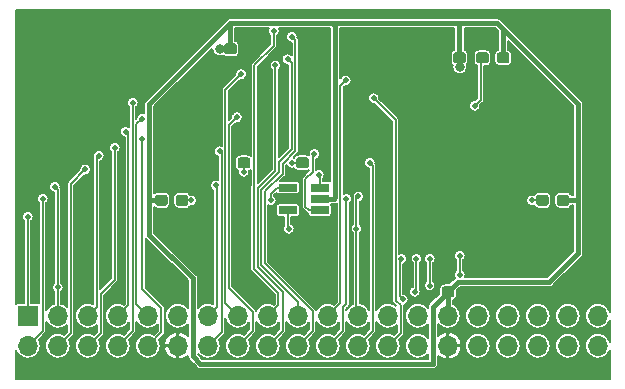
<source format=gbr>
G04 #@! TF.GenerationSoftware,KiCad,Pcbnew,(5.1.4-0-10_14)*
G04 #@! TF.CreationDate,2019-09-08T17:56:33-07:00*
G04 #@! TF.ProjectId,de10-lite-ram-rom,64653130-2d6c-4697-9465-2d72616d2d72,rev?*
G04 #@! TF.SameCoordinates,Original*
G04 #@! TF.FileFunction,Copper,L2,Bot*
G04 #@! TF.FilePolarity,Positive*
%FSLAX46Y46*%
G04 Gerber Fmt 4.6, Leading zero omitted, Abs format (unit mm)*
G04 Created by KiCad (PCBNEW (5.1.4-0-10_14)) date 2019-09-08 17:56:33*
%MOMM*%
%LPD*%
G04 APERTURE LIST*
%ADD10R,1.560000X0.650000*%
%ADD11C,0.100000*%
%ADD12C,0.950000*%
%ADD13O,1.700000X1.700000*%
%ADD14R,1.700000X1.700000*%
%ADD15C,0.508000*%
%ADD16C,0.812800*%
%ADD17C,0.152400*%
%ADD18C,0.406400*%
G04 APERTURE END LIST*
D10*
X146638000Y-127762000D03*
X146638000Y-128712000D03*
X146638000Y-126812000D03*
X143938000Y-126812000D03*
X143938000Y-127762000D03*
X143938000Y-128712000D03*
D11*
G36*
X140532779Y-124240144D02*
G01*
X140555834Y-124243563D01*
X140578443Y-124249227D01*
X140600387Y-124257079D01*
X140621457Y-124267044D01*
X140641448Y-124279026D01*
X140660168Y-124292910D01*
X140677438Y-124308562D01*
X140693090Y-124325832D01*
X140706974Y-124344552D01*
X140718956Y-124364543D01*
X140728921Y-124385613D01*
X140736773Y-124407557D01*
X140742437Y-124430166D01*
X140745856Y-124453221D01*
X140747000Y-124476500D01*
X140747000Y-124951500D01*
X140745856Y-124974779D01*
X140742437Y-124997834D01*
X140736773Y-125020443D01*
X140728921Y-125042387D01*
X140718956Y-125063457D01*
X140706974Y-125083448D01*
X140693090Y-125102168D01*
X140677438Y-125119438D01*
X140660168Y-125135090D01*
X140641448Y-125148974D01*
X140621457Y-125160956D01*
X140600387Y-125170921D01*
X140578443Y-125178773D01*
X140555834Y-125184437D01*
X140532779Y-125187856D01*
X140509500Y-125189000D01*
X139934500Y-125189000D01*
X139911221Y-125187856D01*
X139888166Y-125184437D01*
X139865557Y-125178773D01*
X139843613Y-125170921D01*
X139822543Y-125160956D01*
X139802552Y-125148974D01*
X139783832Y-125135090D01*
X139766562Y-125119438D01*
X139750910Y-125102168D01*
X139737026Y-125083448D01*
X139725044Y-125063457D01*
X139715079Y-125042387D01*
X139707227Y-125020443D01*
X139701563Y-124997834D01*
X139698144Y-124974779D01*
X139697000Y-124951500D01*
X139697000Y-124476500D01*
X139698144Y-124453221D01*
X139701563Y-124430166D01*
X139707227Y-124407557D01*
X139715079Y-124385613D01*
X139725044Y-124364543D01*
X139737026Y-124344552D01*
X139750910Y-124325832D01*
X139766562Y-124308562D01*
X139783832Y-124292910D01*
X139802552Y-124279026D01*
X139822543Y-124267044D01*
X139843613Y-124257079D01*
X139865557Y-124249227D01*
X139888166Y-124243563D01*
X139911221Y-124240144D01*
X139934500Y-124239000D01*
X140509500Y-124239000D01*
X140532779Y-124240144D01*
X140532779Y-124240144D01*
G37*
D12*
X140222000Y-124714000D03*
D11*
G36*
X142282779Y-124240144D02*
G01*
X142305834Y-124243563D01*
X142328443Y-124249227D01*
X142350387Y-124257079D01*
X142371457Y-124267044D01*
X142391448Y-124279026D01*
X142410168Y-124292910D01*
X142427438Y-124308562D01*
X142443090Y-124325832D01*
X142456974Y-124344552D01*
X142468956Y-124364543D01*
X142478921Y-124385613D01*
X142486773Y-124407557D01*
X142492437Y-124430166D01*
X142495856Y-124453221D01*
X142497000Y-124476500D01*
X142497000Y-124951500D01*
X142495856Y-124974779D01*
X142492437Y-124997834D01*
X142486773Y-125020443D01*
X142478921Y-125042387D01*
X142468956Y-125063457D01*
X142456974Y-125083448D01*
X142443090Y-125102168D01*
X142427438Y-125119438D01*
X142410168Y-125135090D01*
X142391448Y-125148974D01*
X142371457Y-125160956D01*
X142350387Y-125170921D01*
X142328443Y-125178773D01*
X142305834Y-125184437D01*
X142282779Y-125187856D01*
X142259500Y-125189000D01*
X141684500Y-125189000D01*
X141661221Y-125187856D01*
X141638166Y-125184437D01*
X141615557Y-125178773D01*
X141593613Y-125170921D01*
X141572543Y-125160956D01*
X141552552Y-125148974D01*
X141533832Y-125135090D01*
X141516562Y-125119438D01*
X141500910Y-125102168D01*
X141487026Y-125083448D01*
X141475044Y-125063457D01*
X141465079Y-125042387D01*
X141457227Y-125020443D01*
X141451563Y-124997834D01*
X141448144Y-124974779D01*
X141447000Y-124951500D01*
X141447000Y-124476500D01*
X141448144Y-124453221D01*
X141451563Y-124430166D01*
X141457227Y-124407557D01*
X141465079Y-124385613D01*
X141475044Y-124364543D01*
X141487026Y-124344552D01*
X141500910Y-124325832D01*
X141516562Y-124308562D01*
X141533832Y-124292910D01*
X141552552Y-124279026D01*
X141572543Y-124267044D01*
X141593613Y-124257079D01*
X141615557Y-124249227D01*
X141638166Y-124243563D01*
X141661221Y-124240144D01*
X141684500Y-124239000D01*
X142259500Y-124239000D01*
X142282779Y-124240144D01*
X142282779Y-124240144D01*
G37*
D12*
X141972000Y-124714000D03*
D11*
G36*
X165805779Y-127415144D02*
G01*
X165828834Y-127418563D01*
X165851443Y-127424227D01*
X165873387Y-127432079D01*
X165894457Y-127442044D01*
X165914448Y-127454026D01*
X165933168Y-127467910D01*
X165950438Y-127483562D01*
X165966090Y-127500832D01*
X165979974Y-127519552D01*
X165991956Y-127539543D01*
X166001921Y-127560613D01*
X166009773Y-127582557D01*
X166015437Y-127605166D01*
X166018856Y-127628221D01*
X166020000Y-127651500D01*
X166020000Y-128126500D01*
X166018856Y-128149779D01*
X166015437Y-128172834D01*
X166009773Y-128195443D01*
X166001921Y-128217387D01*
X165991956Y-128238457D01*
X165979974Y-128258448D01*
X165966090Y-128277168D01*
X165950438Y-128294438D01*
X165933168Y-128310090D01*
X165914448Y-128323974D01*
X165894457Y-128335956D01*
X165873387Y-128345921D01*
X165851443Y-128353773D01*
X165828834Y-128359437D01*
X165805779Y-128362856D01*
X165782500Y-128364000D01*
X165207500Y-128364000D01*
X165184221Y-128362856D01*
X165161166Y-128359437D01*
X165138557Y-128353773D01*
X165116613Y-128345921D01*
X165095543Y-128335956D01*
X165075552Y-128323974D01*
X165056832Y-128310090D01*
X165039562Y-128294438D01*
X165023910Y-128277168D01*
X165010026Y-128258448D01*
X164998044Y-128238457D01*
X164988079Y-128217387D01*
X164980227Y-128195443D01*
X164974563Y-128172834D01*
X164971144Y-128149779D01*
X164970000Y-128126500D01*
X164970000Y-127651500D01*
X164971144Y-127628221D01*
X164974563Y-127605166D01*
X164980227Y-127582557D01*
X164988079Y-127560613D01*
X164998044Y-127539543D01*
X165010026Y-127519552D01*
X165023910Y-127500832D01*
X165039562Y-127483562D01*
X165056832Y-127467910D01*
X165075552Y-127454026D01*
X165095543Y-127442044D01*
X165116613Y-127432079D01*
X165138557Y-127424227D01*
X165161166Y-127418563D01*
X165184221Y-127415144D01*
X165207500Y-127414000D01*
X165782500Y-127414000D01*
X165805779Y-127415144D01*
X165805779Y-127415144D01*
G37*
D12*
X165495000Y-127889000D03*
D11*
G36*
X167555779Y-127415144D02*
G01*
X167578834Y-127418563D01*
X167601443Y-127424227D01*
X167623387Y-127432079D01*
X167644457Y-127442044D01*
X167664448Y-127454026D01*
X167683168Y-127467910D01*
X167700438Y-127483562D01*
X167716090Y-127500832D01*
X167729974Y-127519552D01*
X167741956Y-127539543D01*
X167751921Y-127560613D01*
X167759773Y-127582557D01*
X167765437Y-127605166D01*
X167768856Y-127628221D01*
X167770000Y-127651500D01*
X167770000Y-128126500D01*
X167768856Y-128149779D01*
X167765437Y-128172834D01*
X167759773Y-128195443D01*
X167751921Y-128217387D01*
X167741956Y-128238457D01*
X167729974Y-128258448D01*
X167716090Y-128277168D01*
X167700438Y-128294438D01*
X167683168Y-128310090D01*
X167664448Y-128323974D01*
X167644457Y-128335956D01*
X167623387Y-128345921D01*
X167601443Y-128353773D01*
X167578834Y-128359437D01*
X167555779Y-128362856D01*
X167532500Y-128364000D01*
X166957500Y-128364000D01*
X166934221Y-128362856D01*
X166911166Y-128359437D01*
X166888557Y-128353773D01*
X166866613Y-128345921D01*
X166845543Y-128335956D01*
X166825552Y-128323974D01*
X166806832Y-128310090D01*
X166789562Y-128294438D01*
X166773910Y-128277168D01*
X166760026Y-128258448D01*
X166748044Y-128238457D01*
X166738079Y-128217387D01*
X166730227Y-128195443D01*
X166724563Y-128172834D01*
X166721144Y-128149779D01*
X166720000Y-128126500D01*
X166720000Y-127651500D01*
X166721144Y-127628221D01*
X166724563Y-127605166D01*
X166730227Y-127582557D01*
X166738079Y-127560613D01*
X166748044Y-127539543D01*
X166760026Y-127519552D01*
X166773910Y-127500832D01*
X166789562Y-127483562D01*
X166806832Y-127467910D01*
X166825552Y-127454026D01*
X166845543Y-127442044D01*
X166866613Y-127432079D01*
X166888557Y-127424227D01*
X166911166Y-127418563D01*
X166934221Y-127415144D01*
X166957500Y-127414000D01*
X167532500Y-127414000D01*
X167555779Y-127415144D01*
X167555779Y-127415144D01*
G37*
D12*
X167245000Y-127889000D03*
D11*
G36*
X135297779Y-127415144D02*
G01*
X135320834Y-127418563D01*
X135343443Y-127424227D01*
X135365387Y-127432079D01*
X135386457Y-127442044D01*
X135406448Y-127454026D01*
X135425168Y-127467910D01*
X135442438Y-127483562D01*
X135458090Y-127500832D01*
X135471974Y-127519552D01*
X135483956Y-127539543D01*
X135493921Y-127560613D01*
X135501773Y-127582557D01*
X135507437Y-127605166D01*
X135510856Y-127628221D01*
X135512000Y-127651500D01*
X135512000Y-128126500D01*
X135510856Y-128149779D01*
X135507437Y-128172834D01*
X135501773Y-128195443D01*
X135493921Y-128217387D01*
X135483956Y-128238457D01*
X135471974Y-128258448D01*
X135458090Y-128277168D01*
X135442438Y-128294438D01*
X135425168Y-128310090D01*
X135406448Y-128323974D01*
X135386457Y-128335956D01*
X135365387Y-128345921D01*
X135343443Y-128353773D01*
X135320834Y-128359437D01*
X135297779Y-128362856D01*
X135274500Y-128364000D01*
X134699500Y-128364000D01*
X134676221Y-128362856D01*
X134653166Y-128359437D01*
X134630557Y-128353773D01*
X134608613Y-128345921D01*
X134587543Y-128335956D01*
X134567552Y-128323974D01*
X134548832Y-128310090D01*
X134531562Y-128294438D01*
X134515910Y-128277168D01*
X134502026Y-128258448D01*
X134490044Y-128238457D01*
X134480079Y-128217387D01*
X134472227Y-128195443D01*
X134466563Y-128172834D01*
X134463144Y-128149779D01*
X134462000Y-128126500D01*
X134462000Y-127651500D01*
X134463144Y-127628221D01*
X134466563Y-127605166D01*
X134472227Y-127582557D01*
X134480079Y-127560613D01*
X134490044Y-127539543D01*
X134502026Y-127519552D01*
X134515910Y-127500832D01*
X134531562Y-127483562D01*
X134548832Y-127467910D01*
X134567552Y-127454026D01*
X134587543Y-127442044D01*
X134608613Y-127432079D01*
X134630557Y-127424227D01*
X134653166Y-127418563D01*
X134676221Y-127415144D01*
X134699500Y-127414000D01*
X135274500Y-127414000D01*
X135297779Y-127415144D01*
X135297779Y-127415144D01*
G37*
D12*
X134987000Y-127889000D03*
D11*
G36*
X133547779Y-127415144D02*
G01*
X133570834Y-127418563D01*
X133593443Y-127424227D01*
X133615387Y-127432079D01*
X133636457Y-127442044D01*
X133656448Y-127454026D01*
X133675168Y-127467910D01*
X133692438Y-127483562D01*
X133708090Y-127500832D01*
X133721974Y-127519552D01*
X133733956Y-127539543D01*
X133743921Y-127560613D01*
X133751773Y-127582557D01*
X133757437Y-127605166D01*
X133760856Y-127628221D01*
X133762000Y-127651500D01*
X133762000Y-128126500D01*
X133760856Y-128149779D01*
X133757437Y-128172834D01*
X133751773Y-128195443D01*
X133743921Y-128217387D01*
X133733956Y-128238457D01*
X133721974Y-128258448D01*
X133708090Y-128277168D01*
X133692438Y-128294438D01*
X133675168Y-128310090D01*
X133656448Y-128323974D01*
X133636457Y-128335956D01*
X133615387Y-128345921D01*
X133593443Y-128353773D01*
X133570834Y-128359437D01*
X133547779Y-128362856D01*
X133524500Y-128364000D01*
X132949500Y-128364000D01*
X132926221Y-128362856D01*
X132903166Y-128359437D01*
X132880557Y-128353773D01*
X132858613Y-128345921D01*
X132837543Y-128335956D01*
X132817552Y-128323974D01*
X132798832Y-128310090D01*
X132781562Y-128294438D01*
X132765910Y-128277168D01*
X132752026Y-128258448D01*
X132740044Y-128238457D01*
X132730079Y-128217387D01*
X132722227Y-128195443D01*
X132716563Y-128172834D01*
X132713144Y-128149779D01*
X132712000Y-128126500D01*
X132712000Y-127651500D01*
X132713144Y-127628221D01*
X132716563Y-127605166D01*
X132722227Y-127582557D01*
X132730079Y-127560613D01*
X132740044Y-127539543D01*
X132752026Y-127519552D01*
X132765910Y-127500832D01*
X132781562Y-127483562D01*
X132798832Y-127467910D01*
X132817552Y-127454026D01*
X132837543Y-127442044D01*
X132858613Y-127432079D01*
X132880557Y-127424227D01*
X132903166Y-127418563D01*
X132926221Y-127415144D01*
X132949500Y-127414000D01*
X133524500Y-127414000D01*
X133547779Y-127415144D01*
X133547779Y-127415144D01*
G37*
D12*
X133237000Y-127889000D03*
D13*
X170180000Y-140208000D03*
X170180000Y-137668000D03*
X167640000Y-140208000D03*
X167640000Y-137668000D03*
X165100000Y-140208000D03*
X165100000Y-137668000D03*
X162560000Y-140208000D03*
X162560000Y-137668000D03*
X160020000Y-140208000D03*
X160020000Y-137668000D03*
X157480000Y-140208000D03*
X157480000Y-137668000D03*
X154940000Y-140208000D03*
X154940000Y-137668000D03*
X152400000Y-140208000D03*
X152400000Y-137668000D03*
X149860000Y-140208000D03*
X149860000Y-137668000D03*
X147320000Y-140208000D03*
X147320000Y-137668000D03*
X144780000Y-140208000D03*
X144780000Y-137668000D03*
X142240000Y-140208000D03*
X142240000Y-137668000D03*
X139700000Y-140208000D03*
X139700000Y-137668000D03*
X137160000Y-140208000D03*
X137160000Y-137668000D03*
X134620000Y-140208000D03*
X134620000Y-137668000D03*
X132080000Y-140208000D03*
X132080000Y-137668000D03*
X129540000Y-140208000D03*
X129540000Y-137668000D03*
X127000000Y-140208000D03*
X127000000Y-137668000D03*
X124460000Y-140208000D03*
X124460000Y-137668000D03*
X121920000Y-140208000D03*
D14*
X121920000Y-137668000D03*
D11*
G36*
X160725779Y-115350144D02*
G01*
X160748834Y-115353563D01*
X160771443Y-115359227D01*
X160793387Y-115367079D01*
X160814457Y-115377044D01*
X160834448Y-115389026D01*
X160853168Y-115402910D01*
X160870438Y-115418562D01*
X160886090Y-115435832D01*
X160899974Y-115454552D01*
X160911956Y-115474543D01*
X160921921Y-115495613D01*
X160929773Y-115517557D01*
X160935437Y-115540166D01*
X160938856Y-115563221D01*
X160940000Y-115586500D01*
X160940000Y-116061500D01*
X160938856Y-116084779D01*
X160935437Y-116107834D01*
X160929773Y-116130443D01*
X160921921Y-116152387D01*
X160911956Y-116173457D01*
X160899974Y-116193448D01*
X160886090Y-116212168D01*
X160870438Y-116229438D01*
X160853168Y-116245090D01*
X160834448Y-116258974D01*
X160814457Y-116270956D01*
X160793387Y-116280921D01*
X160771443Y-116288773D01*
X160748834Y-116294437D01*
X160725779Y-116297856D01*
X160702500Y-116299000D01*
X160127500Y-116299000D01*
X160104221Y-116297856D01*
X160081166Y-116294437D01*
X160058557Y-116288773D01*
X160036613Y-116280921D01*
X160015543Y-116270956D01*
X159995552Y-116258974D01*
X159976832Y-116245090D01*
X159959562Y-116229438D01*
X159943910Y-116212168D01*
X159930026Y-116193448D01*
X159918044Y-116173457D01*
X159908079Y-116152387D01*
X159900227Y-116130443D01*
X159894563Y-116107834D01*
X159891144Y-116084779D01*
X159890000Y-116061500D01*
X159890000Y-115586500D01*
X159891144Y-115563221D01*
X159894563Y-115540166D01*
X159900227Y-115517557D01*
X159908079Y-115495613D01*
X159918044Y-115474543D01*
X159930026Y-115454552D01*
X159943910Y-115435832D01*
X159959562Y-115418562D01*
X159976832Y-115402910D01*
X159995552Y-115389026D01*
X160015543Y-115377044D01*
X160036613Y-115367079D01*
X160058557Y-115359227D01*
X160081166Y-115353563D01*
X160104221Y-115350144D01*
X160127500Y-115349000D01*
X160702500Y-115349000D01*
X160725779Y-115350144D01*
X160725779Y-115350144D01*
G37*
D12*
X160415000Y-115824000D03*
D11*
G36*
X162475779Y-115350144D02*
G01*
X162498834Y-115353563D01*
X162521443Y-115359227D01*
X162543387Y-115367079D01*
X162564457Y-115377044D01*
X162584448Y-115389026D01*
X162603168Y-115402910D01*
X162620438Y-115418562D01*
X162636090Y-115435832D01*
X162649974Y-115454552D01*
X162661956Y-115474543D01*
X162671921Y-115495613D01*
X162679773Y-115517557D01*
X162685437Y-115540166D01*
X162688856Y-115563221D01*
X162690000Y-115586500D01*
X162690000Y-116061500D01*
X162688856Y-116084779D01*
X162685437Y-116107834D01*
X162679773Y-116130443D01*
X162671921Y-116152387D01*
X162661956Y-116173457D01*
X162649974Y-116193448D01*
X162636090Y-116212168D01*
X162620438Y-116229438D01*
X162603168Y-116245090D01*
X162584448Y-116258974D01*
X162564457Y-116270956D01*
X162543387Y-116280921D01*
X162521443Y-116288773D01*
X162498834Y-116294437D01*
X162475779Y-116297856D01*
X162452500Y-116299000D01*
X161877500Y-116299000D01*
X161854221Y-116297856D01*
X161831166Y-116294437D01*
X161808557Y-116288773D01*
X161786613Y-116280921D01*
X161765543Y-116270956D01*
X161745552Y-116258974D01*
X161726832Y-116245090D01*
X161709562Y-116229438D01*
X161693910Y-116212168D01*
X161680026Y-116193448D01*
X161668044Y-116173457D01*
X161658079Y-116152387D01*
X161650227Y-116130443D01*
X161644563Y-116107834D01*
X161641144Y-116084779D01*
X161640000Y-116061500D01*
X161640000Y-115586500D01*
X161641144Y-115563221D01*
X161644563Y-115540166D01*
X161650227Y-115517557D01*
X161658079Y-115495613D01*
X161668044Y-115474543D01*
X161680026Y-115454552D01*
X161693910Y-115435832D01*
X161709562Y-115418562D01*
X161726832Y-115402910D01*
X161745552Y-115389026D01*
X161765543Y-115377044D01*
X161786613Y-115367079D01*
X161808557Y-115359227D01*
X161831166Y-115353563D01*
X161854221Y-115350144D01*
X161877500Y-115349000D01*
X162452500Y-115349000D01*
X162475779Y-115350144D01*
X162475779Y-115350144D01*
G37*
D12*
X162165000Y-115824000D03*
D11*
G36*
X145485779Y-124240144D02*
G01*
X145508834Y-124243563D01*
X145531443Y-124249227D01*
X145553387Y-124257079D01*
X145574457Y-124267044D01*
X145594448Y-124279026D01*
X145613168Y-124292910D01*
X145630438Y-124308562D01*
X145646090Y-124325832D01*
X145659974Y-124344552D01*
X145671956Y-124364543D01*
X145681921Y-124385613D01*
X145689773Y-124407557D01*
X145695437Y-124430166D01*
X145698856Y-124453221D01*
X145700000Y-124476500D01*
X145700000Y-124951500D01*
X145698856Y-124974779D01*
X145695437Y-124997834D01*
X145689773Y-125020443D01*
X145681921Y-125042387D01*
X145671956Y-125063457D01*
X145659974Y-125083448D01*
X145646090Y-125102168D01*
X145630438Y-125119438D01*
X145613168Y-125135090D01*
X145594448Y-125148974D01*
X145574457Y-125160956D01*
X145553387Y-125170921D01*
X145531443Y-125178773D01*
X145508834Y-125184437D01*
X145485779Y-125187856D01*
X145462500Y-125189000D01*
X144887500Y-125189000D01*
X144864221Y-125187856D01*
X144841166Y-125184437D01*
X144818557Y-125178773D01*
X144796613Y-125170921D01*
X144775543Y-125160956D01*
X144755552Y-125148974D01*
X144736832Y-125135090D01*
X144719562Y-125119438D01*
X144703910Y-125102168D01*
X144690026Y-125083448D01*
X144678044Y-125063457D01*
X144668079Y-125042387D01*
X144660227Y-125020443D01*
X144654563Y-124997834D01*
X144651144Y-124974779D01*
X144650000Y-124951500D01*
X144650000Y-124476500D01*
X144651144Y-124453221D01*
X144654563Y-124430166D01*
X144660227Y-124407557D01*
X144668079Y-124385613D01*
X144678044Y-124364543D01*
X144690026Y-124344552D01*
X144703910Y-124325832D01*
X144719562Y-124308562D01*
X144736832Y-124292910D01*
X144755552Y-124279026D01*
X144775543Y-124267044D01*
X144796613Y-124257079D01*
X144818557Y-124249227D01*
X144841166Y-124243563D01*
X144864221Y-124240144D01*
X144887500Y-124239000D01*
X145462500Y-124239000D01*
X145485779Y-124240144D01*
X145485779Y-124240144D01*
G37*
D12*
X145175000Y-124714000D03*
D11*
G36*
X147235779Y-124240144D02*
G01*
X147258834Y-124243563D01*
X147281443Y-124249227D01*
X147303387Y-124257079D01*
X147324457Y-124267044D01*
X147344448Y-124279026D01*
X147363168Y-124292910D01*
X147380438Y-124308562D01*
X147396090Y-124325832D01*
X147409974Y-124344552D01*
X147421956Y-124364543D01*
X147431921Y-124385613D01*
X147439773Y-124407557D01*
X147445437Y-124430166D01*
X147448856Y-124453221D01*
X147450000Y-124476500D01*
X147450000Y-124951500D01*
X147448856Y-124974779D01*
X147445437Y-124997834D01*
X147439773Y-125020443D01*
X147431921Y-125042387D01*
X147421956Y-125063457D01*
X147409974Y-125083448D01*
X147396090Y-125102168D01*
X147380438Y-125119438D01*
X147363168Y-125135090D01*
X147344448Y-125148974D01*
X147324457Y-125160956D01*
X147303387Y-125170921D01*
X147281443Y-125178773D01*
X147258834Y-125184437D01*
X147235779Y-125187856D01*
X147212500Y-125189000D01*
X146637500Y-125189000D01*
X146614221Y-125187856D01*
X146591166Y-125184437D01*
X146568557Y-125178773D01*
X146546613Y-125170921D01*
X146525543Y-125160956D01*
X146505552Y-125148974D01*
X146486832Y-125135090D01*
X146469562Y-125119438D01*
X146453910Y-125102168D01*
X146440026Y-125083448D01*
X146428044Y-125063457D01*
X146418079Y-125042387D01*
X146410227Y-125020443D01*
X146404563Y-124997834D01*
X146401144Y-124974779D01*
X146400000Y-124951500D01*
X146400000Y-124476500D01*
X146401144Y-124453221D01*
X146404563Y-124430166D01*
X146410227Y-124407557D01*
X146418079Y-124385613D01*
X146428044Y-124364543D01*
X146440026Y-124344552D01*
X146453910Y-124325832D01*
X146469562Y-124308562D01*
X146486832Y-124292910D01*
X146505552Y-124279026D01*
X146525543Y-124267044D01*
X146546613Y-124257079D01*
X146568557Y-124249227D01*
X146591166Y-124243563D01*
X146614221Y-124240144D01*
X146637500Y-124239000D01*
X147212500Y-124239000D01*
X147235779Y-124240144D01*
X147235779Y-124240144D01*
G37*
D12*
X146925000Y-124714000D03*
D11*
G36*
X157028779Y-115350144D02*
G01*
X157051834Y-115353563D01*
X157074443Y-115359227D01*
X157096387Y-115367079D01*
X157117457Y-115377044D01*
X157137448Y-115389026D01*
X157156168Y-115402910D01*
X157173438Y-115418562D01*
X157189090Y-115435832D01*
X157202974Y-115454552D01*
X157214956Y-115474543D01*
X157224921Y-115495613D01*
X157232773Y-115517557D01*
X157238437Y-115540166D01*
X157241856Y-115563221D01*
X157243000Y-115586500D01*
X157243000Y-116061500D01*
X157241856Y-116084779D01*
X157238437Y-116107834D01*
X157232773Y-116130443D01*
X157224921Y-116152387D01*
X157214956Y-116173457D01*
X157202974Y-116193448D01*
X157189090Y-116212168D01*
X157173438Y-116229438D01*
X157156168Y-116245090D01*
X157137448Y-116258974D01*
X157117457Y-116270956D01*
X157096387Y-116280921D01*
X157074443Y-116288773D01*
X157051834Y-116294437D01*
X157028779Y-116297856D01*
X157005500Y-116299000D01*
X156430500Y-116299000D01*
X156407221Y-116297856D01*
X156384166Y-116294437D01*
X156361557Y-116288773D01*
X156339613Y-116280921D01*
X156318543Y-116270956D01*
X156298552Y-116258974D01*
X156279832Y-116245090D01*
X156262562Y-116229438D01*
X156246910Y-116212168D01*
X156233026Y-116193448D01*
X156221044Y-116173457D01*
X156211079Y-116152387D01*
X156203227Y-116130443D01*
X156197563Y-116107834D01*
X156194144Y-116084779D01*
X156193000Y-116061500D01*
X156193000Y-115586500D01*
X156194144Y-115563221D01*
X156197563Y-115540166D01*
X156203227Y-115517557D01*
X156211079Y-115495613D01*
X156221044Y-115474543D01*
X156233026Y-115454552D01*
X156246910Y-115435832D01*
X156262562Y-115418562D01*
X156279832Y-115402910D01*
X156298552Y-115389026D01*
X156318543Y-115377044D01*
X156339613Y-115367079D01*
X156361557Y-115359227D01*
X156384166Y-115353563D01*
X156407221Y-115350144D01*
X156430500Y-115349000D01*
X157005500Y-115349000D01*
X157028779Y-115350144D01*
X157028779Y-115350144D01*
G37*
D12*
X156718000Y-115824000D03*
D11*
G36*
X158778779Y-115350144D02*
G01*
X158801834Y-115353563D01*
X158824443Y-115359227D01*
X158846387Y-115367079D01*
X158867457Y-115377044D01*
X158887448Y-115389026D01*
X158906168Y-115402910D01*
X158923438Y-115418562D01*
X158939090Y-115435832D01*
X158952974Y-115454552D01*
X158964956Y-115474543D01*
X158974921Y-115495613D01*
X158982773Y-115517557D01*
X158988437Y-115540166D01*
X158991856Y-115563221D01*
X158993000Y-115586500D01*
X158993000Y-116061500D01*
X158991856Y-116084779D01*
X158988437Y-116107834D01*
X158982773Y-116130443D01*
X158974921Y-116152387D01*
X158964956Y-116173457D01*
X158952974Y-116193448D01*
X158939090Y-116212168D01*
X158923438Y-116229438D01*
X158906168Y-116245090D01*
X158887448Y-116258974D01*
X158867457Y-116270956D01*
X158846387Y-116280921D01*
X158824443Y-116288773D01*
X158801834Y-116294437D01*
X158778779Y-116297856D01*
X158755500Y-116299000D01*
X158180500Y-116299000D01*
X158157221Y-116297856D01*
X158134166Y-116294437D01*
X158111557Y-116288773D01*
X158089613Y-116280921D01*
X158068543Y-116270956D01*
X158048552Y-116258974D01*
X158029832Y-116245090D01*
X158012562Y-116229438D01*
X157996910Y-116212168D01*
X157983026Y-116193448D01*
X157971044Y-116173457D01*
X157961079Y-116152387D01*
X157953227Y-116130443D01*
X157947563Y-116107834D01*
X157944144Y-116084779D01*
X157943000Y-116061500D01*
X157943000Y-115586500D01*
X157944144Y-115563221D01*
X157947563Y-115540166D01*
X157953227Y-115517557D01*
X157961079Y-115495613D01*
X157971044Y-115474543D01*
X157983026Y-115454552D01*
X157996910Y-115435832D01*
X158012562Y-115418562D01*
X158029832Y-115402910D01*
X158048552Y-115389026D01*
X158068543Y-115377044D01*
X158089613Y-115367079D01*
X158111557Y-115359227D01*
X158134166Y-115353563D01*
X158157221Y-115350144D01*
X158180500Y-115349000D01*
X158755500Y-115349000D01*
X158778779Y-115350144D01*
X158778779Y-115350144D01*
G37*
D12*
X158468000Y-115824000D03*
D11*
G36*
X141139779Y-114588144D02*
G01*
X141162834Y-114591563D01*
X141185443Y-114597227D01*
X141207387Y-114605079D01*
X141228457Y-114615044D01*
X141248448Y-114627026D01*
X141267168Y-114640910D01*
X141284438Y-114656562D01*
X141300090Y-114673832D01*
X141313974Y-114692552D01*
X141325956Y-114712543D01*
X141335921Y-114733613D01*
X141343773Y-114755557D01*
X141349437Y-114778166D01*
X141352856Y-114801221D01*
X141354000Y-114824500D01*
X141354000Y-115299500D01*
X141352856Y-115322779D01*
X141349437Y-115345834D01*
X141343773Y-115368443D01*
X141335921Y-115390387D01*
X141325956Y-115411457D01*
X141313974Y-115431448D01*
X141300090Y-115450168D01*
X141284438Y-115467438D01*
X141267168Y-115483090D01*
X141248448Y-115496974D01*
X141228457Y-115508956D01*
X141207387Y-115518921D01*
X141185443Y-115526773D01*
X141162834Y-115532437D01*
X141139779Y-115535856D01*
X141116500Y-115537000D01*
X140541500Y-115537000D01*
X140518221Y-115535856D01*
X140495166Y-115532437D01*
X140472557Y-115526773D01*
X140450613Y-115518921D01*
X140429543Y-115508956D01*
X140409552Y-115496974D01*
X140390832Y-115483090D01*
X140373562Y-115467438D01*
X140357910Y-115450168D01*
X140344026Y-115431448D01*
X140332044Y-115411457D01*
X140322079Y-115390387D01*
X140314227Y-115368443D01*
X140308563Y-115345834D01*
X140305144Y-115322779D01*
X140304000Y-115299500D01*
X140304000Y-114824500D01*
X140305144Y-114801221D01*
X140308563Y-114778166D01*
X140314227Y-114755557D01*
X140322079Y-114733613D01*
X140332044Y-114712543D01*
X140344026Y-114692552D01*
X140357910Y-114673832D01*
X140373562Y-114656562D01*
X140390832Y-114640910D01*
X140409552Y-114627026D01*
X140429543Y-114615044D01*
X140450613Y-114605079D01*
X140472557Y-114597227D01*
X140495166Y-114591563D01*
X140518221Y-114588144D01*
X140541500Y-114587000D01*
X141116500Y-114587000D01*
X141139779Y-114588144D01*
X141139779Y-114588144D01*
G37*
D12*
X140829000Y-115062000D03*
D11*
G36*
X139389779Y-114588144D02*
G01*
X139412834Y-114591563D01*
X139435443Y-114597227D01*
X139457387Y-114605079D01*
X139478457Y-114615044D01*
X139498448Y-114627026D01*
X139517168Y-114640910D01*
X139534438Y-114656562D01*
X139550090Y-114673832D01*
X139563974Y-114692552D01*
X139575956Y-114712543D01*
X139585921Y-114733613D01*
X139593773Y-114755557D01*
X139599437Y-114778166D01*
X139602856Y-114801221D01*
X139604000Y-114824500D01*
X139604000Y-115299500D01*
X139602856Y-115322779D01*
X139599437Y-115345834D01*
X139593773Y-115368443D01*
X139585921Y-115390387D01*
X139575956Y-115411457D01*
X139563974Y-115431448D01*
X139550090Y-115450168D01*
X139534438Y-115467438D01*
X139517168Y-115483090D01*
X139498448Y-115496974D01*
X139478457Y-115508956D01*
X139457387Y-115518921D01*
X139435443Y-115526773D01*
X139412834Y-115532437D01*
X139389779Y-115535856D01*
X139366500Y-115537000D01*
X138791500Y-115537000D01*
X138768221Y-115535856D01*
X138745166Y-115532437D01*
X138722557Y-115526773D01*
X138700613Y-115518921D01*
X138679543Y-115508956D01*
X138659552Y-115496974D01*
X138640832Y-115483090D01*
X138623562Y-115467438D01*
X138607910Y-115450168D01*
X138594026Y-115431448D01*
X138582044Y-115411457D01*
X138572079Y-115390387D01*
X138564227Y-115368443D01*
X138558563Y-115345834D01*
X138555144Y-115322779D01*
X138554000Y-115299500D01*
X138554000Y-114824500D01*
X138555144Y-114801221D01*
X138558563Y-114778166D01*
X138564227Y-114755557D01*
X138572079Y-114733613D01*
X138582044Y-114712543D01*
X138594026Y-114692552D01*
X138607910Y-114673832D01*
X138623562Y-114656562D01*
X138640832Y-114640910D01*
X138659552Y-114627026D01*
X138679543Y-114615044D01*
X138700613Y-114605079D01*
X138722557Y-114597227D01*
X138745166Y-114591563D01*
X138768221Y-114588144D01*
X138791500Y-114587000D01*
X139366500Y-114587000D01*
X139389779Y-114588144D01*
X139389779Y-114588144D01*
G37*
D12*
X139079000Y-115062000D03*
D11*
G36*
X159568779Y-135162144D02*
G01*
X159591834Y-135165563D01*
X159614443Y-135171227D01*
X159636387Y-135179079D01*
X159657457Y-135189044D01*
X159677448Y-135201026D01*
X159696168Y-135214910D01*
X159713438Y-135230562D01*
X159729090Y-135247832D01*
X159742974Y-135266552D01*
X159754956Y-135286543D01*
X159764921Y-135307613D01*
X159772773Y-135329557D01*
X159778437Y-135352166D01*
X159781856Y-135375221D01*
X159783000Y-135398500D01*
X159783000Y-135873500D01*
X159781856Y-135896779D01*
X159778437Y-135919834D01*
X159772773Y-135942443D01*
X159764921Y-135964387D01*
X159754956Y-135985457D01*
X159742974Y-136005448D01*
X159729090Y-136024168D01*
X159713438Y-136041438D01*
X159696168Y-136057090D01*
X159677448Y-136070974D01*
X159657457Y-136082956D01*
X159636387Y-136092921D01*
X159614443Y-136100773D01*
X159591834Y-136106437D01*
X159568779Y-136109856D01*
X159545500Y-136111000D01*
X158970500Y-136111000D01*
X158947221Y-136109856D01*
X158924166Y-136106437D01*
X158901557Y-136100773D01*
X158879613Y-136092921D01*
X158858543Y-136082956D01*
X158838552Y-136070974D01*
X158819832Y-136057090D01*
X158802562Y-136041438D01*
X158786910Y-136024168D01*
X158773026Y-136005448D01*
X158761044Y-135985457D01*
X158751079Y-135964387D01*
X158743227Y-135942443D01*
X158737563Y-135919834D01*
X158734144Y-135896779D01*
X158733000Y-135873500D01*
X158733000Y-135398500D01*
X158734144Y-135375221D01*
X158737563Y-135352166D01*
X158743227Y-135329557D01*
X158751079Y-135307613D01*
X158761044Y-135286543D01*
X158773026Y-135266552D01*
X158786910Y-135247832D01*
X158802562Y-135230562D01*
X158819832Y-135214910D01*
X158838552Y-135201026D01*
X158858543Y-135189044D01*
X158879613Y-135179079D01*
X158901557Y-135171227D01*
X158924166Y-135165563D01*
X158947221Y-135162144D01*
X158970500Y-135161000D01*
X159545500Y-135161000D01*
X159568779Y-135162144D01*
X159568779Y-135162144D01*
G37*
D12*
X159258000Y-135636000D03*
D11*
G36*
X157818779Y-135162144D02*
G01*
X157841834Y-135165563D01*
X157864443Y-135171227D01*
X157886387Y-135179079D01*
X157907457Y-135189044D01*
X157927448Y-135201026D01*
X157946168Y-135214910D01*
X157963438Y-135230562D01*
X157979090Y-135247832D01*
X157992974Y-135266552D01*
X158004956Y-135286543D01*
X158014921Y-135307613D01*
X158022773Y-135329557D01*
X158028437Y-135352166D01*
X158031856Y-135375221D01*
X158033000Y-135398500D01*
X158033000Y-135873500D01*
X158031856Y-135896779D01*
X158028437Y-135919834D01*
X158022773Y-135942443D01*
X158014921Y-135964387D01*
X158004956Y-135985457D01*
X157992974Y-136005448D01*
X157979090Y-136024168D01*
X157963438Y-136041438D01*
X157946168Y-136057090D01*
X157927448Y-136070974D01*
X157907457Y-136082956D01*
X157886387Y-136092921D01*
X157864443Y-136100773D01*
X157841834Y-136106437D01*
X157818779Y-136109856D01*
X157795500Y-136111000D01*
X157220500Y-136111000D01*
X157197221Y-136109856D01*
X157174166Y-136106437D01*
X157151557Y-136100773D01*
X157129613Y-136092921D01*
X157108543Y-136082956D01*
X157088552Y-136070974D01*
X157069832Y-136057090D01*
X157052562Y-136041438D01*
X157036910Y-136024168D01*
X157023026Y-136005448D01*
X157011044Y-135985457D01*
X157001079Y-135964387D01*
X156993227Y-135942443D01*
X156987563Y-135919834D01*
X156984144Y-135896779D01*
X156983000Y-135873500D01*
X156983000Y-135398500D01*
X156984144Y-135375221D01*
X156987563Y-135352166D01*
X156993227Y-135329557D01*
X157001079Y-135307613D01*
X157011044Y-135286543D01*
X157023026Y-135266552D01*
X157036910Y-135247832D01*
X157052562Y-135230562D01*
X157069832Y-135214910D01*
X157088552Y-135201026D01*
X157108543Y-135189044D01*
X157129613Y-135179079D01*
X157151557Y-135171227D01*
X157174166Y-135165563D01*
X157197221Y-135162144D01*
X157220500Y-135161000D01*
X157795500Y-135161000D01*
X157818779Y-135162144D01*
X157818779Y-135162144D01*
G37*
D12*
X157508000Y-135636000D03*
D15*
X165100000Y-133096000D03*
X129540000Y-115062000D03*
X154940000Y-115062000D03*
X129540000Y-118364000D03*
X154940000Y-120142000D03*
X134620000Y-120269000D03*
X134620000Y-121539000D03*
X161544000Y-133096000D03*
X149606000Y-123952000D03*
X147320000Y-135636000D03*
X170180000Y-112141000D03*
X121793000Y-112141000D03*
X142240000Y-112141000D03*
X170053000Y-142621000D03*
X121793000Y-142621000D03*
X147320000Y-142621000D03*
X132080000Y-112141000D03*
X170180000Y-117348000D03*
X137160000Y-112141000D03*
X170180000Y-122301000D03*
X127000000Y-112141000D03*
X170180000Y-127635000D03*
X152400000Y-142621000D03*
X170180000Y-132842000D03*
X157480000Y-142621000D03*
X121793000Y-117348000D03*
X121793000Y-122428000D03*
X121793000Y-127635000D03*
X127000000Y-142621000D03*
X132080000Y-142621000D03*
X137160000Y-142621000D03*
X142240000Y-142621000D03*
X162560000Y-142621000D03*
X147193000Y-112141000D03*
X152400000Y-112141000D03*
X157353000Y-112141000D03*
X162560000Y-112141000D03*
X166624000Y-114808000D03*
X166624000Y-119761000D03*
X166624000Y-124841000D03*
X166624000Y-129921000D03*
X129540000Y-135255000D03*
X134493000Y-135255000D03*
X129540000Y-120269000D03*
X146304000Y-115062000D03*
D16*
X157454612Y-132801462D03*
D15*
X140208000Y-130556000D03*
X146304000Y-120015000D03*
X147320000Y-132715000D03*
X146169855Y-123958855D03*
X144272000Y-124714000D03*
X158496000Y-132588000D03*
X158501823Y-134195780D03*
X155956004Y-132842000D03*
X155939538Y-135102614D03*
X154812999Y-132842003D03*
X154685986Y-135636003D03*
X153670000Y-136271000D03*
X153543000Y-132842006D03*
X159766000Y-119888000D03*
X151193936Y-119229822D03*
X150876000Y-124714000D03*
X164592000Y-127889000D03*
X149896239Y-127542477D03*
X144018000Y-130302002D03*
X149733008Y-130302000D03*
X135763000Y-127889000D03*
X148869421Y-127764729D03*
X142494000Y-127889000D03*
X148844000Y-117729000D03*
X144272000Y-114046002D03*
X143911605Y-115930399D03*
X142875000Y-116459000D03*
X142748000Y-113563390D03*
X139629398Y-120847602D03*
X139974601Y-117200399D03*
X138150579Y-123727091D03*
X137845768Y-126619000D03*
X131597390Y-122669150D03*
X131597390Y-120972889D03*
X130810000Y-119634000D03*
X130195603Y-122067601D03*
X129286000Y-123444000D03*
X127942707Y-124104779D03*
X126772007Y-125275479D03*
X124206000Y-126746000D03*
X124460000Y-135255000D03*
X123190000Y-127762000D03*
X121920000Y-129286000D03*
D16*
X138176000Y-115062000D03*
X158496000Y-116586000D03*
D15*
X146558000Y-125730000D03*
X140208000Y-125476000D03*
D17*
X146050000Y-124078710D02*
X146169855Y-123958855D01*
X146638000Y-128712000D02*
X145705600Y-128712000D01*
X145705600Y-128712000D02*
X145415000Y-128421400D01*
X145415000Y-126111000D02*
X146050000Y-125476000D01*
X145415000Y-128421400D02*
X145415000Y-126111000D01*
X146050000Y-125476000D02*
X146050000Y-124078710D01*
X145175000Y-124714000D02*
X144272000Y-124714000D01*
X158496000Y-132588000D02*
X158496000Y-134189957D01*
X158496000Y-134189957D02*
X158501823Y-134195780D01*
X155956004Y-135086148D02*
X155939538Y-135102614D01*
X155956004Y-132842000D02*
X155956004Y-135086148D01*
X154812999Y-132842003D02*
X154812999Y-135508990D01*
X154812999Y-135508990D02*
X154685986Y-135636003D01*
X153416000Y-132969006D02*
X153543000Y-132842006D01*
X153416000Y-136017000D02*
X153416000Y-132969006D01*
X153670000Y-136271000D02*
X153416000Y-136017000D01*
X160274000Y-119380000D02*
X159766000Y-119888000D01*
X160274000Y-115965000D02*
X160274000Y-119380000D01*
X160415000Y-115824000D02*
X160274000Y-115965000D01*
X153478601Y-136793853D02*
X153060399Y-136375651D01*
X153060399Y-121096285D02*
X151193936Y-119229822D01*
X152400000Y-140208000D02*
X153478601Y-139129399D01*
X153478601Y-139129399D02*
X153478601Y-136793853D01*
X153060399Y-136375651D02*
X153060399Y-121096285D01*
X151130000Y-124968000D02*
X150876000Y-124714000D01*
X151130000Y-138938000D02*
X151130000Y-124968000D01*
X149860000Y-140208000D02*
X151130000Y-138938000D01*
X165495000Y-127889000D02*
X164592000Y-127889000D01*
X149733008Y-127705708D02*
X149896239Y-127542477D01*
X149733008Y-137541008D02*
X149733008Y-127705708D01*
X149860000Y-137668000D02*
X149733008Y-137541008D01*
X143938000Y-128712000D02*
X143938000Y-130222002D01*
X143938000Y-130222002D02*
X144018000Y-130302002D01*
X134987000Y-127889000D02*
X135763000Y-127889000D01*
X142494000Y-127323600D02*
X142494000Y-127889000D01*
X143005600Y-126812000D02*
X142494000Y-127323600D01*
X143938000Y-126812000D02*
X143005600Y-126812000D01*
X148590000Y-136958872D02*
X148869421Y-136679451D01*
X148869421Y-136679451D02*
X148869421Y-127764729D01*
X148590000Y-138938000D02*
X148590000Y-136958872D01*
X147320000Y-140208000D02*
X148590000Y-138938000D01*
X148386811Y-136601189D02*
X148386811Y-118186189D01*
X148386811Y-118186189D02*
X148844000Y-117729000D01*
X147320000Y-137668000D02*
X148386811Y-136601189D01*
X144780000Y-140208000D02*
X146050000Y-138938000D01*
X143484622Y-125628378D02*
X143484622Y-124787125D01*
X141986000Y-127127000D02*
X143484622Y-125628378D01*
X143484622Y-124787125D02*
X144576811Y-123694936D01*
X144576811Y-114350813D02*
X144272000Y-114046002D01*
X146050000Y-137287000D02*
X141986000Y-133223000D01*
X146050000Y-138938000D02*
X146050000Y-137287000D01*
X144576811Y-123694936D02*
X144576811Y-114350813D01*
X141986000Y-133223000D02*
X141986000Y-127127000D01*
X144272000Y-116290794D02*
X143911605Y-115930399D01*
X144272000Y-123568680D02*
X144272000Y-116290794D01*
X143179811Y-124660869D02*
X144272000Y-123568680D01*
X143179811Y-125502122D02*
X143179811Y-124660869D01*
X144780000Y-137668000D02*
X144780000Y-136465919D01*
X144780000Y-136465919D02*
X141681189Y-133367108D01*
X141681189Y-127000744D02*
X143179811Y-125502122D01*
X141681189Y-133367108D02*
X141681189Y-127000744D01*
X142875000Y-125375866D02*
X142875000Y-116459000D01*
X141376378Y-126874488D02*
X142875000Y-125375866D01*
X142240000Y-140208000D02*
X143510000Y-138938000D01*
X143510000Y-138938000D02*
X143510000Y-135636000D01*
X143510000Y-135636000D02*
X141376378Y-133502378D01*
X141376378Y-133502378D02*
X141376378Y-126874488D01*
X141097000Y-116459000D02*
X142748000Y-114808000D01*
X141097000Y-126722799D02*
X141097000Y-116459000D01*
X141071567Y-133705567D02*
X141071567Y-126748232D01*
X141071567Y-126748232D02*
X141097000Y-126722799D01*
X142240000Y-137668000D02*
X143129000Y-136779000D01*
X143129000Y-136779000D02*
X143129000Y-135763000D01*
X142748000Y-114808000D02*
X142748000Y-113563390D01*
X143129000Y-135763000D02*
X141071567Y-133705567D01*
X138938000Y-121539000D02*
X139629398Y-120847602D01*
X140970000Y-137341670D02*
X138938000Y-135309670D01*
X138938000Y-135309670D02*
X138938000Y-121539000D01*
X139700000Y-140208000D02*
X140970000Y-138938000D01*
X140970000Y-138938000D02*
X140970000Y-137341670D01*
X138633189Y-118541811D02*
X139974601Y-117200399D01*
X138633189Y-136601189D02*
X138633189Y-118541811D01*
X139700000Y-137668000D02*
X138633189Y-136601189D01*
X138328378Y-123904890D02*
X138150579Y-123727091D01*
X138328378Y-139039622D02*
X138328378Y-123904890D01*
X137160000Y-140208000D02*
X138328378Y-139039622D01*
X137922000Y-126695232D02*
X137845768Y-126619000D01*
X137922000Y-136906000D02*
X137922000Y-126695232D01*
X137160000Y-137668000D02*
X137922000Y-136906000D01*
X132080000Y-140208000D02*
X133223000Y-139065000D01*
X133223000Y-139065000D02*
X133223000Y-137033000D01*
X133223000Y-137033000D02*
X131597390Y-135407390D01*
X131597390Y-135407390D02*
X131597390Y-122669150D01*
X132080000Y-137668000D02*
X131114788Y-136702788D01*
X131114788Y-121455491D02*
X131597390Y-120972889D01*
X131114788Y-136702788D02*
X131114788Y-121455491D01*
X130810000Y-119993210D02*
X130810000Y-119634000D01*
X130809977Y-119993233D02*
X130810000Y-119993210D01*
X129540000Y-140208000D02*
X130809977Y-138938023D01*
X130809977Y-138938023D02*
X130809977Y-119993233D01*
X130429000Y-122300998D02*
X130195603Y-122067601D01*
X130429000Y-136779000D02*
X130429000Y-122300998D01*
X129540000Y-137668000D02*
X130429000Y-136779000D01*
X129286000Y-134620000D02*
X129286000Y-123444000D01*
X128078601Y-135827399D02*
X129286000Y-134620000D01*
X128078601Y-139129399D02*
X128078601Y-135827399D01*
X127000000Y-140208000D02*
X128078601Y-139129399D01*
X127762000Y-124285486D02*
X127942707Y-124104779D01*
X127762000Y-136906000D02*
X127762000Y-124285486D01*
X127000000Y-137668000D02*
X127762000Y-136906000D01*
X125538601Y-139129399D02*
X125538601Y-126508885D01*
X124460000Y-140208000D02*
X125538601Y-139129399D01*
X125538601Y-126508885D02*
X126772007Y-125275479D01*
X124460000Y-127000000D02*
X124206000Y-126746000D01*
X124460000Y-137668000D02*
X124460000Y-135255000D01*
X124460000Y-135255000D02*
X124460000Y-127000000D01*
X123190000Y-138938000D02*
X123190000Y-127762000D01*
X121920000Y-140208000D02*
X123190000Y-138938000D01*
X121920000Y-137668000D02*
X121920000Y-129286000D01*
D18*
X157480000Y-135664000D02*
X157508000Y-135636000D01*
X157480000Y-137668000D02*
X157480000Y-135664000D01*
X139079000Y-115062000D02*
X138176000Y-115062000D01*
X158468000Y-116558000D02*
X158496000Y-116586000D01*
X158468000Y-115824000D02*
X158468000Y-116558000D01*
X157861000Y-112903000D02*
X148209000Y-112903000D01*
X162165000Y-115499500D02*
X162165000Y-115824000D01*
X141732000Y-112903000D02*
X141238000Y-112903000D01*
X147955000Y-127635000D02*
X147955000Y-126950352D01*
X147828000Y-127762000D02*
X147955000Y-127635000D01*
X146638000Y-127762000D02*
X147828000Y-127762000D01*
X141732000Y-112903000D02*
X158496000Y-112903000D01*
X161671000Y-112903000D02*
X158496000Y-112903000D01*
X167245000Y-127889000D02*
X168529000Y-127889000D01*
X168529000Y-127889000D02*
X168529000Y-119761000D01*
X162165000Y-115824000D02*
X162165000Y-113425000D01*
X162179000Y-113411000D02*
X161671000Y-112903000D01*
X162165000Y-113425000D02*
X162179000Y-113411000D01*
X168529000Y-119761000D02*
X162179000Y-113411000D01*
X139065000Y-114473000D02*
X139065000Y-112903000D01*
X139065000Y-112903000D02*
X141732000Y-112903000D01*
X139079000Y-114487000D02*
X139065000Y-114473000D01*
X139079000Y-115062000D02*
X139079000Y-114487000D01*
X158468000Y-112903000D02*
X158496000Y-112903000D01*
X158468000Y-115824000D02*
X158468000Y-112903000D01*
X132334000Y-127889000D02*
X132207000Y-128016000D01*
X133237000Y-127889000D02*
X132334000Y-127889000D01*
X132207000Y-119761000D02*
X132207000Y-128016000D01*
X139065000Y-112903000D02*
X132207000Y-119761000D01*
X156210000Y-136934000D02*
X157508000Y-135636000D01*
X156210000Y-141732000D02*
X156210000Y-136934000D01*
X135890000Y-141097000D02*
X136525000Y-141732000D01*
X132207000Y-128016000D02*
X132207000Y-130810000D01*
X136525000Y-141732000D02*
X156210000Y-141732000D01*
X135890000Y-134493000D02*
X135890000Y-141097000D01*
X132207000Y-130810000D02*
X135890000Y-134493000D01*
X147955000Y-113157000D02*
X147701000Y-112903000D01*
X147955000Y-126825786D02*
X147955000Y-113157000D01*
X166057610Y-134805390D02*
X168529000Y-132334000D01*
X158338610Y-134805390D02*
X166057610Y-134805390D01*
X157508000Y-135636000D02*
X158338610Y-134805390D01*
X168529000Y-132334000D02*
X168529000Y-127889000D01*
D17*
X146638000Y-125810000D02*
X146558000Y-125730000D01*
X146638000Y-126812000D02*
X146638000Y-125810000D01*
X140208000Y-124728000D02*
X140222000Y-124714000D01*
X140208000Y-125476000D02*
X140208000Y-124728000D01*
G36*
X171196401Y-137302965D02*
G01*
X171181317Y-137253241D01*
X171081162Y-137065863D01*
X170946375Y-136901625D01*
X170782137Y-136766838D01*
X170594759Y-136666683D01*
X170391442Y-136605007D01*
X170232980Y-136589400D01*
X170127020Y-136589400D01*
X169968558Y-136605007D01*
X169765241Y-136666683D01*
X169577863Y-136766838D01*
X169413625Y-136901625D01*
X169278838Y-137065863D01*
X169178683Y-137253241D01*
X169117007Y-137456558D01*
X169096182Y-137668000D01*
X169117007Y-137879442D01*
X169178683Y-138082759D01*
X169278838Y-138270137D01*
X169413625Y-138434375D01*
X169577863Y-138569162D01*
X169765241Y-138669317D01*
X169968558Y-138730993D01*
X170127020Y-138746600D01*
X170232980Y-138746600D01*
X170391442Y-138730993D01*
X170594759Y-138669317D01*
X170782137Y-138569162D01*
X170946375Y-138434375D01*
X171081162Y-138270137D01*
X171181317Y-138082759D01*
X171196401Y-138033035D01*
X171196401Y-139842966D01*
X171181317Y-139793241D01*
X171081162Y-139605863D01*
X170946375Y-139441625D01*
X170782137Y-139306838D01*
X170594759Y-139206683D01*
X170391442Y-139145007D01*
X170232980Y-139129400D01*
X170127020Y-139129400D01*
X169968558Y-139145007D01*
X169765241Y-139206683D01*
X169577863Y-139306838D01*
X169413625Y-139441625D01*
X169278838Y-139605863D01*
X169178683Y-139793241D01*
X169117007Y-139996558D01*
X169096182Y-140208000D01*
X169117007Y-140419442D01*
X169178683Y-140622759D01*
X169278838Y-140810137D01*
X169413625Y-140974375D01*
X169577863Y-141109162D01*
X169765241Y-141209317D01*
X169968558Y-141270993D01*
X170127020Y-141286600D01*
X170232980Y-141286600D01*
X170391442Y-141270993D01*
X170594759Y-141209317D01*
X170782137Y-141109162D01*
X170946375Y-140974375D01*
X171081162Y-140810137D01*
X171181317Y-140622759D01*
X171196401Y-140573034D01*
X171196401Y-143002400D01*
X120903600Y-143002400D01*
X120903600Y-140573037D01*
X120918683Y-140622759D01*
X121018838Y-140810137D01*
X121153625Y-140974375D01*
X121317863Y-141109162D01*
X121505241Y-141209317D01*
X121708558Y-141270993D01*
X121867020Y-141286600D01*
X121972980Y-141286600D01*
X122131442Y-141270993D01*
X122334759Y-141209317D01*
X122522137Y-141109162D01*
X122686375Y-140974375D01*
X122821162Y-140810137D01*
X122921317Y-140622759D01*
X122982993Y-140419442D01*
X123003818Y-140208000D01*
X122982993Y-139996558D01*
X122921317Y-139793241D01*
X122867150Y-139691901D01*
X123394945Y-139164107D01*
X123406568Y-139154568D01*
X123444658Y-139108157D01*
X123472960Y-139055206D01*
X123486332Y-139011124D01*
X123490389Y-138997752D01*
X123492150Y-138979871D01*
X123494800Y-138952966D01*
X123494800Y-138952959D01*
X123496273Y-138938001D01*
X123494800Y-138923043D01*
X123494800Y-138150330D01*
X123558838Y-138270137D01*
X123693625Y-138434375D01*
X123857863Y-138569162D01*
X124045241Y-138669317D01*
X124248558Y-138730993D01*
X124407020Y-138746600D01*
X124512980Y-138746600D01*
X124671442Y-138730993D01*
X124874759Y-138669317D01*
X125062137Y-138569162D01*
X125226375Y-138434375D01*
X125233801Y-138425326D01*
X125233801Y-139003147D01*
X124976099Y-139260850D01*
X124874759Y-139206683D01*
X124671442Y-139145007D01*
X124512980Y-139129400D01*
X124407020Y-139129400D01*
X124248558Y-139145007D01*
X124045241Y-139206683D01*
X123857863Y-139306838D01*
X123693625Y-139441625D01*
X123558838Y-139605863D01*
X123458683Y-139793241D01*
X123397007Y-139996558D01*
X123376182Y-140208000D01*
X123397007Y-140419442D01*
X123458683Y-140622759D01*
X123558838Y-140810137D01*
X123693625Y-140974375D01*
X123857863Y-141109162D01*
X124045241Y-141209317D01*
X124248558Y-141270993D01*
X124407020Y-141286600D01*
X124512980Y-141286600D01*
X124671442Y-141270993D01*
X124874759Y-141209317D01*
X125062137Y-141109162D01*
X125226375Y-140974375D01*
X125361162Y-140810137D01*
X125461317Y-140622759D01*
X125522993Y-140419442D01*
X125543818Y-140208000D01*
X125522993Y-139996558D01*
X125461317Y-139793241D01*
X125407150Y-139691901D01*
X125743546Y-139355506D01*
X125755169Y-139345967D01*
X125793259Y-139299556D01*
X125821561Y-139246605D01*
X125838990Y-139189150D01*
X125843401Y-139144365D01*
X125843401Y-139144358D01*
X125844874Y-139129400D01*
X125843401Y-139114442D01*
X125843401Y-137668000D01*
X125916182Y-137668000D01*
X125937007Y-137879442D01*
X125998683Y-138082759D01*
X126098838Y-138270137D01*
X126233625Y-138434375D01*
X126397863Y-138569162D01*
X126585241Y-138669317D01*
X126788558Y-138730993D01*
X126947020Y-138746600D01*
X127052980Y-138746600D01*
X127211442Y-138730993D01*
X127414759Y-138669317D01*
X127602137Y-138569162D01*
X127766375Y-138434375D01*
X127773801Y-138425326D01*
X127773801Y-139003147D01*
X127516099Y-139260850D01*
X127414759Y-139206683D01*
X127211442Y-139145007D01*
X127052980Y-139129400D01*
X126947020Y-139129400D01*
X126788558Y-139145007D01*
X126585241Y-139206683D01*
X126397863Y-139306838D01*
X126233625Y-139441625D01*
X126098838Y-139605863D01*
X125998683Y-139793241D01*
X125937007Y-139996558D01*
X125916182Y-140208000D01*
X125937007Y-140419442D01*
X125998683Y-140622759D01*
X126098838Y-140810137D01*
X126233625Y-140974375D01*
X126397863Y-141109162D01*
X126585241Y-141209317D01*
X126788558Y-141270993D01*
X126947020Y-141286600D01*
X127052980Y-141286600D01*
X127211442Y-141270993D01*
X127414759Y-141209317D01*
X127602137Y-141109162D01*
X127766375Y-140974375D01*
X127901162Y-140810137D01*
X128001317Y-140622759D01*
X128062993Y-140419442D01*
X128083818Y-140208000D01*
X128062993Y-139996558D01*
X128001317Y-139793241D01*
X127947150Y-139691901D01*
X128283546Y-139355506D01*
X128295169Y-139345967D01*
X128333259Y-139299556D01*
X128361561Y-139246605D01*
X128378990Y-139189150D01*
X128383401Y-139144365D01*
X128383401Y-139144358D01*
X128384874Y-139129400D01*
X128383401Y-139114442D01*
X128383401Y-137668000D01*
X128456182Y-137668000D01*
X128477007Y-137879442D01*
X128538683Y-138082759D01*
X128638838Y-138270137D01*
X128773625Y-138434375D01*
X128937863Y-138569162D01*
X129125241Y-138669317D01*
X129328558Y-138730993D01*
X129487020Y-138746600D01*
X129592980Y-138746600D01*
X129751442Y-138730993D01*
X129954759Y-138669317D01*
X130142137Y-138569162D01*
X130306375Y-138434375D01*
X130441162Y-138270137D01*
X130505177Y-138150373D01*
X130505177Y-138811771D01*
X130056099Y-139260850D01*
X129954759Y-139206683D01*
X129751442Y-139145007D01*
X129592980Y-139129400D01*
X129487020Y-139129400D01*
X129328558Y-139145007D01*
X129125241Y-139206683D01*
X128937863Y-139306838D01*
X128773625Y-139441625D01*
X128638838Y-139605863D01*
X128538683Y-139793241D01*
X128477007Y-139996558D01*
X128456182Y-140208000D01*
X128477007Y-140419442D01*
X128538683Y-140622759D01*
X128638838Y-140810137D01*
X128773625Y-140974375D01*
X128937863Y-141109162D01*
X129125241Y-141209317D01*
X129328558Y-141270993D01*
X129487020Y-141286600D01*
X129592980Y-141286600D01*
X129751442Y-141270993D01*
X129954759Y-141209317D01*
X130142137Y-141109162D01*
X130306375Y-140974375D01*
X130441162Y-140810137D01*
X130541317Y-140622759D01*
X130602993Y-140419442D01*
X130623818Y-140208000D01*
X130602993Y-139996558D01*
X130541317Y-139793241D01*
X130487150Y-139691901D01*
X131014922Y-139164130D01*
X131026545Y-139154591D01*
X131064635Y-139108180D01*
X131092937Y-139055229D01*
X131105992Y-139012194D01*
X131110366Y-138997775D01*
X131112129Y-138979871D01*
X131114777Y-138952989D01*
X131114777Y-138952981D01*
X131116250Y-138938023D01*
X131114777Y-138923065D01*
X131114777Y-138150287D01*
X131178838Y-138270137D01*
X131313625Y-138434375D01*
X131477863Y-138569162D01*
X131665241Y-138669317D01*
X131868558Y-138730993D01*
X132027020Y-138746600D01*
X132132980Y-138746600D01*
X132291442Y-138730993D01*
X132494759Y-138669317D01*
X132682137Y-138569162D01*
X132846375Y-138434375D01*
X132918200Y-138346856D01*
X132918200Y-138938748D01*
X132596099Y-139260850D01*
X132494759Y-139206683D01*
X132291442Y-139145007D01*
X132132980Y-139129400D01*
X132027020Y-139129400D01*
X131868558Y-139145007D01*
X131665241Y-139206683D01*
X131477863Y-139306838D01*
X131313625Y-139441625D01*
X131178838Y-139605863D01*
X131078683Y-139793241D01*
X131017007Y-139996558D01*
X130996182Y-140208000D01*
X131017007Y-140419442D01*
X131078683Y-140622759D01*
X131178838Y-140810137D01*
X131313625Y-140974375D01*
X131477863Y-141109162D01*
X131665241Y-141209317D01*
X131868558Y-141270993D01*
X132027020Y-141286600D01*
X132132980Y-141286600D01*
X132291442Y-141270993D01*
X132494759Y-141209317D01*
X132682137Y-141109162D01*
X132846375Y-140974375D01*
X132981162Y-140810137D01*
X133081317Y-140622759D01*
X133135959Y-140442628D01*
X133463355Y-140442628D01*
X133531353Y-140663770D01*
X133641187Y-140867397D01*
X133788637Y-141045684D01*
X133968035Y-141191779D01*
X134172488Y-141300068D01*
X134385373Y-141364642D01*
X134569200Y-141304474D01*
X134569200Y-140258800D01*
X133523441Y-140258800D01*
X133463355Y-140442628D01*
X133135959Y-140442628D01*
X133142993Y-140419442D01*
X133163818Y-140208000D01*
X133142993Y-139996558D01*
X133135960Y-139973372D01*
X133463355Y-139973372D01*
X133523441Y-140157200D01*
X134569200Y-140157200D01*
X134569200Y-139111526D01*
X134385373Y-139051358D01*
X134172488Y-139115932D01*
X133968035Y-139224221D01*
X133788637Y-139370316D01*
X133641187Y-139548603D01*
X133531353Y-139752230D01*
X133463355Y-139973372D01*
X133135960Y-139973372D01*
X133081317Y-139793241D01*
X133027150Y-139691901D01*
X133427945Y-139291107D01*
X133439568Y-139281568D01*
X133477658Y-139235157D01*
X133505960Y-139182206D01*
X133505960Y-139182205D01*
X133523389Y-139124752D01*
X133524258Y-139115932D01*
X133527800Y-139079966D01*
X133527800Y-139079959D01*
X133529273Y-139065001D01*
X133527800Y-139050043D01*
X133527800Y-137047958D01*
X133529273Y-137033000D01*
X133527800Y-137018042D01*
X133527800Y-137018034D01*
X133523389Y-136973249D01*
X133521115Y-136965751D01*
X133505960Y-136915794D01*
X133500725Y-136906000D01*
X133477658Y-136862843D01*
X133439568Y-136816432D01*
X133427944Y-136806892D01*
X131902190Y-135281139D01*
X131902190Y-131118443D01*
X131916674Y-131130330D01*
X135458200Y-134671857D01*
X135458200Y-136989144D01*
X135386375Y-136901625D01*
X135222137Y-136766838D01*
X135034759Y-136666683D01*
X134831442Y-136605007D01*
X134672980Y-136589400D01*
X134567020Y-136589400D01*
X134408558Y-136605007D01*
X134205241Y-136666683D01*
X134017863Y-136766838D01*
X133853625Y-136901625D01*
X133718838Y-137065863D01*
X133618683Y-137253241D01*
X133557007Y-137456558D01*
X133536182Y-137668000D01*
X133557007Y-137879442D01*
X133618683Y-138082759D01*
X133718838Y-138270137D01*
X133853625Y-138434375D01*
X134017863Y-138569162D01*
X134205241Y-138669317D01*
X134408558Y-138730993D01*
X134567020Y-138746600D01*
X134672980Y-138746600D01*
X134831442Y-138730993D01*
X135034759Y-138669317D01*
X135222137Y-138569162D01*
X135386375Y-138434375D01*
X135458201Y-138346856D01*
X135458201Y-139378584D01*
X135451363Y-139370316D01*
X135271965Y-139224221D01*
X135067512Y-139115932D01*
X134854627Y-139051358D01*
X134670800Y-139111526D01*
X134670800Y-140157200D01*
X134690800Y-140157200D01*
X134690800Y-140258800D01*
X134670800Y-140258800D01*
X134670800Y-141304474D01*
X134854627Y-141364642D01*
X135067512Y-141300068D01*
X135271965Y-141191779D01*
X135451363Y-141045684D01*
X135458201Y-141037416D01*
X135458201Y-141075780D01*
X135456111Y-141097000D01*
X135464448Y-141181647D01*
X135467522Y-141191779D01*
X135489140Y-141263042D01*
X135529235Y-141338056D01*
X135583195Y-141403806D01*
X135599674Y-141417330D01*
X136204669Y-142022326D01*
X136218194Y-142038806D01*
X136283944Y-142092766D01*
X136358958Y-142132861D01*
X136440352Y-142157552D01*
X136525000Y-142165889D01*
X136546210Y-142163800D01*
X156188790Y-142163800D01*
X156210000Y-142165889D01*
X156231210Y-142163800D01*
X156294648Y-142157552D01*
X156376042Y-142132861D01*
X156451056Y-142092766D01*
X156516806Y-142038806D01*
X156570766Y-141973056D01*
X156610861Y-141898042D01*
X156635552Y-141816648D01*
X156643889Y-141732000D01*
X156641800Y-141710790D01*
X156641800Y-141037417D01*
X156648637Y-141045684D01*
X156828035Y-141191779D01*
X157032488Y-141300068D01*
X157245373Y-141364642D01*
X157429200Y-141304474D01*
X157429200Y-140258800D01*
X157530800Y-140258800D01*
X157530800Y-141304474D01*
X157714627Y-141364642D01*
X157927512Y-141300068D01*
X158131965Y-141191779D01*
X158311363Y-141045684D01*
X158458813Y-140867397D01*
X158568647Y-140663770D01*
X158636645Y-140442628D01*
X158576559Y-140258800D01*
X157530800Y-140258800D01*
X157429200Y-140258800D01*
X157409200Y-140258800D01*
X157409200Y-140208000D01*
X158936182Y-140208000D01*
X158957007Y-140419442D01*
X159018683Y-140622759D01*
X159118838Y-140810137D01*
X159253625Y-140974375D01*
X159417863Y-141109162D01*
X159605241Y-141209317D01*
X159808558Y-141270993D01*
X159967020Y-141286600D01*
X160072980Y-141286600D01*
X160231442Y-141270993D01*
X160434759Y-141209317D01*
X160622137Y-141109162D01*
X160786375Y-140974375D01*
X160921162Y-140810137D01*
X161021317Y-140622759D01*
X161082993Y-140419442D01*
X161103818Y-140208000D01*
X161476182Y-140208000D01*
X161497007Y-140419442D01*
X161558683Y-140622759D01*
X161658838Y-140810137D01*
X161793625Y-140974375D01*
X161957863Y-141109162D01*
X162145241Y-141209317D01*
X162348558Y-141270993D01*
X162507020Y-141286600D01*
X162612980Y-141286600D01*
X162771442Y-141270993D01*
X162974759Y-141209317D01*
X163162137Y-141109162D01*
X163326375Y-140974375D01*
X163461162Y-140810137D01*
X163561317Y-140622759D01*
X163622993Y-140419442D01*
X163643818Y-140208000D01*
X164016182Y-140208000D01*
X164037007Y-140419442D01*
X164098683Y-140622759D01*
X164198838Y-140810137D01*
X164333625Y-140974375D01*
X164497863Y-141109162D01*
X164685241Y-141209317D01*
X164888558Y-141270993D01*
X165047020Y-141286600D01*
X165152980Y-141286600D01*
X165311442Y-141270993D01*
X165514759Y-141209317D01*
X165702137Y-141109162D01*
X165866375Y-140974375D01*
X166001162Y-140810137D01*
X166101317Y-140622759D01*
X166162993Y-140419442D01*
X166183818Y-140208000D01*
X166556182Y-140208000D01*
X166577007Y-140419442D01*
X166638683Y-140622759D01*
X166738838Y-140810137D01*
X166873625Y-140974375D01*
X167037863Y-141109162D01*
X167225241Y-141209317D01*
X167428558Y-141270993D01*
X167587020Y-141286600D01*
X167692980Y-141286600D01*
X167851442Y-141270993D01*
X168054759Y-141209317D01*
X168242137Y-141109162D01*
X168406375Y-140974375D01*
X168541162Y-140810137D01*
X168641317Y-140622759D01*
X168702993Y-140419442D01*
X168723818Y-140208000D01*
X168702993Y-139996558D01*
X168641317Y-139793241D01*
X168541162Y-139605863D01*
X168406375Y-139441625D01*
X168242137Y-139306838D01*
X168054759Y-139206683D01*
X167851442Y-139145007D01*
X167692980Y-139129400D01*
X167587020Y-139129400D01*
X167428558Y-139145007D01*
X167225241Y-139206683D01*
X167037863Y-139306838D01*
X166873625Y-139441625D01*
X166738838Y-139605863D01*
X166638683Y-139793241D01*
X166577007Y-139996558D01*
X166556182Y-140208000D01*
X166183818Y-140208000D01*
X166162993Y-139996558D01*
X166101317Y-139793241D01*
X166001162Y-139605863D01*
X165866375Y-139441625D01*
X165702137Y-139306838D01*
X165514759Y-139206683D01*
X165311442Y-139145007D01*
X165152980Y-139129400D01*
X165047020Y-139129400D01*
X164888558Y-139145007D01*
X164685241Y-139206683D01*
X164497863Y-139306838D01*
X164333625Y-139441625D01*
X164198838Y-139605863D01*
X164098683Y-139793241D01*
X164037007Y-139996558D01*
X164016182Y-140208000D01*
X163643818Y-140208000D01*
X163622993Y-139996558D01*
X163561317Y-139793241D01*
X163461162Y-139605863D01*
X163326375Y-139441625D01*
X163162137Y-139306838D01*
X162974759Y-139206683D01*
X162771442Y-139145007D01*
X162612980Y-139129400D01*
X162507020Y-139129400D01*
X162348558Y-139145007D01*
X162145241Y-139206683D01*
X161957863Y-139306838D01*
X161793625Y-139441625D01*
X161658838Y-139605863D01*
X161558683Y-139793241D01*
X161497007Y-139996558D01*
X161476182Y-140208000D01*
X161103818Y-140208000D01*
X161082993Y-139996558D01*
X161021317Y-139793241D01*
X160921162Y-139605863D01*
X160786375Y-139441625D01*
X160622137Y-139306838D01*
X160434759Y-139206683D01*
X160231442Y-139145007D01*
X160072980Y-139129400D01*
X159967020Y-139129400D01*
X159808558Y-139145007D01*
X159605241Y-139206683D01*
X159417863Y-139306838D01*
X159253625Y-139441625D01*
X159118838Y-139605863D01*
X159018683Y-139793241D01*
X158957007Y-139996558D01*
X158936182Y-140208000D01*
X157409200Y-140208000D01*
X157409200Y-140157200D01*
X157429200Y-140157200D01*
X157429200Y-139111526D01*
X157530800Y-139111526D01*
X157530800Y-140157200D01*
X158576559Y-140157200D01*
X158636645Y-139973372D01*
X158568647Y-139752230D01*
X158458813Y-139548603D01*
X158311363Y-139370316D01*
X158131965Y-139224221D01*
X157927512Y-139115932D01*
X157714627Y-139051358D01*
X157530800Y-139111526D01*
X157429200Y-139111526D01*
X157245373Y-139051358D01*
X157032488Y-139115932D01*
X156828035Y-139224221D01*
X156648637Y-139370316D01*
X156641800Y-139378583D01*
X156641800Y-138346856D01*
X156713625Y-138434375D01*
X156877863Y-138569162D01*
X157065241Y-138669317D01*
X157268558Y-138730993D01*
X157427020Y-138746600D01*
X157532980Y-138746600D01*
X157691442Y-138730993D01*
X157894759Y-138669317D01*
X158082137Y-138569162D01*
X158246375Y-138434375D01*
X158381162Y-138270137D01*
X158481317Y-138082759D01*
X158542993Y-137879442D01*
X158563818Y-137668000D01*
X158936182Y-137668000D01*
X158957007Y-137879442D01*
X159018683Y-138082759D01*
X159118838Y-138270137D01*
X159253625Y-138434375D01*
X159417863Y-138569162D01*
X159605241Y-138669317D01*
X159808558Y-138730993D01*
X159967020Y-138746600D01*
X160072980Y-138746600D01*
X160231442Y-138730993D01*
X160434759Y-138669317D01*
X160622137Y-138569162D01*
X160786375Y-138434375D01*
X160921162Y-138270137D01*
X161021317Y-138082759D01*
X161082993Y-137879442D01*
X161103818Y-137668000D01*
X161476182Y-137668000D01*
X161497007Y-137879442D01*
X161558683Y-138082759D01*
X161658838Y-138270137D01*
X161793625Y-138434375D01*
X161957863Y-138569162D01*
X162145241Y-138669317D01*
X162348558Y-138730993D01*
X162507020Y-138746600D01*
X162612980Y-138746600D01*
X162771442Y-138730993D01*
X162974759Y-138669317D01*
X163162137Y-138569162D01*
X163326375Y-138434375D01*
X163461162Y-138270137D01*
X163561317Y-138082759D01*
X163622993Y-137879442D01*
X163643818Y-137668000D01*
X164016182Y-137668000D01*
X164037007Y-137879442D01*
X164098683Y-138082759D01*
X164198838Y-138270137D01*
X164333625Y-138434375D01*
X164497863Y-138569162D01*
X164685241Y-138669317D01*
X164888558Y-138730993D01*
X165047020Y-138746600D01*
X165152980Y-138746600D01*
X165311442Y-138730993D01*
X165514759Y-138669317D01*
X165702137Y-138569162D01*
X165866375Y-138434375D01*
X166001162Y-138270137D01*
X166101317Y-138082759D01*
X166162993Y-137879442D01*
X166183818Y-137668000D01*
X166556182Y-137668000D01*
X166577007Y-137879442D01*
X166638683Y-138082759D01*
X166738838Y-138270137D01*
X166873625Y-138434375D01*
X167037863Y-138569162D01*
X167225241Y-138669317D01*
X167428558Y-138730993D01*
X167587020Y-138746600D01*
X167692980Y-138746600D01*
X167851442Y-138730993D01*
X168054759Y-138669317D01*
X168242137Y-138569162D01*
X168406375Y-138434375D01*
X168541162Y-138270137D01*
X168641317Y-138082759D01*
X168702993Y-137879442D01*
X168723818Y-137668000D01*
X168702993Y-137456558D01*
X168641317Y-137253241D01*
X168541162Y-137065863D01*
X168406375Y-136901625D01*
X168242137Y-136766838D01*
X168054759Y-136666683D01*
X167851442Y-136605007D01*
X167692980Y-136589400D01*
X167587020Y-136589400D01*
X167428558Y-136605007D01*
X167225241Y-136666683D01*
X167037863Y-136766838D01*
X166873625Y-136901625D01*
X166738838Y-137065863D01*
X166638683Y-137253241D01*
X166577007Y-137456558D01*
X166556182Y-137668000D01*
X166183818Y-137668000D01*
X166162993Y-137456558D01*
X166101317Y-137253241D01*
X166001162Y-137065863D01*
X165866375Y-136901625D01*
X165702137Y-136766838D01*
X165514759Y-136666683D01*
X165311442Y-136605007D01*
X165152980Y-136589400D01*
X165047020Y-136589400D01*
X164888558Y-136605007D01*
X164685241Y-136666683D01*
X164497863Y-136766838D01*
X164333625Y-136901625D01*
X164198838Y-137065863D01*
X164098683Y-137253241D01*
X164037007Y-137456558D01*
X164016182Y-137668000D01*
X163643818Y-137668000D01*
X163622993Y-137456558D01*
X163561317Y-137253241D01*
X163461162Y-137065863D01*
X163326375Y-136901625D01*
X163162137Y-136766838D01*
X162974759Y-136666683D01*
X162771442Y-136605007D01*
X162612980Y-136589400D01*
X162507020Y-136589400D01*
X162348558Y-136605007D01*
X162145241Y-136666683D01*
X161957863Y-136766838D01*
X161793625Y-136901625D01*
X161658838Y-137065863D01*
X161558683Y-137253241D01*
X161497007Y-137456558D01*
X161476182Y-137668000D01*
X161103818Y-137668000D01*
X161082993Y-137456558D01*
X161021317Y-137253241D01*
X160921162Y-137065863D01*
X160786375Y-136901625D01*
X160622137Y-136766838D01*
X160434759Y-136666683D01*
X160231442Y-136605007D01*
X160072980Y-136589400D01*
X159967020Y-136589400D01*
X159808558Y-136605007D01*
X159605241Y-136666683D01*
X159417863Y-136766838D01*
X159253625Y-136901625D01*
X159118838Y-137065863D01*
X159018683Y-137253241D01*
X158957007Y-137456558D01*
X158936182Y-137668000D01*
X158563818Y-137668000D01*
X158542993Y-137456558D01*
X158481317Y-137253241D01*
X158381162Y-137065863D01*
X158246375Y-136901625D01*
X158082137Y-136766838D01*
X157911800Y-136675792D01*
X157911800Y-136324099D01*
X157974292Y-136305142D01*
X158055066Y-136261968D01*
X158125865Y-136203865D01*
X158183968Y-136133066D01*
X158227142Y-136052292D01*
X158253729Y-135964647D01*
X158262706Y-135873500D01*
X158262706Y-135491951D01*
X158517467Y-135237190D01*
X166036400Y-135237190D01*
X166057610Y-135239279D01*
X166078820Y-135237190D01*
X166142258Y-135230942D01*
X166223652Y-135206251D01*
X166298666Y-135166156D01*
X166364416Y-135112196D01*
X166377945Y-135095711D01*
X168819333Y-132654325D01*
X168835806Y-132640806D01*
X168889766Y-132575056D01*
X168929861Y-132500042D01*
X168954552Y-132418648D01*
X168958560Y-132377952D01*
X168962889Y-132334001D01*
X168960800Y-132312791D01*
X168960800Y-127910209D01*
X168962889Y-127889000D01*
X168960800Y-127867790D01*
X168960800Y-119782209D01*
X168962889Y-119760999D01*
X168954552Y-119676352D01*
X168929861Y-119594958D01*
X168889766Y-119519944D01*
X168835806Y-119454194D01*
X168819332Y-119440674D01*
X162499335Y-113120679D01*
X162499326Y-113120668D01*
X162499316Y-113120658D01*
X162485805Y-113104195D01*
X162469342Y-113090684D01*
X161991334Y-112612678D01*
X161977806Y-112596194D01*
X161912056Y-112542234D01*
X161837042Y-112502139D01*
X161755648Y-112477448D01*
X161692210Y-112471200D01*
X161671000Y-112469111D01*
X161649790Y-112471200D01*
X158489210Y-112471200D01*
X158468000Y-112469111D01*
X158446790Y-112471200D01*
X147722210Y-112471200D01*
X147701000Y-112469111D01*
X147679790Y-112471200D01*
X139086210Y-112471200D01*
X139065000Y-112469111D01*
X139043790Y-112471200D01*
X138980352Y-112477448D01*
X138898958Y-112502139D01*
X138823944Y-112542234D01*
X138758194Y-112596194D01*
X138744670Y-112612673D01*
X131916679Y-119440665D01*
X131900194Y-119454194D01*
X131846234Y-119519945D01*
X131806139Y-119594959D01*
X131787168Y-119657496D01*
X131781448Y-119676353D01*
X131773111Y-119761000D01*
X131775200Y-119782210D01*
X131775200Y-120524178D01*
X131738159Y-120508835D01*
X131644922Y-120490289D01*
X131549858Y-120490289D01*
X131456621Y-120508835D01*
X131368793Y-120545215D01*
X131289750Y-120598029D01*
X131222530Y-120665249D01*
X131169716Y-120744292D01*
X131133336Y-120832120D01*
X131114790Y-120925357D01*
X131114790Y-121020421D01*
X131115456Y-121023771D01*
X131114777Y-121024451D01*
X131114777Y-120010773D01*
X131117640Y-120008860D01*
X131184860Y-119941640D01*
X131237674Y-119862597D01*
X131274054Y-119774769D01*
X131292600Y-119681532D01*
X131292600Y-119586468D01*
X131274054Y-119493231D01*
X131237674Y-119405403D01*
X131184860Y-119326360D01*
X131117640Y-119259140D01*
X131038597Y-119206326D01*
X130950769Y-119169946D01*
X130857532Y-119151400D01*
X130762468Y-119151400D01*
X130669231Y-119169946D01*
X130581403Y-119206326D01*
X130502360Y-119259140D01*
X130435140Y-119326360D01*
X130382326Y-119405403D01*
X130345946Y-119493231D01*
X130327400Y-119586468D01*
X130327400Y-119681532D01*
X130345946Y-119774769D01*
X130382326Y-119862597D01*
X130435140Y-119941640D01*
X130502360Y-120008860D01*
X130505178Y-120010743D01*
X130505178Y-121694676D01*
X130503243Y-121692741D01*
X130424200Y-121639927D01*
X130336372Y-121603547D01*
X130243135Y-121585001D01*
X130148071Y-121585001D01*
X130054834Y-121603547D01*
X129967006Y-121639927D01*
X129887963Y-121692741D01*
X129820743Y-121759961D01*
X129767929Y-121839004D01*
X129731549Y-121926832D01*
X129713003Y-122020069D01*
X129713003Y-122115133D01*
X129731549Y-122208370D01*
X129767929Y-122296198D01*
X129820743Y-122375241D01*
X129887963Y-122442461D01*
X129967006Y-122495275D01*
X130054834Y-122531655D01*
X130124201Y-122545453D01*
X130124200Y-136652748D01*
X130056098Y-136720850D01*
X129954759Y-136666683D01*
X129751442Y-136605007D01*
X129592980Y-136589400D01*
X129487020Y-136589400D01*
X129328558Y-136605007D01*
X129125241Y-136666683D01*
X128937863Y-136766838D01*
X128773625Y-136901625D01*
X128638838Y-137065863D01*
X128538683Y-137253241D01*
X128477007Y-137456558D01*
X128456182Y-137668000D01*
X128383401Y-137668000D01*
X128383401Y-135953650D01*
X129490945Y-134846107D01*
X129502568Y-134836568D01*
X129540658Y-134790157D01*
X129568960Y-134737206D01*
X129586389Y-134679751D01*
X129590800Y-134634966D01*
X129590800Y-134634959D01*
X129592273Y-134620001D01*
X129590800Y-134605043D01*
X129590800Y-123820758D01*
X129593640Y-123818860D01*
X129660860Y-123751640D01*
X129713674Y-123672597D01*
X129750054Y-123584769D01*
X129768600Y-123491532D01*
X129768600Y-123396468D01*
X129750054Y-123303231D01*
X129713674Y-123215403D01*
X129660860Y-123136360D01*
X129593640Y-123069140D01*
X129514597Y-123016326D01*
X129426769Y-122979946D01*
X129333532Y-122961400D01*
X129238468Y-122961400D01*
X129145231Y-122979946D01*
X129057403Y-123016326D01*
X128978360Y-123069140D01*
X128911140Y-123136360D01*
X128858326Y-123215403D01*
X128821946Y-123303231D01*
X128803400Y-123396468D01*
X128803400Y-123491532D01*
X128821946Y-123584769D01*
X128858326Y-123672597D01*
X128911140Y-123751640D01*
X128978360Y-123818860D01*
X128981201Y-123820758D01*
X128981200Y-134493748D01*
X128066800Y-135408149D01*
X128066800Y-124572150D01*
X128083476Y-124568833D01*
X128171304Y-124532453D01*
X128250347Y-124479639D01*
X128317567Y-124412419D01*
X128370381Y-124333376D01*
X128406761Y-124245548D01*
X128425307Y-124152311D01*
X128425307Y-124057247D01*
X128406761Y-123964010D01*
X128370381Y-123876182D01*
X128317567Y-123797139D01*
X128250347Y-123729919D01*
X128171304Y-123677105D01*
X128083476Y-123640725D01*
X127990239Y-123622179D01*
X127895175Y-123622179D01*
X127801938Y-123640725D01*
X127714110Y-123677105D01*
X127635067Y-123729919D01*
X127567847Y-123797139D01*
X127515033Y-123876182D01*
X127478653Y-123964010D01*
X127460107Y-124057247D01*
X127460107Y-124152311D01*
X127469524Y-124199651D01*
X127461611Y-124225735D01*
X127455727Y-124285486D01*
X127457201Y-124300454D01*
X127457200Y-136689368D01*
X127414759Y-136666683D01*
X127211442Y-136605007D01*
X127052980Y-136589400D01*
X126947020Y-136589400D01*
X126788558Y-136605007D01*
X126585241Y-136666683D01*
X126397863Y-136766838D01*
X126233625Y-136901625D01*
X126098838Y-137065863D01*
X125998683Y-137253241D01*
X125937007Y-137456558D01*
X125916182Y-137668000D01*
X125843401Y-137668000D01*
X125843401Y-126635136D01*
X126721125Y-125757413D01*
X126724475Y-125758079D01*
X126819539Y-125758079D01*
X126912776Y-125739533D01*
X127000604Y-125703153D01*
X127079647Y-125650339D01*
X127146867Y-125583119D01*
X127199681Y-125504076D01*
X127236061Y-125416248D01*
X127254607Y-125323011D01*
X127254607Y-125227947D01*
X127236061Y-125134710D01*
X127199681Y-125046882D01*
X127146867Y-124967839D01*
X127079647Y-124900619D01*
X127000604Y-124847805D01*
X126912776Y-124811425D01*
X126819539Y-124792879D01*
X126724475Y-124792879D01*
X126631238Y-124811425D01*
X126543410Y-124847805D01*
X126464367Y-124900619D01*
X126397147Y-124967839D01*
X126344333Y-125046882D01*
X126307953Y-125134710D01*
X126289407Y-125227947D01*
X126289407Y-125323011D01*
X126290073Y-125326361D01*
X125333658Y-126282777D01*
X125322034Y-126292317D01*
X125283944Y-126338728D01*
X125272905Y-126359382D01*
X125255641Y-126391680D01*
X125238212Y-126449134D01*
X125232328Y-126508885D01*
X125233802Y-126523853D01*
X125233801Y-136910674D01*
X125226375Y-136901625D01*
X125062137Y-136766838D01*
X124874759Y-136666683D01*
X124764800Y-136633327D01*
X124764800Y-135631758D01*
X124767640Y-135629860D01*
X124834860Y-135562640D01*
X124887674Y-135483597D01*
X124924054Y-135395769D01*
X124942600Y-135302532D01*
X124942600Y-135207468D01*
X124924054Y-135114231D01*
X124887674Y-135026403D01*
X124834860Y-134947360D01*
X124767640Y-134880140D01*
X124764800Y-134878242D01*
X124764800Y-127014957D01*
X124766273Y-126999999D01*
X124764800Y-126985041D01*
X124764800Y-126985034D01*
X124760389Y-126940249D01*
X124760122Y-126939367D01*
X124751759Y-126911800D01*
X124742960Y-126882794D01*
X124714658Y-126829843D01*
X124687870Y-126797203D01*
X124688600Y-126793532D01*
X124688600Y-126698468D01*
X124670054Y-126605231D01*
X124633674Y-126517403D01*
X124580860Y-126438360D01*
X124513640Y-126371140D01*
X124434597Y-126318326D01*
X124346769Y-126281946D01*
X124253532Y-126263400D01*
X124158468Y-126263400D01*
X124065231Y-126281946D01*
X123977403Y-126318326D01*
X123898360Y-126371140D01*
X123831140Y-126438360D01*
X123778326Y-126517403D01*
X123741946Y-126605231D01*
X123723400Y-126698468D01*
X123723400Y-126793532D01*
X123741946Y-126886769D01*
X123778326Y-126974597D01*
X123831140Y-127053640D01*
X123898360Y-127120860D01*
X123977403Y-127173674D01*
X124065231Y-127210054D01*
X124155201Y-127227950D01*
X124155200Y-134878242D01*
X124152360Y-134880140D01*
X124085140Y-134947360D01*
X124032326Y-135026403D01*
X123995946Y-135114231D01*
X123977400Y-135207468D01*
X123977400Y-135302532D01*
X123995946Y-135395769D01*
X124032326Y-135483597D01*
X124085140Y-135562640D01*
X124152360Y-135629860D01*
X124155201Y-135631758D01*
X124155200Y-136633327D01*
X124045241Y-136666683D01*
X123857863Y-136766838D01*
X123693625Y-136901625D01*
X123558838Y-137065863D01*
X123494800Y-137185670D01*
X123494800Y-128138758D01*
X123497640Y-128136860D01*
X123564860Y-128069640D01*
X123617674Y-127990597D01*
X123654054Y-127902769D01*
X123672600Y-127809532D01*
X123672600Y-127714468D01*
X123654054Y-127621231D01*
X123617674Y-127533403D01*
X123564860Y-127454360D01*
X123497640Y-127387140D01*
X123418597Y-127334326D01*
X123330769Y-127297946D01*
X123237532Y-127279400D01*
X123142468Y-127279400D01*
X123049231Y-127297946D01*
X122961403Y-127334326D01*
X122882360Y-127387140D01*
X122815140Y-127454360D01*
X122762326Y-127533403D01*
X122725946Y-127621231D01*
X122707400Y-127714468D01*
X122707400Y-127809532D01*
X122725946Y-127902769D01*
X122762326Y-127990597D01*
X122815140Y-128069640D01*
X122882360Y-128136860D01*
X122885201Y-128138758D01*
X122885200Y-136620369D01*
X122857905Y-136605779D01*
X122814813Y-136592708D01*
X122770000Y-136588294D01*
X122224800Y-136588294D01*
X122224800Y-129662758D01*
X122227640Y-129660860D01*
X122294860Y-129593640D01*
X122347674Y-129514597D01*
X122384054Y-129426769D01*
X122402600Y-129333532D01*
X122402600Y-129238468D01*
X122384054Y-129145231D01*
X122347674Y-129057403D01*
X122294860Y-128978360D01*
X122227640Y-128911140D01*
X122148597Y-128858326D01*
X122060769Y-128821946D01*
X121967532Y-128803400D01*
X121872468Y-128803400D01*
X121779231Y-128821946D01*
X121691403Y-128858326D01*
X121612360Y-128911140D01*
X121545140Y-128978360D01*
X121492326Y-129057403D01*
X121455946Y-129145231D01*
X121437400Y-129238468D01*
X121437400Y-129333532D01*
X121455946Y-129426769D01*
X121492326Y-129514597D01*
X121545140Y-129593640D01*
X121612360Y-129660860D01*
X121615201Y-129662758D01*
X121615200Y-136588294D01*
X121070000Y-136588294D01*
X121025187Y-136592708D01*
X120982095Y-136605779D01*
X120942382Y-136627006D01*
X120907573Y-136655573D01*
X120903600Y-136660414D01*
X120903600Y-111759600D01*
X171196400Y-111759600D01*
X171196401Y-137302965D01*
X171196401Y-137302965D01*
G37*
X171196401Y-137302965D02*
X171181317Y-137253241D01*
X171081162Y-137065863D01*
X170946375Y-136901625D01*
X170782137Y-136766838D01*
X170594759Y-136666683D01*
X170391442Y-136605007D01*
X170232980Y-136589400D01*
X170127020Y-136589400D01*
X169968558Y-136605007D01*
X169765241Y-136666683D01*
X169577863Y-136766838D01*
X169413625Y-136901625D01*
X169278838Y-137065863D01*
X169178683Y-137253241D01*
X169117007Y-137456558D01*
X169096182Y-137668000D01*
X169117007Y-137879442D01*
X169178683Y-138082759D01*
X169278838Y-138270137D01*
X169413625Y-138434375D01*
X169577863Y-138569162D01*
X169765241Y-138669317D01*
X169968558Y-138730993D01*
X170127020Y-138746600D01*
X170232980Y-138746600D01*
X170391442Y-138730993D01*
X170594759Y-138669317D01*
X170782137Y-138569162D01*
X170946375Y-138434375D01*
X171081162Y-138270137D01*
X171181317Y-138082759D01*
X171196401Y-138033035D01*
X171196401Y-139842966D01*
X171181317Y-139793241D01*
X171081162Y-139605863D01*
X170946375Y-139441625D01*
X170782137Y-139306838D01*
X170594759Y-139206683D01*
X170391442Y-139145007D01*
X170232980Y-139129400D01*
X170127020Y-139129400D01*
X169968558Y-139145007D01*
X169765241Y-139206683D01*
X169577863Y-139306838D01*
X169413625Y-139441625D01*
X169278838Y-139605863D01*
X169178683Y-139793241D01*
X169117007Y-139996558D01*
X169096182Y-140208000D01*
X169117007Y-140419442D01*
X169178683Y-140622759D01*
X169278838Y-140810137D01*
X169413625Y-140974375D01*
X169577863Y-141109162D01*
X169765241Y-141209317D01*
X169968558Y-141270993D01*
X170127020Y-141286600D01*
X170232980Y-141286600D01*
X170391442Y-141270993D01*
X170594759Y-141209317D01*
X170782137Y-141109162D01*
X170946375Y-140974375D01*
X171081162Y-140810137D01*
X171181317Y-140622759D01*
X171196401Y-140573034D01*
X171196401Y-143002400D01*
X120903600Y-143002400D01*
X120903600Y-140573037D01*
X120918683Y-140622759D01*
X121018838Y-140810137D01*
X121153625Y-140974375D01*
X121317863Y-141109162D01*
X121505241Y-141209317D01*
X121708558Y-141270993D01*
X121867020Y-141286600D01*
X121972980Y-141286600D01*
X122131442Y-141270993D01*
X122334759Y-141209317D01*
X122522137Y-141109162D01*
X122686375Y-140974375D01*
X122821162Y-140810137D01*
X122921317Y-140622759D01*
X122982993Y-140419442D01*
X123003818Y-140208000D01*
X122982993Y-139996558D01*
X122921317Y-139793241D01*
X122867150Y-139691901D01*
X123394945Y-139164107D01*
X123406568Y-139154568D01*
X123444658Y-139108157D01*
X123472960Y-139055206D01*
X123486332Y-139011124D01*
X123490389Y-138997752D01*
X123492150Y-138979871D01*
X123494800Y-138952966D01*
X123494800Y-138952959D01*
X123496273Y-138938001D01*
X123494800Y-138923043D01*
X123494800Y-138150330D01*
X123558838Y-138270137D01*
X123693625Y-138434375D01*
X123857863Y-138569162D01*
X124045241Y-138669317D01*
X124248558Y-138730993D01*
X124407020Y-138746600D01*
X124512980Y-138746600D01*
X124671442Y-138730993D01*
X124874759Y-138669317D01*
X125062137Y-138569162D01*
X125226375Y-138434375D01*
X125233801Y-138425326D01*
X125233801Y-139003147D01*
X124976099Y-139260850D01*
X124874759Y-139206683D01*
X124671442Y-139145007D01*
X124512980Y-139129400D01*
X124407020Y-139129400D01*
X124248558Y-139145007D01*
X124045241Y-139206683D01*
X123857863Y-139306838D01*
X123693625Y-139441625D01*
X123558838Y-139605863D01*
X123458683Y-139793241D01*
X123397007Y-139996558D01*
X123376182Y-140208000D01*
X123397007Y-140419442D01*
X123458683Y-140622759D01*
X123558838Y-140810137D01*
X123693625Y-140974375D01*
X123857863Y-141109162D01*
X124045241Y-141209317D01*
X124248558Y-141270993D01*
X124407020Y-141286600D01*
X124512980Y-141286600D01*
X124671442Y-141270993D01*
X124874759Y-141209317D01*
X125062137Y-141109162D01*
X125226375Y-140974375D01*
X125361162Y-140810137D01*
X125461317Y-140622759D01*
X125522993Y-140419442D01*
X125543818Y-140208000D01*
X125522993Y-139996558D01*
X125461317Y-139793241D01*
X125407150Y-139691901D01*
X125743546Y-139355506D01*
X125755169Y-139345967D01*
X125793259Y-139299556D01*
X125821561Y-139246605D01*
X125838990Y-139189150D01*
X125843401Y-139144365D01*
X125843401Y-139144358D01*
X125844874Y-139129400D01*
X125843401Y-139114442D01*
X125843401Y-137668000D01*
X125916182Y-137668000D01*
X125937007Y-137879442D01*
X125998683Y-138082759D01*
X126098838Y-138270137D01*
X126233625Y-138434375D01*
X126397863Y-138569162D01*
X126585241Y-138669317D01*
X126788558Y-138730993D01*
X126947020Y-138746600D01*
X127052980Y-138746600D01*
X127211442Y-138730993D01*
X127414759Y-138669317D01*
X127602137Y-138569162D01*
X127766375Y-138434375D01*
X127773801Y-138425326D01*
X127773801Y-139003147D01*
X127516099Y-139260850D01*
X127414759Y-139206683D01*
X127211442Y-139145007D01*
X127052980Y-139129400D01*
X126947020Y-139129400D01*
X126788558Y-139145007D01*
X126585241Y-139206683D01*
X126397863Y-139306838D01*
X126233625Y-139441625D01*
X126098838Y-139605863D01*
X125998683Y-139793241D01*
X125937007Y-139996558D01*
X125916182Y-140208000D01*
X125937007Y-140419442D01*
X125998683Y-140622759D01*
X126098838Y-140810137D01*
X126233625Y-140974375D01*
X126397863Y-141109162D01*
X126585241Y-141209317D01*
X126788558Y-141270993D01*
X126947020Y-141286600D01*
X127052980Y-141286600D01*
X127211442Y-141270993D01*
X127414759Y-141209317D01*
X127602137Y-141109162D01*
X127766375Y-140974375D01*
X127901162Y-140810137D01*
X128001317Y-140622759D01*
X128062993Y-140419442D01*
X128083818Y-140208000D01*
X128062993Y-139996558D01*
X128001317Y-139793241D01*
X127947150Y-139691901D01*
X128283546Y-139355506D01*
X128295169Y-139345967D01*
X128333259Y-139299556D01*
X128361561Y-139246605D01*
X128378990Y-139189150D01*
X128383401Y-139144365D01*
X128383401Y-139144358D01*
X128384874Y-139129400D01*
X128383401Y-139114442D01*
X128383401Y-137668000D01*
X128456182Y-137668000D01*
X128477007Y-137879442D01*
X128538683Y-138082759D01*
X128638838Y-138270137D01*
X128773625Y-138434375D01*
X128937863Y-138569162D01*
X129125241Y-138669317D01*
X129328558Y-138730993D01*
X129487020Y-138746600D01*
X129592980Y-138746600D01*
X129751442Y-138730993D01*
X129954759Y-138669317D01*
X130142137Y-138569162D01*
X130306375Y-138434375D01*
X130441162Y-138270137D01*
X130505177Y-138150373D01*
X130505177Y-138811771D01*
X130056099Y-139260850D01*
X129954759Y-139206683D01*
X129751442Y-139145007D01*
X129592980Y-139129400D01*
X129487020Y-139129400D01*
X129328558Y-139145007D01*
X129125241Y-139206683D01*
X128937863Y-139306838D01*
X128773625Y-139441625D01*
X128638838Y-139605863D01*
X128538683Y-139793241D01*
X128477007Y-139996558D01*
X128456182Y-140208000D01*
X128477007Y-140419442D01*
X128538683Y-140622759D01*
X128638838Y-140810137D01*
X128773625Y-140974375D01*
X128937863Y-141109162D01*
X129125241Y-141209317D01*
X129328558Y-141270993D01*
X129487020Y-141286600D01*
X129592980Y-141286600D01*
X129751442Y-141270993D01*
X129954759Y-141209317D01*
X130142137Y-141109162D01*
X130306375Y-140974375D01*
X130441162Y-140810137D01*
X130541317Y-140622759D01*
X130602993Y-140419442D01*
X130623818Y-140208000D01*
X130602993Y-139996558D01*
X130541317Y-139793241D01*
X130487150Y-139691901D01*
X131014922Y-139164130D01*
X131026545Y-139154591D01*
X131064635Y-139108180D01*
X131092937Y-139055229D01*
X131105992Y-139012194D01*
X131110366Y-138997775D01*
X131112129Y-138979871D01*
X131114777Y-138952989D01*
X131114777Y-138952981D01*
X131116250Y-138938023D01*
X131114777Y-138923065D01*
X131114777Y-138150287D01*
X131178838Y-138270137D01*
X131313625Y-138434375D01*
X131477863Y-138569162D01*
X131665241Y-138669317D01*
X131868558Y-138730993D01*
X132027020Y-138746600D01*
X132132980Y-138746600D01*
X132291442Y-138730993D01*
X132494759Y-138669317D01*
X132682137Y-138569162D01*
X132846375Y-138434375D01*
X132918200Y-138346856D01*
X132918200Y-138938748D01*
X132596099Y-139260850D01*
X132494759Y-139206683D01*
X132291442Y-139145007D01*
X132132980Y-139129400D01*
X132027020Y-139129400D01*
X131868558Y-139145007D01*
X131665241Y-139206683D01*
X131477863Y-139306838D01*
X131313625Y-139441625D01*
X131178838Y-139605863D01*
X131078683Y-139793241D01*
X131017007Y-139996558D01*
X130996182Y-140208000D01*
X131017007Y-140419442D01*
X131078683Y-140622759D01*
X131178838Y-140810137D01*
X131313625Y-140974375D01*
X131477863Y-141109162D01*
X131665241Y-141209317D01*
X131868558Y-141270993D01*
X132027020Y-141286600D01*
X132132980Y-141286600D01*
X132291442Y-141270993D01*
X132494759Y-141209317D01*
X132682137Y-141109162D01*
X132846375Y-140974375D01*
X132981162Y-140810137D01*
X133081317Y-140622759D01*
X133135959Y-140442628D01*
X133463355Y-140442628D01*
X133531353Y-140663770D01*
X133641187Y-140867397D01*
X133788637Y-141045684D01*
X133968035Y-141191779D01*
X134172488Y-141300068D01*
X134385373Y-141364642D01*
X134569200Y-141304474D01*
X134569200Y-140258800D01*
X133523441Y-140258800D01*
X133463355Y-140442628D01*
X133135959Y-140442628D01*
X133142993Y-140419442D01*
X133163818Y-140208000D01*
X133142993Y-139996558D01*
X133135960Y-139973372D01*
X133463355Y-139973372D01*
X133523441Y-140157200D01*
X134569200Y-140157200D01*
X134569200Y-139111526D01*
X134385373Y-139051358D01*
X134172488Y-139115932D01*
X133968035Y-139224221D01*
X133788637Y-139370316D01*
X133641187Y-139548603D01*
X133531353Y-139752230D01*
X133463355Y-139973372D01*
X133135960Y-139973372D01*
X133081317Y-139793241D01*
X133027150Y-139691901D01*
X133427945Y-139291107D01*
X133439568Y-139281568D01*
X133477658Y-139235157D01*
X133505960Y-139182206D01*
X133505960Y-139182205D01*
X133523389Y-139124752D01*
X133524258Y-139115932D01*
X133527800Y-139079966D01*
X133527800Y-139079959D01*
X133529273Y-139065001D01*
X133527800Y-139050043D01*
X133527800Y-137047958D01*
X133529273Y-137033000D01*
X133527800Y-137018042D01*
X133527800Y-137018034D01*
X133523389Y-136973249D01*
X133521115Y-136965751D01*
X133505960Y-136915794D01*
X133500725Y-136906000D01*
X133477658Y-136862843D01*
X133439568Y-136816432D01*
X133427944Y-136806892D01*
X131902190Y-135281139D01*
X131902190Y-131118443D01*
X131916674Y-131130330D01*
X135458200Y-134671857D01*
X135458200Y-136989144D01*
X135386375Y-136901625D01*
X135222137Y-136766838D01*
X135034759Y-136666683D01*
X134831442Y-136605007D01*
X134672980Y-136589400D01*
X134567020Y-136589400D01*
X134408558Y-136605007D01*
X134205241Y-136666683D01*
X134017863Y-136766838D01*
X133853625Y-136901625D01*
X133718838Y-137065863D01*
X133618683Y-137253241D01*
X133557007Y-137456558D01*
X133536182Y-137668000D01*
X133557007Y-137879442D01*
X133618683Y-138082759D01*
X133718838Y-138270137D01*
X133853625Y-138434375D01*
X134017863Y-138569162D01*
X134205241Y-138669317D01*
X134408558Y-138730993D01*
X134567020Y-138746600D01*
X134672980Y-138746600D01*
X134831442Y-138730993D01*
X135034759Y-138669317D01*
X135222137Y-138569162D01*
X135386375Y-138434375D01*
X135458201Y-138346856D01*
X135458201Y-139378584D01*
X135451363Y-139370316D01*
X135271965Y-139224221D01*
X135067512Y-139115932D01*
X134854627Y-139051358D01*
X134670800Y-139111526D01*
X134670800Y-140157200D01*
X134690800Y-140157200D01*
X134690800Y-140258800D01*
X134670800Y-140258800D01*
X134670800Y-141304474D01*
X134854627Y-141364642D01*
X135067512Y-141300068D01*
X135271965Y-141191779D01*
X135451363Y-141045684D01*
X135458201Y-141037416D01*
X135458201Y-141075780D01*
X135456111Y-141097000D01*
X135464448Y-141181647D01*
X135467522Y-141191779D01*
X135489140Y-141263042D01*
X135529235Y-141338056D01*
X135583195Y-141403806D01*
X135599674Y-141417330D01*
X136204669Y-142022326D01*
X136218194Y-142038806D01*
X136283944Y-142092766D01*
X136358958Y-142132861D01*
X136440352Y-142157552D01*
X136525000Y-142165889D01*
X136546210Y-142163800D01*
X156188790Y-142163800D01*
X156210000Y-142165889D01*
X156231210Y-142163800D01*
X156294648Y-142157552D01*
X156376042Y-142132861D01*
X156451056Y-142092766D01*
X156516806Y-142038806D01*
X156570766Y-141973056D01*
X156610861Y-141898042D01*
X156635552Y-141816648D01*
X156643889Y-141732000D01*
X156641800Y-141710790D01*
X156641800Y-141037417D01*
X156648637Y-141045684D01*
X156828035Y-141191779D01*
X157032488Y-141300068D01*
X157245373Y-141364642D01*
X157429200Y-141304474D01*
X157429200Y-140258800D01*
X157530800Y-140258800D01*
X157530800Y-141304474D01*
X157714627Y-141364642D01*
X157927512Y-141300068D01*
X158131965Y-141191779D01*
X158311363Y-141045684D01*
X158458813Y-140867397D01*
X158568647Y-140663770D01*
X158636645Y-140442628D01*
X158576559Y-140258800D01*
X157530800Y-140258800D01*
X157429200Y-140258800D01*
X157409200Y-140258800D01*
X157409200Y-140208000D01*
X158936182Y-140208000D01*
X158957007Y-140419442D01*
X159018683Y-140622759D01*
X159118838Y-140810137D01*
X159253625Y-140974375D01*
X159417863Y-141109162D01*
X159605241Y-141209317D01*
X159808558Y-141270993D01*
X159967020Y-141286600D01*
X160072980Y-141286600D01*
X160231442Y-141270993D01*
X160434759Y-141209317D01*
X160622137Y-141109162D01*
X160786375Y-140974375D01*
X160921162Y-140810137D01*
X161021317Y-140622759D01*
X161082993Y-140419442D01*
X161103818Y-140208000D01*
X161476182Y-140208000D01*
X161497007Y-140419442D01*
X161558683Y-140622759D01*
X161658838Y-140810137D01*
X161793625Y-140974375D01*
X161957863Y-141109162D01*
X162145241Y-141209317D01*
X162348558Y-141270993D01*
X162507020Y-141286600D01*
X162612980Y-141286600D01*
X162771442Y-141270993D01*
X162974759Y-141209317D01*
X163162137Y-141109162D01*
X163326375Y-140974375D01*
X163461162Y-140810137D01*
X163561317Y-140622759D01*
X163622993Y-140419442D01*
X163643818Y-140208000D01*
X164016182Y-140208000D01*
X164037007Y-140419442D01*
X164098683Y-140622759D01*
X164198838Y-140810137D01*
X164333625Y-140974375D01*
X164497863Y-141109162D01*
X164685241Y-141209317D01*
X164888558Y-141270993D01*
X165047020Y-141286600D01*
X165152980Y-141286600D01*
X165311442Y-141270993D01*
X165514759Y-141209317D01*
X165702137Y-141109162D01*
X165866375Y-140974375D01*
X166001162Y-140810137D01*
X166101317Y-140622759D01*
X166162993Y-140419442D01*
X166183818Y-140208000D01*
X166556182Y-140208000D01*
X166577007Y-140419442D01*
X166638683Y-140622759D01*
X166738838Y-140810137D01*
X166873625Y-140974375D01*
X167037863Y-141109162D01*
X167225241Y-141209317D01*
X167428558Y-141270993D01*
X167587020Y-141286600D01*
X167692980Y-141286600D01*
X167851442Y-141270993D01*
X168054759Y-141209317D01*
X168242137Y-141109162D01*
X168406375Y-140974375D01*
X168541162Y-140810137D01*
X168641317Y-140622759D01*
X168702993Y-140419442D01*
X168723818Y-140208000D01*
X168702993Y-139996558D01*
X168641317Y-139793241D01*
X168541162Y-139605863D01*
X168406375Y-139441625D01*
X168242137Y-139306838D01*
X168054759Y-139206683D01*
X167851442Y-139145007D01*
X167692980Y-139129400D01*
X167587020Y-139129400D01*
X167428558Y-139145007D01*
X167225241Y-139206683D01*
X167037863Y-139306838D01*
X166873625Y-139441625D01*
X166738838Y-139605863D01*
X166638683Y-139793241D01*
X166577007Y-139996558D01*
X166556182Y-140208000D01*
X166183818Y-140208000D01*
X166162993Y-139996558D01*
X166101317Y-139793241D01*
X166001162Y-139605863D01*
X165866375Y-139441625D01*
X165702137Y-139306838D01*
X165514759Y-139206683D01*
X165311442Y-139145007D01*
X165152980Y-139129400D01*
X165047020Y-139129400D01*
X164888558Y-139145007D01*
X164685241Y-139206683D01*
X164497863Y-139306838D01*
X164333625Y-139441625D01*
X164198838Y-139605863D01*
X164098683Y-139793241D01*
X164037007Y-139996558D01*
X164016182Y-140208000D01*
X163643818Y-140208000D01*
X163622993Y-139996558D01*
X163561317Y-139793241D01*
X163461162Y-139605863D01*
X163326375Y-139441625D01*
X163162137Y-139306838D01*
X162974759Y-139206683D01*
X162771442Y-139145007D01*
X162612980Y-139129400D01*
X162507020Y-139129400D01*
X162348558Y-139145007D01*
X162145241Y-139206683D01*
X161957863Y-139306838D01*
X161793625Y-139441625D01*
X161658838Y-139605863D01*
X161558683Y-139793241D01*
X161497007Y-139996558D01*
X161476182Y-140208000D01*
X161103818Y-140208000D01*
X161082993Y-139996558D01*
X161021317Y-139793241D01*
X160921162Y-139605863D01*
X160786375Y-139441625D01*
X160622137Y-139306838D01*
X160434759Y-139206683D01*
X160231442Y-139145007D01*
X160072980Y-139129400D01*
X159967020Y-139129400D01*
X159808558Y-139145007D01*
X159605241Y-139206683D01*
X159417863Y-139306838D01*
X159253625Y-139441625D01*
X159118838Y-139605863D01*
X159018683Y-139793241D01*
X158957007Y-139996558D01*
X158936182Y-140208000D01*
X157409200Y-140208000D01*
X157409200Y-140157200D01*
X157429200Y-140157200D01*
X157429200Y-139111526D01*
X157530800Y-139111526D01*
X157530800Y-140157200D01*
X158576559Y-140157200D01*
X158636645Y-139973372D01*
X158568647Y-139752230D01*
X158458813Y-139548603D01*
X158311363Y-139370316D01*
X158131965Y-139224221D01*
X157927512Y-139115932D01*
X157714627Y-139051358D01*
X157530800Y-139111526D01*
X157429200Y-139111526D01*
X157245373Y-139051358D01*
X157032488Y-139115932D01*
X156828035Y-139224221D01*
X156648637Y-139370316D01*
X156641800Y-139378583D01*
X156641800Y-138346856D01*
X156713625Y-138434375D01*
X156877863Y-138569162D01*
X157065241Y-138669317D01*
X157268558Y-138730993D01*
X157427020Y-138746600D01*
X157532980Y-138746600D01*
X157691442Y-138730993D01*
X157894759Y-138669317D01*
X158082137Y-138569162D01*
X158246375Y-138434375D01*
X158381162Y-138270137D01*
X158481317Y-138082759D01*
X158542993Y-137879442D01*
X158563818Y-137668000D01*
X158936182Y-137668000D01*
X158957007Y-137879442D01*
X159018683Y-138082759D01*
X159118838Y-138270137D01*
X159253625Y-138434375D01*
X159417863Y-138569162D01*
X159605241Y-138669317D01*
X159808558Y-138730993D01*
X159967020Y-138746600D01*
X160072980Y-138746600D01*
X160231442Y-138730993D01*
X160434759Y-138669317D01*
X160622137Y-138569162D01*
X160786375Y-138434375D01*
X160921162Y-138270137D01*
X161021317Y-138082759D01*
X161082993Y-137879442D01*
X161103818Y-137668000D01*
X161476182Y-137668000D01*
X161497007Y-137879442D01*
X161558683Y-138082759D01*
X161658838Y-138270137D01*
X161793625Y-138434375D01*
X161957863Y-138569162D01*
X162145241Y-138669317D01*
X162348558Y-138730993D01*
X162507020Y-138746600D01*
X162612980Y-138746600D01*
X162771442Y-138730993D01*
X162974759Y-138669317D01*
X163162137Y-138569162D01*
X163326375Y-138434375D01*
X163461162Y-138270137D01*
X163561317Y-138082759D01*
X163622993Y-137879442D01*
X163643818Y-137668000D01*
X164016182Y-137668000D01*
X164037007Y-137879442D01*
X164098683Y-138082759D01*
X164198838Y-138270137D01*
X164333625Y-138434375D01*
X164497863Y-138569162D01*
X164685241Y-138669317D01*
X164888558Y-138730993D01*
X165047020Y-138746600D01*
X165152980Y-138746600D01*
X165311442Y-138730993D01*
X165514759Y-138669317D01*
X165702137Y-138569162D01*
X165866375Y-138434375D01*
X166001162Y-138270137D01*
X166101317Y-138082759D01*
X166162993Y-137879442D01*
X166183818Y-137668000D01*
X166556182Y-137668000D01*
X166577007Y-137879442D01*
X166638683Y-138082759D01*
X166738838Y-138270137D01*
X166873625Y-138434375D01*
X167037863Y-138569162D01*
X167225241Y-138669317D01*
X167428558Y-138730993D01*
X167587020Y-138746600D01*
X167692980Y-138746600D01*
X167851442Y-138730993D01*
X168054759Y-138669317D01*
X168242137Y-138569162D01*
X168406375Y-138434375D01*
X168541162Y-138270137D01*
X168641317Y-138082759D01*
X168702993Y-137879442D01*
X168723818Y-137668000D01*
X168702993Y-137456558D01*
X168641317Y-137253241D01*
X168541162Y-137065863D01*
X168406375Y-136901625D01*
X168242137Y-136766838D01*
X168054759Y-136666683D01*
X167851442Y-136605007D01*
X167692980Y-136589400D01*
X167587020Y-136589400D01*
X167428558Y-136605007D01*
X167225241Y-136666683D01*
X167037863Y-136766838D01*
X166873625Y-136901625D01*
X166738838Y-137065863D01*
X166638683Y-137253241D01*
X166577007Y-137456558D01*
X166556182Y-137668000D01*
X166183818Y-137668000D01*
X166162993Y-137456558D01*
X166101317Y-137253241D01*
X166001162Y-137065863D01*
X165866375Y-136901625D01*
X165702137Y-136766838D01*
X165514759Y-136666683D01*
X165311442Y-136605007D01*
X165152980Y-136589400D01*
X165047020Y-136589400D01*
X164888558Y-136605007D01*
X164685241Y-136666683D01*
X164497863Y-136766838D01*
X164333625Y-136901625D01*
X164198838Y-137065863D01*
X164098683Y-137253241D01*
X164037007Y-137456558D01*
X164016182Y-137668000D01*
X163643818Y-137668000D01*
X163622993Y-137456558D01*
X163561317Y-137253241D01*
X163461162Y-137065863D01*
X163326375Y-136901625D01*
X163162137Y-136766838D01*
X162974759Y-136666683D01*
X162771442Y-136605007D01*
X162612980Y-136589400D01*
X162507020Y-136589400D01*
X162348558Y-136605007D01*
X162145241Y-136666683D01*
X161957863Y-136766838D01*
X161793625Y-136901625D01*
X161658838Y-137065863D01*
X161558683Y-137253241D01*
X161497007Y-137456558D01*
X161476182Y-137668000D01*
X161103818Y-137668000D01*
X161082993Y-137456558D01*
X161021317Y-137253241D01*
X160921162Y-137065863D01*
X160786375Y-136901625D01*
X160622137Y-136766838D01*
X160434759Y-136666683D01*
X160231442Y-136605007D01*
X160072980Y-136589400D01*
X159967020Y-136589400D01*
X159808558Y-136605007D01*
X159605241Y-136666683D01*
X159417863Y-136766838D01*
X159253625Y-136901625D01*
X159118838Y-137065863D01*
X159018683Y-137253241D01*
X158957007Y-137456558D01*
X158936182Y-137668000D01*
X158563818Y-137668000D01*
X158542993Y-137456558D01*
X158481317Y-137253241D01*
X158381162Y-137065863D01*
X158246375Y-136901625D01*
X158082137Y-136766838D01*
X157911800Y-136675792D01*
X157911800Y-136324099D01*
X157974292Y-136305142D01*
X158055066Y-136261968D01*
X158125865Y-136203865D01*
X158183968Y-136133066D01*
X158227142Y-136052292D01*
X158253729Y-135964647D01*
X158262706Y-135873500D01*
X158262706Y-135491951D01*
X158517467Y-135237190D01*
X166036400Y-135237190D01*
X166057610Y-135239279D01*
X166078820Y-135237190D01*
X166142258Y-135230942D01*
X166223652Y-135206251D01*
X166298666Y-135166156D01*
X166364416Y-135112196D01*
X166377945Y-135095711D01*
X168819333Y-132654325D01*
X168835806Y-132640806D01*
X168889766Y-132575056D01*
X168929861Y-132500042D01*
X168954552Y-132418648D01*
X168958560Y-132377952D01*
X168962889Y-132334001D01*
X168960800Y-132312791D01*
X168960800Y-127910209D01*
X168962889Y-127889000D01*
X168960800Y-127867790D01*
X168960800Y-119782209D01*
X168962889Y-119760999D01*
X168954552Y-119676352D01*
X168929861Y-119594958D01*
X168889766Y-119519944D01*
X168835806Y-119454194D01*
X168819332Y-119440674D01*
X162499335Y-113120679D01*
X162499326Y-113120668D01*
X162499316Y-113120658D01*
X162485805Y-113104195D01*
X162469342Y-113090684D01*
X161991334Y-112612678D01*
X161977806Y-112596194D01*
X161912056Y-112542234D01*
X161837042Y-112502139D01*
X161755648Y-112477448D01*
X161692210Y-112471200D01*
X161671000Y-112469111D01*
X161649790Y-112471200D01*
X158489210Y-112471200D01*
X158468000Y-112469111D01*
X158446790Y-112471200D01*
X147722210Y-112471200D01*
X147701000Y-112469111D01*
X147679790Y-112471200D01*
X139086210Y-112471200D01*
X139065000Y-112469111D01*
X139043790Y-112471200D01*
X138980352Y-112477448D01*
X138898958Y-112502139D01*
X138823944Y-112542234D01*
X138758194Y-112596194D01*
X138744670Y-112612673D01*
X131916679Y-119440665D01*
X131900194Y-119454194D01*
X131846234Y-119519945D01*
X131806139Y-119594959D01*
X131787168Y-119657496D01*
X131781448Y-119676353D01*
X131773111Y-119761000D01*
X131775200Y-119782210D01*
X131775200Y-120524178D01*
X131738159Y-120508835D01*
X131644922Y-120490289D01*
X131549858Y-120490289D01*
X131456621Y-120508835D01*
X131368793Y-120545215D01*
X131289750Y-120598029D01*
X131222530Y-120665249D01*
X131169716Y-120744292D01*
X131133336Y-120832120D01*
X131114790Y-120925357D01*
X131114790Y-121020421D01*
X131115456Y-121023771D01*
X131114777Y-121024451D01*
X131114777Y-120010773D01*
X131117640Y-120008860D01*
X131184860Y-119941640D01*
X131237674Y-119862597D01*
X131274054Y-119774769D01*
X131292600Y-119681532D01*
X131292600Y-119586468D01*
X131274054Y-119493231D01*
X131237674Y-119405403D01*
X131184860Y-119326360D01*
X131117640Y-119259140D01*
X131038597Y-119206326D01*
X130950769Y-119169946D01*
X130857532Y-119151400D01*
X130762468Y-119151400D01*
X130669231Y-119169946D01*
X130581403Y-119206326D01*
X130502360Y-119259140D01*
X130435140Y-119326360D01*
X130382326Y-119405403D01*
X130345946Y-119493231D01*
X130327400Y-119586468D01*
X130327400Y-119681532D01*
X130345946Y-119774769D01*
X130382326Y-119862597D01*
X130435140Y-119941640D01*
X130502360Y-120008860D01*
X130505178Y-120010743D01*
X130505178Y-121694676D01*
X130503243Y-121692741D01*
X130424200Y-121639927D01*
X130336372Y-121603547D01*
X130243135Y-121585001D01*
X130148071Y-121585001D01*
X130054834Y-121603547D01*
X129967006Y-121639927D01*
X129887963Y-121692741D01*
X129820743Y-121759961D01*
X129767929Y-121839004D01*
X129731549Y-121926832D01*
X129713003Y-122020069D01*
X129713003Y-122115133D01*
X129731549Y-122208370D01*
X129767929Y-122296198D01*
X129820743Y-122375241D01*
X129887963Y-122442461D01*
X129967006Y-122495275D01*
X130054834Y-122531655D01*
X130124201Y-122545453D01*
X130124200Y-136652748D01*
X130056098Y-136720850D01*
X129954759Y-136666683D01*
X129751442Y-136605007D01*
X129592980Y-136589400D01*
X129487020Y-136589400D01*
X129328558Y-136605007D01*
X129125241Y-136666683D01*
X128937863Y-136766838D01*
X128773625Y-136901625D01*
X128638838Y-137065863D01*
X128538683Y-137253241D01*
X128477007Y-137456558D01*
X128456182Y-137668000D01*
X128383401Y-137668000D01*
X128383401Y-135953650D01*
X129490945Y-134846107D01*
X129502568Y-134836568D01*
X129540658Y-134790157D01*
X129568960Y-134737206D01*
X129586389Y-134679751D01*
X129590800Y-134634966D01*
X129590800Y-134634959D01*
X129592273Y-134620001D01*
X129590800Y-134605043D01*
X129590800Y-123820758D01*
X129593640Y-123818860D01*
X129660860Y-123751640D01*
X129713674Y-123672597D01*
X129750054Y-123584769D01*
X129768600Y-123491532D01*
X129768600Y-123396468D01*
X129750054Y-123303231D01*
X129713674Y-123215403D01*
X129660860Y-123136360D01*
X129593640Y-123069140D01*
X129514597Y-123016326D01*
X129426769Y-122979946D01*
X129333532Y-122961400D01*
X129238468Y-122961400D01*
X129145231Y-122979946D01*
X129057403Y-123016326D01*
X128978360Y-123069140D01*
X128911140Y-123136360D01*
X128858326Y-123215403D01*
X128821946Y-123303231D01*
X128803400Y-123396468D01*
X128803400Y-123491532D01*
X128821946Y-123584769D01*
X128858326Y-123672597D01*
X128911140Y-123751640D01*
X128978360Y-123818860D01*
X128981201Y-123820758D01*
X128981200Y-134493748D01*
X128066800Y-135408149D01*
X128066800Y-124572150D01*
X128083476Y-124568833D01*
X128171304Y-124532453D01*
X128250347Y-124479639D01*
X128317567Y-124412419D01*
X128370381Y-124333376D01*
X128406761Y-124245548D01*
X128425307Y-124152311D01*
X128425307Y-124057247D01*
X128406761Y-123964010D01*
X128370381Y-123876182D01*
X128317567Y-123797139D01*
X128250347Y-123729919D01*
X128171304Y-123677105D01*
X128083476Y-123640725D01*
X127990239Y-123622179D01*
X127895175Y-123622179D01*
X127801938Y-123640725D01*
X127714110Y-123677105D01*
X127635067Y-123729919D01*
X127567847Y-123797139D01*
X127515033Y-123876182D01*
X127478653Y-123964010D01*
X127460107Y-124057247D01*
X127460107Y-124152311D01*
X127469524Y-124199651D01*
X127461611Y-124225735D01*
X127455727Y-124285486D01*
X127457201Y-124300454D01*
X127457200Y-136689368D01*
X127414759Y-136666683D01*
X127211442Y-136605007D01*
X127052980Y-136589400D01*
X126947020Y-136589400D01*
X126788558Y-136605007D01*
X126585241Y-136666683D01*
X126397863Y-136766838D01*
X126233625Y-136901625D01*
X126098838Y-137065863D01*
X125998683Y-137253241D01*
X125937007Y-137456558D01*
X125916182Y-137668000D01*
X125843401Y-137668000D01*
X125843401Y-126635136D01*
X126721125Y-125757413D01*
X126724475Y-125758079D01*
X126819539Y-125758079D01*
X126912776Y-125739533D01*
X127000604Y-125703153D01*
X127079647Y-125650339D01*
X127146867Y-125583119D01*
X127199681Y-125504076D01*
X127236061Y-125416248D01*
X127254607Y-125323011D01*
X127254607Y-125227947D01*
X127236061Y-125134710D01*
X127199681Y-125046882D01*
X127146867Y-124967839D01*
X127079647Y-124900619D01*
X127000604Y-124847805D01*
X126912776Y-124811425D01*
X126819539Y-124792879D01*
X126724475Y-124792879D01*
X126631238Y-124811425D01*
X126543410Y-124847805D01*
X126464367Y-124900619D01*
X126397147Y-124967839D01*
X126344333Y-125046882D01*
X126307953Y-125134710D01*
X126289407Y-125227947D01*
X126289407Y-125323011D01*
X126290073Y-125326361D01*
X125333658Y-126282777D01*
X125322034Y-126292317D01*
X125283944Y-126338728D01*
X125272905Y-126359382D01*
X125255641Y-126391680D01*
X125238212Y-126449134D01*
X125232328Y-126508885D01*
X125233802Y-126523853D01*
X125233801Y-136910674D01*
X125226375Y-136901625D01*
X125062137Y-136766838D01*
X124874759Y-136666683D01*
X124764800Y-136633327D01*
X124764800Y-135631758D01*
X124767640Y-135629860D01*
X124834860Y-135562640D01*
X124887674Y-135483597D01*
X124924054Y-135395769D01*
X124942600Y-135302532D01*
X124942600Y-135207468D01*
X124924054Y-135114231D01*
X124887674Y-135026403D01*
X124834860Y-134947360D01*
X124767640Y-134880140D01*
X124764800Y-134878242D01*
X124764800Y-127014957D01*
X124766273Y-126999999D01*
X124764800Y-126985041D01*
X124764800Y-126985034D01*
X124760389Y-126940249D01*
X124760122Y-126939367D01*
X124751759Y-126911800D01*
X124742960Y-126882794D01*
X124714658Y-126829843D01*
X124687870Y-126797203D01*
X124688600Y-126793532D01*
X124688600Y-126698468D01*
X124670054Y-126605231D01*
X124633674Y-126517403D01*
X124580860Y-126438360D01*
X124513640Y-126371140D01*
X124434597Y-126318326D01*
X124346769Y-126281946D01*
X124253532Y-126263400D01*
X124158468Y-126263400D01*
X124065231Y-126281946D01*
X123977403Y-126318326D01*
X123898360Y-126371140D01*
X123831140Y-126438360D01*
X123778326Y-126517403D01*
X123741946Y-126605231D01*
X123723400Y-126698468D01*
X123723400Y-126793532D01*
X123741946Y-126886769D01*
X123778326Y-126974597D01*
X123831140Y-127053640D01*
X123898360Y-127120860D01*
X123977403Y-127173674D01*
X124065231Y-127210054D01*
X124155201Y-127227950D01*
X124155200Y-134878242D01*
X124152360Y-134880140D01*
X124085140Y-134947360D01*
X124032326Y-135026403D01*
X123995946Y-135114231D01*
X123977400Y-135207468D01*
X123977400Y-135302532D01*
X123995946Y-135395769D01*
X124032326Y-135483597D01*
X124085140Y-135562640D01*
X124152360Y-135629860D01*
X124155201Y-135631758D01*
X124155200Y-136633327D01*
X124045241Y-136666683D01*
X123857863Y-136766838D01*
X123693625Y-136901625D01*
X123558838Y-137065863D01*
X123494800Y-137185670D01*
X123494800Y-128138758D01*
X123497640Y-128136860D01*
X123564860Y-128069640D01*
X123617674Y-127990597D01*
X123654054Y-127902769D01*
X123672600Y-127809532D01*
X123672600Y-127714468D01*
X123654054Y-127621231D01*
X123617674Y-127533403D01*
X123564860Y-127454360D01*
X123497640Y-127387140D01*
X123418597Y-127334326D01*
X123330769Y-127297946D01*
X123237532Y-127279400D01*
X123142468Y-127279400D01*
X123049231Y-127297946D01*
X122961403Y-127334326D01*
X122882360Y-127387140D01*
X122815140Y-127454360D01*
X122762326Y-127533403D01*
X122725946Y-127621231D01*
X122707400Y-127714468D01*
X122707400Y-127809532D01*
X122725946Y-127902769D01*
X122762326Y-127990597D01*
X122815140Y-128069640D01*
X122882360Y-128136860D01*
X122885201Y-128138758D01*
X122885200Y-136620369D01*
X122857905Y-136605779D01*
X122814813Y-136592708D01*
X122770000Y-136588294D01*
X122224800Y-136588294D01*
X122224800Y-129662758D01*
X122227640Y-129660860D01*
X122294860Y-129593640D01*
X122347674Y-129514597D01*
X122384054Y-129426769D01*
X122402600Y-129333532D01*
X122402600Y-129238468D01*
X122384054Y-129145231D01*
X122347674Y-129057403D01*
X122294860Y-128978360D01*
X122227640Y-128911140D01*
X122148597Y-128858326D01*
X122060769Y-128821946D01*
X121967532Y-128803400D01*
X121872468Y-128803400D01*
X121779231Y-128821946D01*
X121691403Y-128858326D01*
X121612360Y-128911140D01*
X121545140Y-128978360D01*
X121492326Y-129057403D01*
X121455946Y-129145231D01*
X121437400Y-129238468D01*
X121437400Y-129333532D01*
X121455946Y-129426769D01*
X121492326Y-129514597D01*
X121545140Y-129593640D01*
X121612360Y-129660860D01*
X121615201Y-129662758D01*
X121615200Y-136588294D01*
X121070000Y-136588294D01*
X121025187Y-136592708D01*
X120982095Y-136605779D01*
X120942382Y-136627006D01*
X120907573Y-136655573D01*
X120903600Y-136660414D01*
X120903600Y-111759600D01*
X171196400Y-111759600D01*
X171196401Y-137302965D01*
G36*
X158036200Y-115144395D02*
G01*
X158001708Y-115154858D01*
X157920934Y-115198032D01*
X157850135Y-115256135D01*
X157792032Y-115326934D01*
X157748858Y-115407708D01*
X157722271Y-115495353D01*
X157713294Y-115586500D01*
X157713294Y-116061500D01*
X157722271Y-116152647D01*
X157748858Y-116240292D01*
X157792032Y-116321066D01*
X157850135Y-116391865D01*
X157881978Y-116417997D01*
X157861000Y-116523458D01*
X157861000Y-116648542D01*
X157885403Y-116771223D01*
X157933271Y-116886785D01*
X158002764Y-116990789D01*
X158091211Y-117079236D01*
X158195215Y-117148729D01*
X158310777Y-117196597D01*
X158433458Y-117221000D01*
X158558542Y-117221000D01*
X158681223Y-117196597D01*
X158796785Y-117148729D01*
X158900789Y-117079236D01*
X158989236Y-116990789D01*
X159058729Y-116886785D01*
X159106597Y-116771223D01*
X159131000Y-116648542D01*
X159131000Y-116523458D01*
X159106597Y-116400777D01*
X159097190Y-116378066D01*
X159143968Y-116321066D01*
X159187142Y-116240292D01*
X159213729Y-116152647D01*
X159222706Y-116061500D01*
X159222706Y-115586500D01*
X159213729Y-115495353D01*
X159187142Y-115407708D01*
X159143968Y-115326934D01*
X159085865Y-115256135D01*
X159015066Y-115198032D01*
X158934292Y-115154858D01*
X158899800Y-115144395D01*
X158899800Y-113334800D01*
X161492143Y-113334800D01*
X161733201Y-113575858D01*
X161733200Y-115144395D01*
X161698708Y-115154858D01*
X161617934Y-115198032D01*
X161547135Y-115256135D01*
X161489032Y-115326934D01*
X161445858Y-115407708D01*
X161419271Y-115495353D01*
X161410294Y-115586500D01*
X161410294Y-116061500D01*
X161419271Y-116152647D01*
X161445858Y-116240292D01*
X161489032Y-116321066D01*
X161547135Y-116391865D01*
X161617934Y-116449968D01*
X161698708Y-116493142D01*
X161786353Y-116519729D01*
X161877500Y-116528706D01*
X162452500Y-116528706D01*
X162543647Y-116519729D01*
X162631292Y-116493142D01*
X162712066Y-116449968D01*
X162782865Y-116391865D01*
X162840968Y-116321066D01*
X162884142Y-116240292D01*
X162910729Y-116152647D01*
X162919706Y-116061500D01*
X162919706Y-115586500D01*
X162910729Y-115495353D01*
X162884142Y-115407708D01*
X162840968Y-115326934D01*
X162782865Y-115256135D01*
X162712066Y-115198032D01*
X162631292Y-115154858D01*
X162596800Y-115144395D01*
X162596800Y-114439456D01*
X168097201Y-119939859D01*
X168097200Y-127457200D01*
X167955853Y-127457200D01*
X167920968Y-127391934D01*
X167862865Y-127321135D01*
X167792066Y-127263032D01*
X167711292Y-127219858D01*
X167623647Y-127193271D01*
X167532500Y-127184294D01*
X166957500Y-127184294D01*
X166866353Y-127193271D01*
X166778708Y-127219858D01*
X166697934Y-127263032D01*
X166627135Y-127321135D01*
X166569032Y-127391934D01*
X166525858Y-127472708D01*
X166499271Y-127560353D01*
X166490294Y-127651500D01*
X166490294Y-128126500D01*
X166499271Y-128217647D01*
X166525858Y-128305292D01*
X166569032Y-128386066D01*
X166627135Y-128456865D01*
X166697934Y-128514968D01*
X166778708Y-128558142D01*
X166866353Y-128584729D01*
X166957500Y-128593706D01*
X167532500Y-128593706D01*
X167623647Y-128584729D01*
X167711292Y-128558142D01*
X167792066Y-128514968D01*
X167862865Y-128456865D01*
X167920968Y-128386066D01*
X167955853Y-128320800D01*
X168097201Y-128320800D01*
X168097200Y-132155142D01*
X165878754Y-134373590D01*
X158950534Y-134373590D01*
X158965877Y-134336549D01*
X158984423Y-134243312D01*
X158984423Y-134148248D01*
X158965877Y-134055011D01*
X158929497Y-133967183D01*
X158876683Y-133888140D01*
X158809463Y-133820920D01*
X158800800Y-133815132D01*
X158800800Y-132964758D01*
X158803640Y-132962860D01*
X158870860Y-132895640D01*
X158923674Y-132816597D01*
X158960054Y-132728769D01*
X158978600Y-132635532D01*
X158978600Y-132540468D01*
X158960054Y-132447231D01*
X158923674Y-132359403D01*
X158870860Y-132280360D01*
X158803640Y-132213140D01*
X158724597Y-132160326D01*
X158636769Y-132123946D01*
X158543532Y-132105400D01*
X158448468Y-132105400D01*
X158355231Y-132123946D01*
X158267403Y-132160326D01*
X158188360Y-132213140D01*
X158121140Y-132280360D01*
X158068326Y-132359403D01*
X158031946Y-132447231D01*
X158013400Y-132540468D01*
X158013400Y-132635532D01*
X158031946Y-132728769D01*
X158068326Y-132816597D01*
X158121140Y-132895640D01*
X158188360Y-132962860D01*
X158191200Y-132964758D01*
X158191201Y-133823902D01*
X158126963Y-133888140D01*
X158074149Y-133967183D01*
X158037769Y-134055011D01*
X158019223Y-134148248D01*
X158019223Y-134243312D01*
X158037769Y-134336549D01*
X158074149Y-134424377D01*
X158091175Y-134449859D01*
X158031804Y-134498584D01*
X158018280Y-134515064D01*
X157602050Y-134931294D01*
X157220500Y-134931294D01*
X157129353Y-134940271D01*
X157041708Y-134966858D01*
X156960934Y-135010032D01*
X156890135Y-135068135D01*
X156832032Y-135138934D01*
X156788858Y-135219708D01*
X156762271Y-135307353D01*
X156753294Y-135398500D01*
X156753294Y-135780049D01*
X155919674Y-136613670D01*
X155903195Y-136627194D01*
X155849235Y-136692944D01*
X155835175Y-136719249D01*
X155809140Y-136767958D01*
X155784448Y-136849353D01*
X155776111Y-136934000D01*
X155778201Y-136955220D01*
X155778201Y-136989145D01*
X155706375Y-136901625D01*
X155542137Y-136766838D01*
X155354759Y-136666683D01*
X155151442Y-136605007D01*
X154992980Y-136589400D01*
X154887020Y-136589400D01*
X154728558Y-136605007D01*
X154525241Y-136666683D01*
X154337863Y-136766838D01*
X154173625Y-136901625D01*
X154038838Y-137065863D01*
X153938683Y-137253241D01*
X153877007Y-137456558D01*
X153856182Y-137668000D01*
X153877007Y-137879442D01*
X153938683Y-138082759D01*
X154038838Y-138270137D01*
X154173625Y-138434375D01*
X154337863Y-138569162D01*
X154525241Y-138669317D01*
X154728558Y-138730993D01*
X154887020Y-138746600D01*
X154992980Y-138746600D01*
X155151442Y-138730993D01*
X155354759Y-138669317D01*
X155542137Y-138569162D01*
X155706375Y-138434375D01*
X155778201Y-138346855D01*
X155778200Y-139529144D01*
X155706375Y-139441625D01*
X155542137Y-139306838D01*
X155354759Y-139206683D01*
X155151442Y-139145007D01*
X154992980Y-139129400D01*
X154887020Y-139129400D01*
X154728558Y-139145007D01*
X154525241Y-139206683D01*
X154337863Y-139306838D01*
X154173625Y-139441625D01*
X154038838Y-139605863D01*
X153938683Y-139793241D01*
X153877007Y-139996558D01*
X153856182Y-140208000D01*
X153877007Y-140419442D01*
X153938683Y-140622759D01*
X154038838Y-140810137D01*
X154173625Y-140974375D01*
X154337863Y-141109162D01*
X154525241Y-141209317D01*
X154728558Y-141270993D01*
X154887020Y-141286600D01*
X154992980Y-141286600D01*
X155151442Y-141270993D01*
X155354759Y-141209317D01*
X155542137Y-141109162D01*
X155706375Y-140974375D01*
X155778200Y-140886856D01*
X155778200Y-141300200D01*
X136703857Y-141300200D01*
X136321800Y-140918144D01*
X136321800Y-140886856D01*
X136393625Y-140974375D01*
X136557863Y-141109162D01*
X136745241Y-141209317D01*
X136948558Y-141270993D01*
X137107020Y-141286600D01*
X137212980Y-141286600D01*
X137371442Y-141270993D01*
X137574759Y-141209317D01*
X137762137Y-141109162D01*
X137926375Y-140974375D01*
X138061162Y-140810137D01*
X138161317Y-140622759D01*
X138222993Y-140419442D01*
X138243818Y-140208000D01*
X138222993Y-139996558D01*
X138161317Y-139793241D01*
X138107150Y-139691901D01*
X138533323Y-139265729D01*
X138544946Y-139256190D01*
X138583036Y-139209779D01*
X138611338Y-139156828D01*
X138623744Y-139115932D01*
X138628767Y-139099374D01*
X138630678Y-139079966D01*
X138633178Y-139054588D01*
X138633178Y-139054581D01*
X138634651Y-139039623D01*
X138633178Y-139024665D01*
X138633178Y-137840565D01*
X138637007Y-137879442D01*
X138698683Y-138082759D01*
X138798838Y-138270137D01*
X138933625Y-138434375D01*
X139097863Y-138569162D01*
X139285241Y-138669317D01*
X139488558Y-138730993D01*
X139647020Y-138746600D01*
X139752980Y-138746600D01*
X139911442Y-138730993D01*
X140114759Y-138669317D01*
X140302137Y-138569162D01*
X140466375Y-138434375D01*
X140601162Y-138270137D01*
X140665200Y-138150329D01*
X140665200Y-138811748D01*
X140216099Y-139260850D01*
X140114759Y-139206683D01*
X139911442Y-139145007D01*
X139752980Y-139129400D01*
X139647020Y-139129400D01*
X139488558Y-139145007D01*
X139285241Y-139206683D01*
X139097863Y-139306838D01*
X138933625Y-139441625D01*
X138798838Y-139605863D01*
X138698683Y-139793241D01*
X138637007Y-139996558D01*
X138616182Y-140208000D01*
X138637007Y-140419442D01*
X138698683Y-140622759D01*
X138798838Y-140810137D01*
X138933625Y-140974375D01*
X139097863Y-141109162D01*
X139285241Y-141209317D01*
X139488558Y-141270993D01*
X139647020Y-141286600D01*
X139752980Y-141286600D01*
X139911442Y-141270993D01*
X140114759Y-141209317D01*
X140302137Y-141109162D01*
X140466375Y-140974375D01*
X140601162Y-140810137D01*
X140701317Y-140622759D01*
X140762993Y-140419442D01*
X140783818Y-140208000D01*
X140762993Y-139996558D01*
X140701317Y-139793241D01*
X140647150Y-139691901D01*
X141174945Y-139164107D01*
X141186568Y-139154568D01*
X141224658Y-139108157D01*
X141252960Y-139055206D01*
X141266332Y-139011124D01*
X141270389Y-138997752D01*
X141272150Y-138979871D01*
X141274800Y-138952966D01*
X141274800Y-138952959D01*
X141276273Y-138938001D01*
X141274800Y-138923043D01*
X141274800Y-138150330D01*
X141338838Y-138270137D01*
X141473625Y-138434375D01*
X141637863Y-138569162D01*
X141825241Y-138669317D01*
X142028558Y-138730993D01*
X142187020Y-138746600D01*
X142292980Y-138746600D01*
X142451442Y-138730993D01*
X142654759Y-138669317D01*
X142842137Y-138569162D01*
X143006375Y-138434375D01*
X143141162Y-138270137D01*
X143205200Y-138150329D01*
X143205200Y-138811748D01*
X142756099Y-139260850D01*
X142654759Y-139206683D01*
X142451442Y-139145007D01*
X142292980Y-139129400D01*
X142187020Y-139129400D01*
X142028558Y-139145007D01*
X141825241Y-139206683D01*
X141637863Y-139306838D01*
X141473625Y-139441625D01*
X141338838Y-139605863D01*
X141238683Y-139793241D01*
X141177007Y-139996558D01*
X141156182Y-140208000D01*
X141177007Y-140419442D01*
X141238683Y-140622759D01*
X141338838Y-140810137D01*
X141473625Y-140974375D01*
X141637863Y-141109162D01*
X141825241Y-141209317D01*
X142028558Y-141270993D01*
X142187020Y-141286600D01*
X142292980Y-141286600D01*
X142451442Y-141270993D01*
X142654759Y-141209317D01*
X142842137Y-141109162D01*
X143006375Y-140974375D01*
X143141162Y-140810137D01*
X143241317Y-140622759D01*
X143302993Y-140419442D01*
X143323818Y-140208000D01*
X143302993Y-139996558D01*
X143241317Y-139793241D01*
X143187150Y-139691901D01*
X143714945Y-139164107D01*
X143726568Y-139154568D01*
X143764658Y-139108157D01*
X143792960Y-139055206D01*
X143806332Y-139011124D01*
X143810389Y-138997752D01*
X143812150Y-138979871D01*
X143814800Y-138952966D01*
X143814800Y-138952959D01*
X143816273Y-138938001D01*
X143814800Y-138923043D01*
X143814800Y-138150330D01*
X143878838Y-138270137D01*
X144013625Y-138434375D01*
X144177863Y-138569162D01*
X144365241Y-138669317D01*
X144568558Y-138730993D01*
X144727020Y-138746600D01*
X144832980Y-138746600D01*
X144991442Y-138730993D01*
X145194759Y-138669317D01*
X145382137Y-138569162D01*
X145546375Y-138434375D01*
X145681162Y-138270137D01*
X145745200Y-138150329D01*
X145745200Y-138811748D01*
X145296099Y-139260850D01*
X145194759Y-139206683D01*
X144991442Y-139145007D01*
X144832980Y-139129400D01*
X144727020Y-139129400D01*
X144568558Y-139145007D01*
X144365241Y-139206683D01*
X144177863Y-139306838D01*
X144013625Y-139441625D01*
X143878838Y-139605863D01*
X143778683Y-139793241D01*
X143717007Y-139996558D01*
X143696182Y-140208000D01*
X143717007Y-140419442D01*
X143778683Y-140622759D01*
X143878838Y-140810137D01*
X144013625Y-140974375D01*
X144177863Y-141109162D01*
X144365241Y-141209317D01*
X144568558Y-141270993D01*
X144727020Y-141286600D01*
X144832980Y-141286600D01*
X144991442Y-141270993D01*
X145194759Y-141209317D01*
X145382137Y-141109162D01*
X145546375Y-140974375D01*
X145681162Y-140810137D01*
X145781317Y-140622759D01*
X145842993Y-140419442D01*
X145863818Y-140208000D01*
X145842993Y-139996558D01*
X145781317Y-139793241D01*
X145727150Y-139691901D01*
X146254945Y-139164107D01*
X146266568Y-139154568D01*
X146304658Y-139108157D01*
X146332960Y-139055206D01*
X146346332Y-139011124D01*
X146350389Y-138997752D01*
X146352150Y-138979871D01*
X146354800Y-138952966D01*
X146354800Y-138952959D01*
X146356273Y-138938001D01*
X146354800Y-138923043D01*
X146354800Y-138150330D01*
X146418838Y-138270137D01*
X146553625Y-138434375D01*
X146717863Y-138569162D01*
X146905241Y-138669317D01*
X147108558Y-138730993D01*
X147267020Y-138746600D01*
X147372980Y-138746600D01*
X147531442Y-138730993D01*
X147734759Y-138669317D01*
X147922137Y-138569162D01*
X148086375Y-138434375D01*
X148221162Y-138270137D01*
X148285200Y-138150329D01*
X148285200Y-138811748D01*
X147836099Y-139260850D01*
X147734759Y-139206683D01*
X147531442Y-139145007D01*
X147372980Y-139129400D01*
X147267020Y-139129400D01*
X147108558Y-139145007D01*
X146905241Y-139206683D01*
X146717863Y-139306838D01*
X146553625Y-139441625D01*
X146418838Y-139605863D01*
X146318683Y-139793241D01*
X146257007Y-139996558D01*
X146236182Y-140208000D01*
X146257007Y-140419442D01*
X146318683Y-140622759D01*
X146418838Y-140810137D01*
X146553625Y-140974375D01*
X146717863Y-141109162D01*
X146905241Y-141209317D01*
X147108558Y-141270993D01*
X147267020Y-141286600D01*
X147372980Y-141286600D01*
X147531442Y-141270993D01*
X147734759Y-141209317D01*
X147922137Y-141109162D01*
X148086375Y-140974375D01*
X148221162Y-140810137D01*
X148321317Y-140622759D01*
X148382993Y-140419442D01*
X148403818Y-140208000D01*
X148382993Y-139996558D01*
X148321317Y-139793241D01*
X148267150Y-139691901D01*
X148794945Y-139164107D01*
X148806568Y-139154568D01*
X148844658Y-139108157D01*
X148872960Y-139055206D01*
X148886332Y-139011124D01*
X148890389Y-138997752D01*
X148892150Y-138979871D01*
X148894800Y-138952966D01*
X148894800Y-138952959D01*
X148896273Y-138938001D01*
X148894800Y-138923043D01*
X148894800Y-138150330D01*
X148958838Y-138270137D01*
X149093625Y-138434375D01*
X149257863Y-138569162D01*
X149445241Y-138669317D01*
X149648558Y-138730993D01*
X149807020Y-138746600D01*
X149912980Y-138746600D01*
X150071442Y-138730993D01*
X150274759Y-138669317D01*
X150462137Y-138569162D01*
X150626375Y-138434375D01*
X150761162Y-138270137D01*
X150825200Y-138150329D01*
X150825200Y-138811748D01*
X150376099Y-139260850D01*
X150274759Y-139206683D01*
X150071442Y-139145007D01*
X149912980Y-139129400D01*
X149807020Y-139129400D01*
X149648558Y-139145007D01*
X149445241Y-139206683D01*
X149257863Y-139306838D01*
X149093625Y-139441625D01*
X148958838Y-139605863D01*
X148858683Y-139793241D01*
X148797007Y-139996558D01*
X148776182Y-140208000D01*
X148797007Y-140419442D01*
X148858683Y-140622759D01*
X148958838Y-140810137D01*
X149093625Y-140974375D01*
X149257863Y-141109162D01*
X149445241Y-141209317D01*
X149648558Y-141270993D01*
X149807020Y-141286600D01*
X149912980Y-141286600D01*
X150071442Y-141270993D01*
X150274759Y-141209317D01*
X150462137Y-141109162D01*
X150626375Y-140974375D01*
X150761162Y-140810137D01*
X150861317Y-140622759D01*
X150922993Y-140419442D01*
X150943818Y-140208000D01*
X150922993Y-139996558D01*
X150861317Y-139793241D01*
X150807150Y-139691901D01*
X151334945Y-139164107D01*
X151346568Y-139154568D01*
X151384658Y-139108157D01*
X151412960Y-139055206D01*
X151426332Y-139011124D01*
X151430389Y-138997752D01*
X151432150Y-138979871D01*
X151434800Y-138952966D01*
X151434800Y-138952959D01*
X151436273Y-138938001D01*
X151434800Y-138923043D01*
X151434800Y-138150330D01*
X151498838Y-138270137D01*
X151633625Y-138434375D01*
X151797863Y-138569162D01*
X151985241Y-138669317D01*
X152188558Y-138730993D01*
X152347020Y-138746600D01*
X152452980Y-138746600D01*
X152611442Y-138730993D01*
X152814759Y-138669317D01*
X153002137Y-138569162D01*
X153166375Y-138434375D01*
X153173801Y-138425326D01*
X153173801Y-139003147D01*
X152916099Y-139260850D01*
X152814759Y-139206683D01*
X152611442Y-139145007D01*
X152452980Y-139129400D01*
X152347020Y-139129400D01*
X152188558Y-139145007D01*
X151985241Y-139206683D01*
X151797863Y-139306838D01*
X151633625Y-139441625D01*
X151498838Y-139605863D01*
X151398683Y-139793241D01*
X151337007Y-139996558D01*
X151316182Y-140208000D01*
X151337007Y-140419442D01*
X151398683Y-140622759D01*
X151498838Y-140810137D01*
X151633625Y-140974375D01*
X151797863Y-141109162D01*
X151985241Y-141209317D01*
X152188558Y-141270993D01*
X152347020Y-141286600D01*
X152452980Y-141286600D01*
X152611442Y-141270993D01*
X152814759Y-141209317D01*
X153002137Y-141109162D01*
X153166375Y-140974375D01*
X153301162Y-140810137D01*
X153401317Y-140622759D01*
X153462993Y-140419442D01*
X153483818Y-140208000D01*
X153462993Y-139996558D01*
X153401317Y-139793241D01*
X153347150Y-139691901D01*
X153683546Y-139355506D01*
X153695169Y-139345967D01*
X153733259Y-139299556D01*
X153761561Y-139246605D01*
X153778990Y-139189150D01*
X153783401Y-139144365D01*
X153783401Y-139144358D01*
X153784874Y-139129400D01*
X153783401Y-139114442D01*
X153783401Y-136808811D01*
X153784874Y-136793853D01*
X153783401Y-136778895D01*
X153783401Y-136778887D01*
X153779693Y-136741235D01*
X153810769Y-136735054D01*
X153898597Y-136698674D01*
X153977640Y-136645860D01*
X154044860Y-136578640D01*
X154097674Y-136499597D01*
X154134054Y-136411769D01*
X154152600Y-136318532D01*
X154152600Y-136223468D01*
X154134054Y-136130231D01*
X154097674Y-136042403D01*
X154044860Y-135963360D01*
X153977640Y-135896140D01*
X153898597Y-135843326D01*
X153810769Y-135806946D01*
X153720800Y-135789050D01*
X153720800Y-135588471D01*
X154203386Y-135588471D01*
X154203386Y-135683535D01*
X154221932Y-135776772D01*
X154258312Y-135864600D01*
X154311126Y-135943643D01*
X154378346Y-136010863D01*
X154457389Y-136063677D01*
X154545217Y-136100057D01*
X154638454Y-136118603D01*
X154733518Y-136118603D01*
X154826755Y-136100057D01*
X154914583Y-136063677D01*
X154993626Y-136010863D01*
X155060846Y-135943643D01*
X155113660Y-135864600D01*
X155150040Y-135776772D01*
X155168586Y-135683535D01*
X155168586Y-135588471D01*
X155150040Y-135495234D01*
X155117799Y-135417398D01*
X155117799Y-135055082D01*
X155456938Y-135055082D01*
X155456938Y-135150146D01*
X155475484Y-135243383D01*
X155511864Y-135331211D01*
X155564678Y-135410254D01*
X155631898Y-135477474D01*
X155710941Y-135530288D01*
X155798769Y-135566668D01*
X155892006Y-135585214D01*
X155987070Y-135585214D01*
X156080307Y-135566668D01*
X156168135Y-135530288D01*
X156247178Y-135477474D01*
X156314398Y-135410254D01*
X156367212Y-135331211D01*
X156403592Y-135243383D01*
X156422138Y-135150146D01*
X156422138Y-135055082D01*
X156403592Y-134961845D01*
X156367212Y-134874017D01*
X156314398Y-134794974D01*
X156260804Y-134741380D01*
X156260804Y-133218758D01*
X156263644Y-133216860D01*
X156330864Y-133149640D01*
X156383678Y-133070597D01*
X156420058Y-132982769D01*
X156438604Y-132889532D01*
X156438604Y-132794468D01*
X156420058Y-132701231D01*
X156383678Y-132613403D01*
X156330864Y-132534360D01*
X156263644Y-132467140D01*
X156184601Y-132414326D01*
X156096773Y-132377946D01*
X156003536Y-132359400D01*
X155908472Y-132359400D01*
X155815235Y-132377946D01*
X155727407Y-132414326D01*
X155648364Y-132467140D01*
X155581144Y-132534360D01*
X155528330Y-132613403D01*
X155491950Y-132701231D01*
X155473404Y-132794468D01*
X155473404Y-132889532D01*
X155491950Y-132982769D01*
X155528330Y-133070597D01*
X155581144Y-133149640D01*
X155648364Y-133216860D01*
X155651204Y-133218758D01*
X155651205Y-134714854D01*
X155631898Y-134727754D01*
X155564678Y-134794974D01*
X155511864Y-134874017D01*
X155475484Y-134961845D01*
X155456938Y-135055082D01*
X155117799Y-135055082D01*
X155117799Y-133218761D01*
X155120639Y-133216863D01*
X155187859Y-133149643D01*
X155240673Y-133070600D01*
X155277053Y-132982772D01*
X155295599Y-132889535D01*
X155295599Y-132794471D01*
X155277053Y-132701234D01*
X155240673Y-132613406D01*
X155187859Y-132534363D01*
X155120639Y-132467143D01*
X155041596Y-132414329D01*
X154953768Y-132377949D01*
X154860531Y-132359403D01*
X154765467Y-132359403D01*
X154672230Y-132377949D01*
X154584402Y-132414329D01*
X154505359Y-132467143D01*
X154438139Y-132534363D01*
X154385325Y-132613406D01*
X154348945Y-132701234D01*
X154330399Y-132794471D01*
X154330399Y-132889535D01*
X154348945Y-132982772D01*
X154385325Y-133070600D01*
X154438139Y-133149643D01*
X154505359Y-133216863D01*
X154508199Y-133218761D01*
X154508200Y-135187282D01*
X154457389Y-135208329D01*
X154378346Y-135261143D01*
X154311126Y-135328363D01*
X154258312Y-135407406D01*
X154221932Y-135495234D01*
X154203386Y-135588471D01*
X153720800Y-135588471D01*
X153720800Y-133290721D01*
X153771597Y-133269680D01*
X153850640Y-133216866D01*
X153917860Y-133149646D01*
X153970674Y-133070603D01*
X154007054Y-132982775D01*
X154025600Y-132889538D01*
X154025600Y-132794474D01*
X154007054Y-132701237D01*
X153970674Y-132613409D01*
X153917860Y-132534366D01*
X153850640Y-132467146D01*
X153771597Y-132414332D01*
X153683769Y-132377952D01*
X153590532Y-132359406D01*
X153495468Y-132359406D01*
X153402231Y-132377952D01*
X153365199Y-132393291D01*
X153365199Y-127841468D01*
X164109400Y-127841468D01*
X164109400Y-127936532D01*
X164127946Y-128029769D01*
X164164326Y-128117597D01*
X164217140Y-128196640D01*
X164284360Y-128263860D01*
X164363403Y-128316674D01*
X164451231Y-128353054D01*
X164544468Y-128371600D01*
X164639532Y-128371600D01*
X164732769Y-128353054D01*
X164788949Y-128329783D01*
X164819032Y-128386066D01*
X164877135Y-128456865D01*
X164947934Y-128514968D01*
X165028708Y-128558142D01*
X165116353Y-128584729D01*
X165207500Y-128593706D01*
X165782500Y-128593706D01*
X165873647Y-128584729D01*
X165961292Y-128558142D01*
X166042066Y-128514968D01*
X166112865Y-128456865D01*
X166170968Y-128386066D01*
X166214142Y-128305292D01*
X166240729Y-128217647D01*
X166249706Y-128126500D01*
X166249706Y-127651500D01*
X166240729Y-127560353D01*
X166214142Y-127472708D01*
X166170968Y-127391934D01*
X166112865Y-127321135D01*
X166042066Y-127263032D01*
X165961292Y-127219858D01*
X165873647Y-127193271D01*
X165782500Y-127184294D01*
X165207500Y-127184294D01*
X165116353Y-127193271D01*
X165028708Y-127219858D01*
X164947934Y-127263032D01*
X164877135Y-127321135D01*
X164819032Y-127391934D01*
X164788949Y-127448217D01*
X164732769Y-127424946D01*
X164639532Y-127406400D01*
X164544468Y-127406400D01*
X164451231Y-127424946D01*
X164363403Y-127461326D01*
X164284360Y-127514140D01*
X164217140Y-127581360D01*
X164164326Y-127660403D01*
X164127946Y-127748231D01*
X164109400Y-127841468D01*
X153365199Y-127841468D01*
X153365199Y-121111242D01*
X153366672Y-121096284D01*
X153365199Y-121081326D01*
X153365199Y-121081319D01*
X153360788Y-121036534D01*
X153343359Y-120979079D01*
X153315057Y-120926128D01*
X153276967Y-120879717D01*
X153265343Y-120870177D01*
X152235634Y-119840468D01*
X159283400Y-119840468D01*
X159283400Y-119935532D01*
X159301946Y-120028769D01*
X159338326Y-120116597D01*
X159391140Y-120195640D01*
X159458360Y-120262860D01*
X159537403Y-120315674D01*
X159625231Y-120352054D01*
X159718468Y-120370600D01*
X159813532Y-120370600D01*
X159906769Y-120352054D01*
X159994597Y-120315674D01*
X160073640Y-120262860D01*
X160140860Y-120195640D01*
X160193674Y-120116597D01*
X160230054Y-120028769D01*
X160248600Y-119935532D01*
X160248600Y-119840468D01*
X160247934Y-119837118D01*
X160478944Y-119606108D01*
X160490568Y-119596568D01*
X160528658Y-119550157D01*
X160556960Y-119497206D01*
X160574389Y-119439751D01*
X160578800Y-119394966D01*
X160578800Y-119394959D01*
X160580273Y-119380001D01*
X160578800Y-119365043D01*
X160578800Y-116528706D01*
X160702500Y-116528706D01*
X160793647Y-116519729D01*
X160881292Y-116493142D01*
X160962066Y-116449968D01*
X161032865Y-116391865D01*
X161090968Y-116321066D01*
X161134142Y-116240292D01*
X161160729Y-116152647D01*
X161169706Y-116061500D01*
X161169706Y-115586500D01*
X161160729Y-115495353D01*
X161134142Y-115407708D01*
X161090968Y-115326934D01*
X161032865Y-115256135D01*
X160962066Y-115198032D01*
X160881292Y-115154858D01*
X160793647Y-115128271D01*
X160702500Y-115119294D01*
X160127500Y-115119294D01*
X160036353Y-115128271D01*
X159948708Y-115154858D01*
X159867934Y-115198032D01*
X159797135Y-115256135D01*
X159739032Y-115326934D01*
X159695858Y-115407708D01*
X159669271Y-115495353D01*
X159660294Y-115586500D01*
X159660294Y-116061500D01*
X159669271Y-116152647D01*
X159695858Y-116240292D01*
X159739032Y-116321066D01*
X159797135Y-116391865D01*
X159867934Y-116449968D01*
X159948708Y-116493142D01*
X159969200Y-116499358D01*
X159969201Y-119253747D01*
X159816882Y-119406066D01*
X159813532Y-119405400D01*
X159718468Y-119405400D01*
X159625231Y-119423946D01*
X159537403Y-119460326D01*
X159458360Y-119513140D01*
X159391140Y-119580360D01*
X159338326Y-119659403D01*
X159301946Y-119747231D01*
X159283400Y-119840468D01*
X152235634Y-119840468D01*
X151675870Y-119280704D01*
X151676536Y-119277354D01*
X151676536Y-119182290D01*
X151657990Y-119089053D01*
X151621610Y-119001225D01*
X151568796Y-118922182D01*
X151501576Y-118854962D01*
X151422533Y-118802148D01*
X151334705Y-118765768D01*
X151241468Y-118747222D01*
X151146404Y-118747222D01*
X151053167Y-118765768D01*
X150965339Y-118802148D01*
X150886296Y-118854962D01*
X150819076Y-118922182D01*
X150766262Y-119001225D01*
X150729882Y-119089053D01*
X150711336Y-119182290D01*
X150711336Y-119277354D01*
X150729882Y-119370591D01*
X150766262Y-119458419D01*
X150819076Y-119537462D01*
X150886296Y-119604682D01*
X150965339Y-119657496D01*
X151053167Y-119693876D01*
X151146404Y-119712422D01*
X151241468Y-119712422D01*
X151244818Y-119711756D01*
X152755600Y-121222538D01*
X152755599Y-136360693D01*
X152754126Y-136375651D01*
X152755599Y-136390609D01*
X152755599Y-136390616D01*
X152758476Y-136419828D01*
X152760010Y-136435402D01*
X152765453Y-136453343D01*
X152777439Y-136492856D01*
X152805741Y-136545807D01*
X152843831Y-136592219D01*
X152855460Y-136601763D01*
X153104733Y-136851036D01*
X153002137Y-136766838D01*
X152814759Y-136666683D01*
X152611442Y-136605007D01*
X152452980Y-136589400D01*
X152347020Y-136589400D01*
X152188558Y-136605007D01*
X151985241Y-136666683D01*
X151797863Y-136766838D01*
X151633625Y-136901625D01*
X151498838Y-137065863D01*
X151434800Y-137185670D01*
X151434800Y-124982957D01*
X151436273Y-124967999D01*
X151434800Y-124953041D01*
X151434800Y-124953034D01*
X151430389Y-124908249D01*
X151428075Y-124900619D01*
X151423936Y-124886977D01*
X151412960Y-124850794D01*
X151384658Y-124797843D01*
X151357870Y-124765203D01*
X151358600Y-124761532D01*
X151358600Y-124666468D01*
X151340054Y-124573231D01*
X151303674Y-124485403D01*
X151250860Y-124406360D01*
X151183640Y-124339140D01*
X151104597Y-124286326D01*
X151016769Y-124249946D01*
X150923532Y-124231400D01*
X150828468Y-124231400D01*
X150735231Y-124249946D01*
X150647403Y-124286326D01*
X150568360Y-124339140D01*
X150501140Y-124406360D01*
X150448326Y-124485403D01*
X150411946Y-124573231D01*
X150393400Y-124666468D01*
X150393400Y-124761532D01*
X150411946Y-124854769D01*
X150448326Y-124942597D01*
X150501140Y-125021640D01*
X150568360Y-125088860D01*
X150647403Y-125141674D01*
X150735231Y-125178054D01*
X150825201Y-125195950D01*
X150825200Y-137185671D01*
X150761162Y-137065863D01*
X150626375Y-136901625D01*
X150462137Y-136766838D01*
X150274759Y-136666683D01*
X150071442Y-136605007D01*
X150037808Y-136601694D01*
X150037808Y-130678758D01*
X150040648Y-130676860D01*
X150107868Y-130609640D01*
X150160682Y-130530597D01*
X150197062Y-130442769D01*
X150215608Y-130349532D01*
X150215608Y-130254468D01*
X150197062Y-130161231D01*
X150160682Y-130073403D01*
X150107868Y-129994360D01*
X150040648Y-129927140D01*
X150037808Y-129925242D01*
X150037808Y-128006200D01*
X150124836Y-127970151D01*
X150203879Y-127917337D01*
X150271099Y-127850117D01*
X150323913Y-127771074D01*
X150360293Y-127683246D01*
X150378839Y-127590009D01*
X150378839Y-127494945D01*
X150360293Y-127401708D01*
X150323913Y-127313880D01*
X150271099Y-127234837D01*
X150203879Y-127167617D01*
X150124836Y-127114803D01*
X150037008Y-127078423D01*
X149943771Y-127059877D01*
X149848707Y-127059877D01*
X149755470Y-127078423D01*
X149667642Y-127114803D01*
X149588599Y-127167617D01*
X149521379Y-127234837D01*
X149468565Y-127313880D01*
X149432185Y-127401708D01*
X149413639Y-127494945D01*
X149413639Y-127590009D01*
X149430019Y-127672358D01*
X149426735Y-127705708D01*
X149428209Y-127720676D01*
X149428209Y-129925242D01*
X149425368Y-129927140D01*
X149358148Y-129994360D01*
X149305334Y-130073403D01*
X149268954Y-130161231D01*
X149250408Y-130254468D01*
X149250408Y-130349532D01*
X149268954Y-130442769D01*
X149305334Y-130530597D01*
X149358148Y-130609640D01*
X149425368Y-130676860D01*
X149428209Y-130678758D01*
X149428208Y-136675787D01*
X149257863Y-136766838D01*
X149093625Y-136901625D01*
X148958838Y-137065863D01*
X148894800Y-137185670D01*
X148894800Y-137085123D01*
X149074366Y-136905558D01*
X149085989Y-136896019D01*
X149124079Y-136849608D01*
X149152381Y-136796657D01*
X149159501Y-136773187D01*
X149169810Y-136739203D01*
X149171039Y-136726726D01*
X149174221Y-136694417D01*
X149174221Y-136694409D01*
X149175694Y-136679451D01*
X149174221Y-136664493D01*
X149174221Y-128141487D01*
X149177061Y-128139589D01*
X149244281Y-128072369D01*
X149297095Y-127993326D01*
X149333475Y-127905498D01*
X149352021Y-127812261D01*
X149352021Y-127717197D01*
X149333475Y-127623960D01*
X149297095Y-127536132D01*
X149244281Y-127457089D01*
X149177061Y-127389869D01*
X149098018Y-127337055D01*
X149010190Y-127300675D01*
X148916953Y-127282129D01*
X148821889Y-127282129D01*
X148728652Y-127300675D01*
X148691611Y-127316018D01*
X148691611Y-118312440D01*
X148793118Y-118210934D01*
X148796468Y-118211600D01*
X148891532Y-118211600D01*
X148984769Y-118193054D01*
X149072597Y-118156674D01*
X149151640Y-118103860D01*
X149218860Y-118036640D01*
X149271674Y-117957597D01*
X149308054Y-117869769D01*
X149326600Y-117776532D01*
X149326600Y-117681468D01*
X149308054Y-117588231D01*
X149271674Y-117500403D01*
X149218860Y-117421360D01*
X149151640Y-117354140D01*
X149072597Y-117301326D01*
X148984769Y-117264946D01*
X148891532Y-117246400D01*
X148796468Y-117246400D01*
X148703231Y-117264946D01*
X148615403Y-117301326D01*
X148536360Y-117354140D01*
X148469140Y-117421360D01*
X148416326Y-117500403D01*
X148386800Y-117571684D01*
X148386800Y-113334800D01*
X158036201Y-113334800D01*
X158036200Y-115144395D01*
X158036200Y-115144395D01*
G37*
X158036200Y-115144395D02*
X158001708Y-115154858D01*
X157920934Y-115198032D01*
X157850135Y-115256135D01*
X157792032Y-115326934D01*
X157748858Y-115407708D01*
X157722271Y-115495353D01*
X157713294Y-115586500D01*
X157713294Y-116061500D01*
X157722271Y-116152647D01*
X157748858Y-116240292D01*
X157792032Y-116321066D01*
X157850135Y-116391865D01*
X157881978Y-116417997D01*
X157861000Y-116523458D01*
X157861000Y-116648542D01*
X157885403Y-116771223D01*
X157933271Y-116886785D01*
X158002764Y-116990789D01*
X158091211Y-117079236D01*
X158195215Y-117148729D01*
X158310777Y-117196597D01*
X158433458Y-117221000D01*
X158558542Y-117221000D01*
X158681223Y-117196597D01*
X158796785Y-117148729D01*
X158900789Y-117079236D01*
X158989236Y-116990789D01*
X159058729Y-116886785D01*
X159106597Y-116771223D01*
X159131000Y-116648542D01*
X159131000Y-116523458D01*
X159106597Y-116400777D01*
X159097190Y-116378066D01*
X159143968Y-116321066D01*
X159187142Y-116240292D01*
X159213729Y-116152647D01*
X159222706Y-116061500D01*
X159222706Y-115586500D01*
X159213729Y-115495353D01*
X159187142Y-115407708D01*
X159143968Y-115326934D01*
X159085865Y-115256135D01*
X159015066Y-115198032D01*
X158934292Y-115154858D01*
X158899800Y-115144395D01*
X158899800Y-113334800D01*
X161492143Y-113334800D01*
X161733201Y-113575858D01*
X161733200Y-115144395D01*
X161698708Y-115154858D01*
X161617934Y-115198032D01*
X161547135Y-115256135D01*
X161489032Y-115326934D01*
X161445858Y-115407708D01*
X161419271Y-115495353D01*
X161410294Y-115586500D01*
X161410294Y-116061500D01*
X161419271Y-116152647D01*
X161445858Y-116240292D01*
X161489032Y-116321066D01*
X161547135Y-116391865D01*
X161617934Y-116449968D01*
X161698708Y-116493142D01*
X161786353Y-116519729D01*
X161877500Y-116528706D01*
X162452500Y-116528706D01*
X162543647Y-116519729D01*
X162631292Y-116493142D01*
X162712066Y-116449968D01*
X162782865Y-116391865D01*
X162840968Y-116321066D01*
X162884142Y-116240292D01*
X162910729Y-116152647D01*
X162919706Y-116061500D01*
X162919706Y-115586500D01*
X162910729Y-115495353D01*
X162884142Y-115407708D01*
X162840968Y-115326934D01*
X162782865Y-115256135D01*
X162712066Y-115198032D01*
X162631292Y-115154858D01*
X162596800Y-115144395D01*
X162596800Y-114439456D01*
X168097201Y-119939859D01*
X168097200Y-127457200D01*
X167955853Y-127457200D01*
X167920968Y-127391934D01*
X167862865Y-127321135D01*
X167792066Y-127263032D01*
X167711292Y-127219858D01*
X167623647Y-127193271D01*
X167532500Y-127184294D01*
X166957500Y-127184294D01*
X166866353Y-127193271D01*
X166778708Y-127219858D01*
X166697934Y-127263032D01*
X166627135Y-127321135D01*
X166569032Y-127391934D01*
X166525858Y-127472708D01*
X166499271Y-127560353D01*
X166490294Y-127651500D01*
X166490294Y-128126500D01*
X166499271Y-128217647D01*
X166525858Y-128305292D01*
X166569032Y-128386066D01*
X166627135Y-128456865D01*
X166697934Y-128514968D01*
X166778708Y-128558142D01*
X166866353Y-128584729D01*
X166957500Y-128593706D01*
X167532500Y-128593706D01*
X167623647Y-128584729D01*
X167711292Y-128558142D01*
X167792066Y-128514968D01*
X167862865Y-128456865D01*
X167920968Y-128386066D01*
X167955853Y-128320800D01*
X168097201Y-128320800D01*
X168097200Y-132155142D01*
X165878754Y-134373590D01*
X158950534Y-134373590D01*
X158965877Y-134336549D01*
X158984423Y-134243312D01*
X158984423Y-134148248D01*
X158965877Y-134055011D01*
X158929497Y-133967183D01*
X158876683Y-133888140D01*
X158809463Y-133820920D01*
X158800800Y-133815132D01*
X158800800Y-132964758D01*
X158803640Y-132962860D01*
X158870860Y-132895640D01*
X158923674Y-132816597D01*
X158960054Y-132728769D01*
X158978600Y-132635532D01*
X158978600Y-132540468D01*
X158960054Y-132447231D01*
X158923674Y-132359403D01*
X158870860Y-132280360D01*
X158803640Y-132213140D01*
X158724597Y-132160326D01*
X158636769Y-132123946D01*
X158543532Y-132105400D01*
X158448468Y-132105400D01*
X158355231Y-132123946D01*
X158267403Y-132160326D01*
X158188360Y-132213140D01*
X158121140Y-132280360D01*
X158068326Y-132359403D01*
X158031946Y-132447231D01*
X158013400Y-132540468D01*
X158013400Y-132635532D01*
X158031946Y-132728769D01*
X158068326Y-132816597D01*
X158121140Y-132895640D01*
X158188360Y-132962860D01*
X158191200Y-132964758D01*
X158191201Y-133823902D01*
X158126963Y-133888140D01*
X158074149Y-133967183D01*
X158037769Y-134055011D01*
X158019223Y-134148248D01*
X158019223Y-134243312D01*
X158037769Y-134336549D01*
X158074149Y-134424377D01*
X158091175Y-134449859D01*
X158031804Y-134498584D01*
X158018280Y-134515064D01*
X157602050Y-134931294D01*
X157220500Y-134931294D01*
X157129353Y-134940271D01*
X157041708Y-134966858D01*
X156960934Y-135010032D01*
X156890135Y-135068135D01*
X156832032Y-135138934D01*
X156788858Y-135219708D01*
X156762271Y-135307353D01*
X156753294Y-135398500D01*
X156753294Y-135780049D01*
X155919674Y-136613670D01*
X155903195Y-136627194D01*
X155849235Y-136692944D01*
X155835175Y-136719249D01*
X155809140Y-136767958D01*
X155784448Y-136849353D01*
X155776111Y-136934000D01*
X155778201Y-136955220D01*
X155778201Y-136989145D01*
X155706375Y-136901625D01*
X155542137Y-136766838D01*
X155354759Y-136666683D01*
X155151442Y-136605007D01*
X154992980Y-136589400D01*
X154887020Y-136589400D01*
X154728558Y-136605007D01*
X154525241Y-136666683D01*
X154337863Y-136766838D01*
X154173625Y-136901625D01*
X154038838Y-137065863D01*
X153938683Y-137253241D01*
X153877007Y-137456558D01*
X153856182Y-137668000D01*
X153877007Y-137879442D01*
X153938683Y-138082759D01*
X154038838Y-138270137D01*
X154173625Y-138434375D01*
X154337863Y-138569162D01*
X154525241Y-138669317D01*
X154728558Y-138730993D01*
X154887020Y-138746600D01*
X154992980Y-138746600D01*
X155151442Y-138730993D01*
X155354759Y-138669317D01*
X155542137Y-138569162D01*
X155706375Y-138434375D01*
X155778201Y-138346855D01*
X155778200Y-139529144D01*
X155706375Y-139441625D01*
X155542137Y-139306838D01*
X155354759Y-139206683D01*
X155151442Y-139145007D01*
X154992980Y-139129400D01*
X154887020Y-139129400D01*
X154728558Y-139145007D01*
X154525241Y-139206683D01*
X154337863Y-139306838D01*
X154173625Y-139441625D01*
X154038838Y-139605863D01*
X153938683Y-139793241D01*
X153877007Y-139996558D01*
X153856182Y-140208000D01*
X153877007Y-140419442D01*
X153938683Y-140622759D01*
X154038838Y-140810137D01*
X154173625Y-140974375D01*
X154337863Y-141109162D01*
X154525241Y-141209317D01*
X154728558Y-141270993D01*
X154887020Y-141286600D01*
X154992980Y-141286600D01*
X155151442Y-141270993D01*
X155354759Y-141209317D01*
X155542137Y-141109162D01*
X155706375Y-140974375D01*
X155778200Y-140886856D01*
X155778200Y-141300200D01*
X136703857Y-141300200D01*
X136321800Y-140918144D01*
X136321800Y-140886856D01*
X136393625Y-140974375D01*
X136557863Y-141109162D01*
X136745241Y-141209317D01*
X136948558Y-141270993D01*
X137107020Y-141286600D01*
X137212980Y-141286600D01*
X137371442Y-141270993D01*
X137574759Y-141209317D01*
X137762137Y-141109162D01*
X137926375Y-140974375D01*
X138061162Y-140810137D01*
X138161317Y-140622759D01*
X138222993Y-140419442D01*
X138243818Y-140208000D01*
X138222993Y-139996558D01*
X138161317Y-139793241D01*
X138107150Y-139691901D01*
X138533323Y-139265729D01*
X138544946Y-139256190D01*
X138583036Y-139209779D01*
X138611338Y-139156828D01*
X138623744Y-139115932D01*
X138628767Y-139099374D01*
X138630678Y-139079966D01*
X138633178Y-139054588D01*
X138633178Y-139054581D01*
X138634651Y-139039623D01*
X138633178Y-139024665D01*
X138633178Y-137840565D01*
X138637007Y-137879442D01*
X138698683Y-138082759D01*
X138798838Y-138270137D01*
X138933625Y-138434375D01*
X139097863Y-138569162D01*
X139285241Y-138669317D01*
X139488558Y-138730993D01*
X139647020Y-138746600D01*
X139752980Y-138746600D01*
X139911442Y-138730993D01*
X140114759Y-138669317D01*
X140302137Y-138569162D01*
X140466375Y-138434375D01*
X140601162Y-138270137D01*
X140665200Y-138150329D01*
X140665200Y-138811748D01*
X140216099Y-139260850D01*
X140114759Y-139206683D01*
X139911442Y-139145007D01*
X139752980Y-139129400D01*
X139647020Y-139129400D01*
X139488558Y-139145007D01*
X139285241Y-139206683D01*
X139097863Y-139306838D01*
X138933625Y-139441625D01*
X138798838Y-139605863D01*
X138698683Y-139793241D01*
X138637007Y-139996558D01*
X138616182Y-140208000D01*
X138637007Y-140419442D01*
X138698683Y-140622759D01*
X138798838Y-140810137D01*
X138933625Y-140974375D01*
X139097863Y-141109162D01*
X139285241Y-141209317D01*
X139488558Y-141270993D01*
X139647020Y-141286600D01*
X139752980Y-141286600D01*
X139911442Y-141270993D01*
X140114759Y-141209317D01*
X140302137Y-141109162D01*
X140466375Y-140974375D01*
X140601162Y-140810137D01*
X140701317Y-140622759D01*
X140762993Y-140419442D01*
X140783818Y-140208000D01*
X140762993Y-139996558D01*
X140701317Y-139793241D01*
X140647150Y-139691901D01*
X141174945Y-139164107D01*
X141186568Y-139154568D01*
X141224658Y-139108157D01*
X141252960Y-139055206D01*
X141266332Y-139011124D01*
X141270389Y-138997752D01*
X141272150Y-138979871D01*
X141274800Y-138952966D01*
X141274800Y-138952959D01*
X141276273Y-138938001D01*
X141274800Y-138923043D01*
X141274800Y-138150330D01*
X141338838Y-138270137D01*
X141473625Y-138434375D01*
X141637863Y-138569162D01*
X141825241Y-138669317D01*
X142028558Y-138730993D01*
X142187020Y-138746600D01*
X142292980Y-138746600D01*
X142451442Y-138730993D01*
X142654759Y-138669317D01*
X142842137Y-138569162D01*
X143006375Y-138434375D01*
X143141162Y-138270137D01*
X143205200Y-138150329D01*
X143205200Y-138811748D01*
X142756099Y-139260850D01*
X142654759Y-139206683D01*
X142451442Y-139145007D01*
X142292980Y-139129400D01*
X142187020Y-139129400D01*
X142028558Y-139145007D01*
X141825241Y-139206683D01*
X141637863Y-139306838D01*
X141473625Y-139441625D01*
X141338838Y-139605863D01*
X141238683Y-139793241D01*
X141177007Y-139996558D01*
X141156182Y-140208000D01*
X141177007Y-140419442D01*
X141238683Y-140622759D01*
X141338838Y-140810137D01*
X141473625Y-140974375D01*
X141637863Y-141109162D01*
X141825241Y-141209317D01*
X142028558Y-141270993D01*
X142187020Y-141286600D01*
X142292980Y-141286600D01*
X142451442Y-141270993D01*
X142654759Y-141209317D01*
X142842137Y-141109162D01*
X143006375Y-140974375D01*
X143141162Y-140810137D01*
X143241317Y-140622759D01*
X143302993Y-140419442D01*
X143323818Y-140208000D01*
X143302993Y-139996558D01*
X143241317Y-139793241D01*
X143187150Y-139691901D01*
X143714945Y-139164107D01*
X143726568Y-139154568D01*
X143764658Y-139108157D01*
X143792960Y-139055206D01*
X143806332Y-139011124D01*
X143810389Y-138997752D01*
X143812150Y-138979871D01*
X143814800Y-138952966D01*
X143814800Y-138952959D01*
X143816273Y-138938001D01*
X143814800Y-138923043D01*
X143814800Y-138150330D01*
X143878838Y-138270137D01*
X144013625Y-138434375D01*
X144177863Y-138569162D01*
X144365241Y-138669317D01*
X144568558Y-138730993D01*
X144727020Y-138746600D01*
X144832980Y-138746600D01*
X144991442Y-138730993D01*
X145194759Y-138669317D01*
X145382137Y-138569162D01*
X145546375Y-138434375D01*
X145681162Y-138270137D01*
X145745200Y-138150329D01*
X145745200Y-138811748D01*
X145296099Y-139260850D01*
X145194759Y-139206683D01*
X144991442Y-139145007D01*
X144832980Y-139129400D01*
X144727020Y-139129400D01*
X144568558Y-139145007D01*
X144365241Y-139206683D01*
X144177863Y-139306838D01*
X144013625Y-139441625D01*
X143878838Y-139605863D01*
X143778683Y-139793241D01*
X143717007Y-139996558D01*
X143696182Y-140208000D01*
X143717007Y-140419442D01*
X143778683Y-140622759D01*
X143878838Y-140810137D01*
X144013625Y-140974375D01*
X144177863Y-141109162D01*
X144365241Y-141209317D01*
X144568558Y-141270993D01*
X144727020Y-141286600D01*
X144832980Y-141286600D01*
X144991442Y-141270993D01*
X145194759Y-141209317D01*
X145382137Y-141109162D01*
X145546375Y-140974375D01*
X145681162Y-140810137D01*
X145781317Y-140622759D01*
X145842993Y-140419442D01*
X145863818Y-140208000D01*
X145842993Y-139996558D01*
X145781317Y-139793241D01*
X145727150Y-139691901D01*
X146254945Y-139164107D01*
X146266568Y-139154568D01*
X146304658Y-139108157D01*
X146332960Y-139055206D01*
X146346332Y-139011124D01*
X146350389Y-138997752D01*
X146352150Y-138979871D01*
X146354800Y-138952966D01*
X146354800Y-138952959D01*
X146356273Y-138938001D01*
X146354800Y-138923043D01*
X146354800Y-138150330D01*
X146418838Y-138270137D01*
X146553625Y-138434375D01*
X146717863Y-138569162D01*
X146905241Y-138669317D01*
X147108558Y-138730993D01*
X147267020Y-138746600D01*
X147372980Y-138746600D01*
X147531442Y-138730993D01*
X147734759Y-138669317D01*
X147922137Y-138569162D01*
X148086375Y-138434375D01*
X148221162Y-138270137D01*
X148285200Y-138150329D01*
X148285200Y-138811748D01*
X147836099Y-139260850D01*
X147734759Y-139206683D01*
X147531442Y-139145007D01*
X147372980Y-139129400D01*
X147267020Y-139129400D01*
X147108558Y-139145007D01*
X146905241Y-139206683D01*
X146717863Y-139306838D01*
X146553625Y-139441625D01*
X146418838Y-139605863D01*
X146318683Y-139793241D01*
X146257007Y-139996558D01*
X146236182Y-140208000D01*
X146257007Y-140419442D01*
X146318683Y-140622759D01*
X146418838Y-140810137D01*
X146553625Y-140974375D01*
X146717863Y-141109162D01*
X146905241Y-141209317D01*
X147108558Y-141270993D01*
X147267020Y-141286600D01*
X147372980Y-141286600D01*
X147531442Y-141270993D01*
X147734759Y-141209317D01*
X147922137Y-141109162D01*
X148086375Y-140974375D01*
X148221162Y-140810137D01*
X148321317Y-140622759D01*
X148382993Y-140419442D01*
X148403818Y-140208000D01*
X148382993Y-139996558D01*
X148321317Y-139793241D01*
X148267150Y-139691901D01*
X148794945Y-139164107D01*
X148806568Y-139154568D01*
X148844658Y-139108157D01*
X148872960Y-139055206D01*
X148886332Y-139011124D01*
X148890389Y-138997752D01*
X148892150Y-138979871D01*
X148894800Y-138952966D01*
X148894800Y-138952959D01*
X148896273Y-138938001D01*
X148894800Y-138923043D01*
X148894800Y-138150330D01*
X148958838Y-138270137D01*
X149093625Y-138434375D01*
X149257863Y-138569162D01*
X149445241Y-138669317D01*
X149648558Y-138730993D01*
X149807020Y-138746600D01*
X149912980Y-138746600D01*
X150071442Y-138730993D01*
X150274759Y-138669317D01*
X150462137Y-138569162D01*
X150626375Y-138434375D01*
X150761162Y-138270137D01*
X150825200Y-138150329D01*
X150825200Y-138811748D01*
X150376099Y-139260850D01*
X150274759Y-139206683D01*
X150071442Y-139145007D01*
X149912980Y-139129400D01*
X149807020Y-139129400D01*
X149648558Y-139145007D01*
X149445241Y-139206683D01*
X149257863Y-139306838D01*
X149093625Y-139441625D01*
X148958838Y-139605863D01*
X148858683Y-139793241D01*
X148797007Y-139996558D01*
X148776182Y-140208000D01*
X148797007Y-140419442D01*
X148858683Y-140622759D01*
X148958838Y-140810137D01*
X149093625Y-140974375D01*
X149257863Y-141109162D01*
X149445241Y-141209317D01*
X149648558Y-141270993D01*
X149807020Y-141286600D01*
X149912980Y-141286600D01*
X150071442Y-141270993D01*
X150274759Y-141209317D01*
X150462137Y-141109162D01*
X150626375Y-140974375D01*
X150761162Y-140810137D01*
X150861317Y-140622759D01*
X150922993Y-140419442D01*
X150943818Y-140208000D01*
X150922993Y-139996558D01*
X150861317Y-139793241D01*
X150807150Y-139691901D01*
X151334945Y-139164107D01*
X151346568Y-139154568D01*
X151384658Y-139108157D01*
X151412960Y-139055206D01*
X151426332Y-139011124D01*
X151430389Y-138997752D01*
X151432150Y-138979871D01*
X151434800Y-138952966D01*
X151434800Y-138952959D01*
X151436273Y-138938001D01*
X151434800Y-138923043D01*
X151434800Y-138150330D01*
X151498838Y-138270137D01*
X151633625Y-138434375D01*
X151797863Y-138569162D01*
X151985241Y-138669317D01*
X152188558Y-138730993D01*
X152347020Y-138746600D01*
X152452980Y-138746600D01*
X152611442Y-138730993D01*
X152814759Y-138669317D01*
X153002137Y-138569162D01*
X153166375Y-138434375D01*
X153173801Y-138425326D01*
X153173801Y-139003147D01*
X152916099Y-139260850D01*
X152814759Y-139206683D01*
X152611442Y-139145007D01*
X152452980Y-139129400D01*
X152347020Y-139129400D01*
X152188558Y-139145007D01*
X151985241Y-139206683D01*
X151797863Y-139306838D01*
X151633625Y-139441625D01*
X151498838Y-139605863D01*
X151398683Y-139793241D01*
X151337007Y-139996558D01*
X151316182Y-140208000D01*
X151337007Y-140419442D01*
X151398683Y-140622759D01*
X151498838Y-140810137D01*
X151633625Y-140974375D01*
X151797863Y-141109162D01*
X151985241Y-141209317D01*
X152188558Y-141270993D01*
X152347020Y-141286600D01*
X152452980Y-141286600D01*
X152611442Y-141270993D01*
X152814759Y-141209317D01*
X153002137Y-141109162D01*
X153166375Y-140974375D01*
X153301162Y-140810137D01*
X153401317Y-140622759D01*
X153462993Y-140419442D01*
X153483818Y-140208000D01*
X153462993Y-139996558D01*
X153401317Y-139793241D01*
X153347150Y-139691901D01*
X153683546Y-139355506D01*
X153695169Y-139345967D01*
X153733259Y-139299556D01*
X153761561Y-139246605D01*
X153778990Y-139189150D01*
X153783401Y-139144365D01*
X153783401Y-139144358D01*
X153784874Y-139129400D01*
X153783401Y-139114442D01*
X153783401Y-136808811D01*
X153784874Y-136793853D01*
X153783401Y-136778895D01*
X153783401Y-136778887D01*
X153779693Y-136741235D01*
X153810769Y-136735054D01*
X153898597Y-136698674D01*
X153977640Y-136645860D01*
X154044860Y-136578640D01*
X154097674Y-136499597D01*
X154134054Y-136411769D01*
X154152600Y-136318532D01*
X154152600Y-136223468D01*
X154134054Y-136130231D01*
X154097674Y-136042403D01*
X154044860Y-135963360D01*
X153977640Y-135896140D01*
X153898597Y-135843326D01*
X153810769Y-135806946D01*
X153720800Y-135789050D01*
X153720800Y-135588471D01*
X154203386Y-135588471D01*
X154203386Y-135683535D01*
X154221932Y-135776772D01*
X154258312Y-135864600D01*
X154311126Y-135943643D01*
X154378346Y-136010863D01*
X154457389Y-136063677D01*
X154545217Y-136100057D01*
X154638454Y-136118603D01*
X154733518Y-136118603D01*
X154826755Y-136100057D01*
X154914583Y-136063677D01*
X154993626Y-136010863D01*
X155060846Y-135943643D01*
X155113660Y-135864600D01*
X155150040Y-135776772D01*
X155168586Y-135683535D01*
X155168586Y-135588471D01*
X155150040Y-135495234D01*
X155117799Y-135417398D01*
X155117799Y-135055082D01*
X155456938Y-135055082D01*
X155456938Y-135150146D01*
X155475484Y-135243383D01*
X155511864Y-135331211D01*
X155564678Y-135410254D01*
X155631898Y-135477474D01*
X155710941Y-135530288D01*
X155798769Y-135566668D01*
X155892006Y-135585214D01*
X155987070Y-135585214D01*
X156080307Y-135566668D01*
X156168135Y-135530288D01*
X156247178Y-135477474D01*
X156314398Y-135410254D01*
X156367212Y-135331211D01*
X156403592Y-135243383D01*
X156422138Y-135150146D01*
X156422138Y-135055082D01*
X156403592Y-134961845D01*
X156367212Y-134874017D01*
X156314398Y-134794974D01*
X156260804Y-134741380D01*
X156260804Y-133218758D01*
X156263644Y-133216860D01*
X156330864Y-133149640D01*
X156383678Y-133070597D01*
X156420058Y-132982769D01*
X156438604Y-132889532D01*
X156438604Y-132794468D01*
X156420058Y-132701231D01*
X156383678Y-132613403D01*
X156330864Y-132534360D01*
X156263644Y-132467140D01*
X156184601Y-132414326D01*
X156096773Y-132377946D01*
X156003536Y-132359400D01*
X155908472Y-132359400D01*
X155815235Y-132377946D01*
X155727407Y-132414326D01*
X155648364Y-132467140D01*
X155581144Y-132534360D01*
X155528330Y-132613403D01*
X155491950Y-132701231D01*
X155473404Y-132794468D01*
X155473404Y-132889532D01*
X155491950Y-132982769D01*
X155528330Y-133070597D01*
X155581144Y-133149640D01*
X155648364Y-133216860D01*
X155651204Y-133218758D01*
X155651205Y-134714854D01*
X155631898Y-134727754D01*
X155564678Y-134794974D01*
X155511864Y-134874017D01*
X155475484Y-134961845D01*
X155456938Y-135055082D01*
X155117799Y-135055082D01*
X155117799Y-133218761D01*
X155120639Y-133216863D01*
X155187859Y-133149643D01*
X155240673Y-133070600D01*
X155277053Y-132982772D01*
X155295599Y-132889535D01*
X155295599Y-132794471D01*
X155277053Y-132701234D01*
X155240673Y-132613406D01*
X155187859Y-132534363D01*
X155120639Y-132467143D01*
X155041596Y-132414329D01*
X154953768Y-132377949D01*
X154860531Y-132359403D01*
X154765467Y-132359403D01*
X154672230Y-132377949D01*
X154584402Y-132414329D01*
X154505359Y-132467143D01*
X154438139Y-132534363D01*
X154385325Y-132613406D01*
X154348945Y-132701234D01*
X154330399Y-132794471D01*
X154330399Y-132889535D01*
X154348945Y-132982772D01*
X154385325Y-133070600D01*
X154438139Y-133149643D01*
X154505359Y-133216863D01*
X154508199Y-133218761D01*
X154508200Y-135187282D01*
X154457389Y-135208329D01*
X154378346Y-135261143D01*
X154311126Y-135328363D01*
X154258312Y-135407406D01*
X154221932Y-135495234D01*
X154203386Y-135588471D01*
X153720800Y-135588471D01*
X153720800Y-133290721D01*
X153771597Y-133269680D01*
X153850640Y-133216866D01*
X153917860Y-133149646D01*
X153970674Y-133070603D01*
X154007054Y-132982775D01*
X154025600Y-132889538D01*
X154025600Y-132794474D01*
X154007054Y-132701237D01*
X153970674Y-132613409D01*
X153917860Y-132534366D01*
X153850640Y-132467146D01*
X153771597Y-132414332D01*
X153683769Y-132377952D01*
X153590532Y-132359406D01*
X153495468Y-132359406D01*
X153402231Y-132377952D01*
X153365199Y-132393291D01*
X153365199Y-127841468D01*
X164109400Y-127841468D01*
X164109400Y-127936532D01*
X164127946Y-128029769D01*
X164164326Y-128117597D01*
X164217140Y-128196640D01*
X164284360Y-128263860D01*
X164363403Y-128316674D01*
X164451231Y-128353054D01*
X164544468Y-128371600D01*
X164639532Y-128371600D01*
X164732769Y-128353054D01*
X164788949Y-128329783D01*
X164819032Y-128386066D01*
X164877135Y-128456865D01*
X164947934Y-128514968D01*
X165028708Y-128558142D01*
X165116353Y-128584729D01*
X165207500Y-128593706D01*
X165782500Y-128593706D01*
X165873647Y-128584729D01*
X165961292Y-128558142D01*
X166042066Y-128514968D01*
X166112865Y-128456865D01*
X166170968Y-128386066D01*
X166214142Y-128305292D01*
X166240729Y-128217647D01*
X166249706Y-128126500D01*
X166249706Y-127651500D01*
X166240729Y-127560353D01*
X166214142Y-127472708D01*
X166170968Y-127391934D01*
X166112865Y-127321135D01*
X166042066Y-127263032D01*
X165961292Y-127219858D01*
X165873647Y-127193271D01*
X165782500Y-127184294D01*
X165207500Y-127184294D01*
X165116353Y-127193271D01*
X165028708Y-127219858D01*
X164947934Y-127263032D01*
X164877135Y-127321135D01*
X164819032Y-127391934D01*
X164788949Y-127448217D01*
X164732769Y-127424946D01*
X164639532Y-127406400D01*
X164544468Y-127406400D01*
X164451231Y-127424946D01*
X164363403Y-127461326D01*
X164284360Y-127514140D01*
X164217140Y-127581360D01*
X164164326Y-127660403D01*
X164127946Y-127748231D01*
X164109400Y-127841468D01*
X153365199Y-127841468D01*
X153365199Y-121111242D01*
X153366672Y-121096284D01*
X153365199Y-121081326D01*
X153365199Y-121081319D01*
X153360788Y-121036534D01*
X153343359Y-120979079D01*
X153315057Y-120926128D01*
X153276967Y-120879717D01*
X153265343Y-120870177D01*
X152235634Y-119840468D01*
X159283400Y-119840468D01*
X159283400Y-119935532D01*
X159301946Y-120028769D01*
X159338326Y-120116597D01*
X159391140Y-120195640D01*
X159458360Y-120262860D01*
X159537403Y-120315674D01*
X159625231Y-120352054D01*
X159718468Y-120370600D01*
X159813532Y-120370600D01*
X159906769Y-120352054D01*
X159994597Y-120315674D01*
X160073640Y-120262860D01*
X160140860Y-120195640D01*
X160193674Y-120116597D01*
X160230054Y-120028769D01*
X160248600Y-119935532D01*
X160248600Y-119840468D01*
X160247934Y-119837118D01*
X160478944Y-119606108D01*
X160490568Y-119596568D01*
X160528658Y-119550157D01*
X160556960Y-119497206D01*
X160574389Y-119439751D01*
X160578800Y-119394966D01*
X160578800Y-119394959D01*
X160580273Y-119380001D01*
X160578800Y-119365043D01*
X160578800Y-116528706D01*
X160702500Y-116528706D01*
X160793647Y-116519729D01*
X160881292Y-116493142D01*
X160962066Y-116449968D01*
X161032865Y-116391865D01*
X161090968Y-116321066D01*
X161134142Y-116240292D01*
X161160729Y-116152647D01*
X161169706Y-116061500D01*
X161169706Y-115586500D01*
X161160729Y-115495353D01*
X161134142Y-115407708D01*
X161090968Y-115326934D01*
X161032865Y-115256135D01*
X160962066Y-115198032D01*
X160881292Y-115154858D01*
X160793647Y-115128271D01*
X160702500Y-115119294D01*
X160127500Y-115119294D01*
X160036353Y-115128271D01*
X159948708Y-115154858D01*
X159867934Y-115198032D01*
X159797135Y-115256135D01*
X159739032Y-115326934D01*
X159695858Y-115407708D01*
X159669271Y-115495353D01*
X159660294Y-115586500D01*
X159660294Y-116061500D01*
X159669271Y-116152647D01*
X159695858Y-116240292D01*
X159739032Y-116321066D01*
X159797135Y-116391865D01*
X159867934Y-116449968D01*
X159948708Y-116493142D01*
X159969200Y-116499358D01*
X159969201Y-119253747D01*
X159816882Y-119406066D01*
X159813532Y-119405400D01*
X159718468Y-119405400D01*
X159625231Y-119423946D01*
X159537403Y-119460326D01*
X159458360Y-119513140D01*
X159391140Y-119580360D01*
X159338326Y-119659403D01*
X159301946Y-119747231D01*
X159283400Y-119840468D01*
X152235634Y-119840468D01*
X151675870Y-119280704D01*
X151676536Y-119277354D01*
X151676536Y-119182290D01*
X151657990Y-119089053D01*
X151621610Y-119001225D01*
X151568796Y-118922182D01*
X151501576Y-118854962D01*
X151422533Y-118802148D01*
X151334705Y-118765768D01*
X151241468Y-118747222D01*
X151146404Y-118747222D01*
X151053167Y-118765768D01*
X150965339Y-118802148D01*
X150886296Y-118854962D01*
X150819076Y-118922182D01*
X150766262Y-119001225D01*
X150729882Y-119089053D01*
X150711336Y-119182290D01*
X150711336Y-119277354D01*
X150729882Y-119370591D01*
X150766262Y-119458419D01*
X150819076Y-119537462D01*
X150886296Y-119604682D01*
X150965339Y-119657496D01*
X151053167Y-119693876D01*
X151146404Y-119712422D01*
X151241468Y-119712422D01*
X151244818Y-119711756D01*
X152755600Y-121222538D01*
X152755599Y-136360693D01*
X152754126Y-136375651D01*
X152755599Y-136390609D01*
X152755599Y-136390616D01*
X152758476Y-136419828D01*
X152760010Y-136435402D01*
X152765453Y-136453343D01*
X152777439Y-136492856D01*
X152805741Y-136545807D01*
X152843831Y-136592219D01*
X152855460Y-136601763D01*
X153104733Y-136851036D01*
X153002137Y-136766838D01*
X152814759Y-136666683D01*
X152611442Y-136605007D01*
X152452980Y-136589400D01*
X152347020Y-136589400D01*
X152188558Y-136605007D01*
X151985241Y-136666683D01*
X151797863Y-136766838D01*
X151633625Y-136901625D01*
X151498838Y-137065863D01*
X151434800Y-137185670D01*
X151434800Y-124982957D01*
X151436273Y-124967999D01*
X151434800Y-124953041D01*
X151434800Y-124953034D01*
X151430389Y-124908249D01*
X151428075Y-124900619D01*
X151423936Y-124886977D01*
X151412960Y-124850794D01*
X151384658Y-124797843D01*
X151357870Y-124765203D01*
X151358600Y-124761532D01*
X151358600Y-124666468D01*
X151340054Y-124573231D01*
X151303674Y-124485403D01*
X151250860Y-124406360D01*
X151183640Y-124339140D01*
X151104597Y-124286326D01*
X151016769Y-124249946D01*
X150923532Y-124231400D01*
X150828468Y-124231400D01*
X150735231Y-124249946D01*
X150647403Y-124286326D01*
X150568360Y-124339140D01*
X150501140Y-124406360D01*
X150448326Y-124485403D01*
X150411946Y-124573231D01*
X150393400Y-124666468D01*
X150393400Y-124761532D01*
X150411946Y-124854769D01*
X150448326Y-124942597D01*
X150501140Y-125021640D01*
X150568360Y-125088860D01*
X150647403Y-125141674D01*
X150735231Y-125178054D01*
X150825201Y-125195950D01*
X150825200Y-137185671D01*
X150761162Y-137065863D01*
X150626375Y-136901625D01*
X150462137Y-136766838D01*
X150274759Y-136666683D01*
X150071442Y-136605007D01*
X150037808Y-136601694D01*
X150037808Y-130678758D01*
X150040648Y-130676860D01*
X150107868Y-130609640D01*
X150160682Y-130530597D01*
X150197062Y-130442769D01*
X150215608Y-130349532D01*
X150215608Y-130254468D01*
X150197062Y-130161231D01*
X150160682Y-130073403D01*
X150107868Y-129994360D01*
X150040648Y-129927140D01*
X150037808Y-129925242D01*
X150037808Y-128006200D01*
X150124836Y-127970151D01*
X150203879Y-127917337D01*
X150271099Y-127850117D01*
X150323913Y-127771074D01*
X150360293Y-127683246D01*
X150378839Y-127590009D01*
X150378839Y-127494945D01*
X150360293Y-127401708D01*
X150323913Y-127313880D01*
X150271099Y-127234837D01*
X150203879Y-127167617D01*
X150124836Y-127114803D01*
X150037008Y-127078423D01*
X149943771Y-127059877D01*
X149848707Y-127059877D01*
X149755470Y-127078423D01*
X149667642Y-127114803D01*
X149588599Y-127167617D01*
X149521379Y-127234837D01*
X149468565Y-127313880D01*
X149432185Y-127401708D01*
X149413639Y-127494945D01*
X149413639Y-127590009D01*
X149430019Y-127672358D01*
X149426735Y-127705708D01*
X149428209Y-127720676D01*
X149428209Y-129925242D01*
X149425368Y-129927140D01*
X149358148Y-129994360D01*
X149305334Y-130073403D01*
X149268954Y-130161231D01*
X149250408Y-130254468D01*
X149250408Y-130349532D01*
X149268954Y-130442769D01*
X149305334Y-130530597D01*
X149358148Y-130609640D01*
X149425368Y-130676860D01*
X149428209Y-130678758D01*
X149428208Y-136675787D01*
X149257863Y-136766838D01*
X149093625Y-136901625D01*
X148958838Y-137065863D01*
X148894800Y-137185670D01*
X148894800Y-137085123D01*
X149074366Y-136905558D01*
X149085989Y-136896019D01*
X149124079Y-136849608D01*
X149152381Y-136796657D01*
X149159501Y-136773187D01*
X149169810Y-136739203D01*
X149171039Y-136726726D01*
X149174221Y-136694417D01*
X149174221Y-136694409D01*
X149175694Y-136679451D01*
X149174221Y-136664493D01*
X149174221Y-128141487D01*
X149177061Y-128139589D01*
X149244281Y-128072369D01*
X149297095Y-127993326D01*
X149333475Y-127905498D01*
X149352021Y-127812261D01*
X149352021Y-127717197D01*
X149333475Y-127623960D01*
X149297095Y-127536132D01*
X149244281Y-127457089D01*
X149177061Y-127389869D01*
X149098018Y-127337055D01*
X149010190Y-127300675D01*
X148916953Y-127282129D01*
X148821889Y-127282129D01*
X148728652Y-127300675D01*
X148691611Y-127316018D01*
X148691611Y-118312440D01*
X148793118Y-118210934D01*
X148796468Y-118211600D01*
X148891532Y-118211600D01*
X148984769Y-118193054D01*
X149072597Y-118156674D01*
X149151640Y-118103860D01*
X149218860Y-118036640D01*
X149271674Y-117957597D01*
X149308054Y-117869769D01*
X149326600Y-117776532D01*
X149326600Y-117681468D01*
X149308054Y-117588231D01*
X149271674Y-117500403D01*
X149218860Y-117421360D01*
X149151640Y-117354140D01*
X149072597Y-117301326D01*
X148984769Y-117264946D01*
X148891532Y-117246400D01*
X148796468Y-117246400D01*
X148703231Y-117264946D01*
X148615403Y-117301326D01*
X148536360Y-117354140D01*
X148469140Y-117421360D01*
X148416326Y-117500403D01*
X148386800Y-117571684D01*
X148386800Y-113334800D01*
X158036201Y-113334800D01*
X158036200Y-115144395D01*
G36*
X142283946Y-113422621D02*
G01*
X142265400Y-113515858D01*
X142265400Y-113610922D01*
X142283946Y-113704159D01*
X142320326Y-113791987D01*
X142373140Y-113871030D01*
X142440360Y-113938250D01*
X142443201Y-113940148D01*
X142443200Y-114681748D01*
X140892057Y-116232892D01*
X140880433Y-116242432D01*
X140842343Y-116288843D01*
X140841301Y-116290793D01*
X140814040Y-116341795D01*
X140796611Y-116399249D01*
X140790727Y-116459000D01*
X140792201Y-116473968D01*
X140792200Y-124107018D01*
X140769066Y-124088032D01*
X140688292Y-124044858D01*
X140600647Y-124018271D01*
X140509500Y-124009294D01*
X139934500Y-124009294D01*
X139843353Y-124018271D01*
X139755708Y-124044858D01*
X139674934Y-124088032D01*
X139604135Y-124146135D01*
X139546032Y-124216934D01*
X139502858Y-124297708D01*
X139476271Y-124385353D01*
X139467294Y-124476500D01*
X139467294Y-124951500D01*
X139476271Y-125042647D01*
X139502858Y-125130292D01*
X139546032Y-125211066D01*
X139604135Y-125281865D01*
X139674934Y-125339968D01*
X139736462Y-125372855D01*
X139725400Y-125428468D01*
X139725400Y-125523532D01*
X139743946Y-125616769D01*
X139780326Y-125704597D01*
X139833140Y-125783640D01*
X139900360Y-125850860D01*
X139979403Y-125903674D01*
X140067231Y-125940054D01*
X140160468Y-125958600D01*
X140255532Y-125958600D01*
X140348769Y-125940054D01*
X140436597Y-125903674D01*
X140515640Y-125850860D01*
X140582860Y-125783640D01*
X140635674Y-125704597D01*
X140672054Y-125616769D01*
X140690600Y-125523532D01*
X140690600Y-125428468D01*
X140681966Y-125385061D01*
X140688292Y-125383142D01*
X140769066Y-125339968D01*
X140792200Y-125320982D01*
X140792200Y-126624305D01*
X140788607Y-126631027D01*
X140771178Y-126688481D01*
X140765294Y-126748232D01*
X140766768Y-126763200D01*
X140766767Y-133690609D01*
X140765294Y-133705567D01*
X140766767Y-133720525D01*
X140766767Y-133720532D01*
X140771178Y-133765317D01*
X140788607Y-133822772D01*
X140816909Y-133875723D01*
X140854999Y-133922135D01*
X140866628Y-133931679D01*
X142824201Y-135889253D01*
X142824200Y-136652748D01*
X142756098Y-136720850D01*
X142654759Y-136666683D01*
X142451442Y-136605007D01*
X142292980Y-136589400D01*
X142187020Y-136589400D01*
X142028558Y-136605007D01*
X141825241Y-136666683D01*
X141637863Y-136766838D01*
X141473625Y-136901625D01*
X141338838Y-137065863D01*
X141253360Y-137225782D01*
X141252960Y-137224464D01*
X141247115Y-137213529D01*
X141224658Y-137171513D01*
X141186568Y-137125102D01*
X141174944Y-137115562D01*
X139242800Y-135183419D01*
X139242800Y-121665251D01*
X139578516Y-121329536D01*
X139581866Y-121330202D01*
X139676930Y-121330202D01*
X139770167Y-121311656D01*
X139857995Y-121275276D01*
X139937038Y-121222462D01*
X140004258Y-121155242D01*
X140057072Y-121076199D01*
X140093452Y-120988371D01*
X140111998Y-120895134D01*
X140111998Y-120800070D01*
X140093452Y-120706833D01*
X140057072Y-120619005D01*
X140004258Y-120539962D01*
X139937038Y-120472742D01*
X139857995Y-120419928D01*
X139770167Y-120383548D01*
X139676930Y-120365002D01*
X139581866Y-120365002D01*
X139488629Y-120383548D01*
X139400801Y-120419928D01*
X139321758Y-120472742D01*
X139254538Y-120539962D01*
X139201724Y-120619005D01*
X139165344Y-120706833D01*
X139146798Y-120800070D01*
X139146798Y-120895134D01*
X139147464Y-120898484D01*
X138937989Y-121107960D01*
X138937989Y-118668062D01*
X139923719Y-117682333D01*
X139927069Y-117682999D01*
X140022133Y-117682999D01*
X140115370Y-117664453D01*
X140203198Y-117628073D01*
X140282241Y-117575259D01*
X140349461Y-117508039D01*
X140402275Y-117428996D01*
X140438655Y-117341168D01*
X140457201Y-117247931D01*
X140457201Y-117152867D01*
X140438655Y-117059630D01*
X140402275Y-116971802D01*
X140349461Y-116892759D01*
X140282241Y-116825539D01*
X140203198Y-116772725D01*
X140115370Y-116736345D01*
X140022133Y-116717799D01*
X139927069Y-116717799D01*
X139833832Y-116736345D01*
X139746004Y-116772725D01*
X139666961Y-116825539D01*
X139599741Y-116892759D01*
X139546927Y-116971802D01*
X139510547Y-117059630D01*
X139492001Y-117152867D01*
X139492001Y-117247931D01*
X139492667Y-117251281D01*
X138428246Y-118315703D01*
X138416622Y-118325243D01*
X138378532Y-118371654D01*
X138363404Y-118399957D01*
X138350229Y-118424606D01*
X138332800Y-118482060D01*
X138326916Y-118541811D01*
X138328390Y-118556779D01*
X138328390Y-123278380D01*
X138291348Y-123263037D01*
X138198111Y-123244491D01*
X138103047Y-123244491D01*
X138009810Y-123263037D01*
X137921982Y-123299417D01*
X137842939Y-123352231D01*
X137775719Y-123419451D01*
X137722905Y-123498494D01*
X137686525Y-123586322D01*
X137667979Y-123679559D01*
X137667979Y-123774623D01*
X137686525Y-123867860D01*
X137722905Y-123955688D01*
X137775719Y-124034731D01*
X137842939Y-124101951D01*
X137921982Y-124154765D01*
X138009810Y-124191145D01*
X138023579Y-124193884D01*
X138023579Y-126170289D01*
X137986537Y-126154946D01*
X137893300Y-126136400D01*
X137798236Y-126136400D01*
X137704999Y-126154946D01*
X137617171Y-126191326D01*
X137538128Y-126244140D01*
X137470908Y-126311360D01*
X137418094Y-126390403D01*
X137381714Y-126478231D01*
X137363168Y-126571468D01*
X137363168Y-126666532D01*
X137381714Y-126759769D01*
X137418094Y-126847597D01*
X137470908Y-126926640D01*
X137538128Y-126993860D01*
X137617171Y-127046674D01*
X137617201Y-127046686D01*
X137617200Y-136689368D01*
X137574759Y-136666683D01*
X137371442Y-136605007D01*
X137212980Y-136589400D01*
X137107020Y-136589400D01*
X136948558Y-136605007D01*
X136745241Y-136666683D01*
X136557863Y-136766838D01*
X136393625Y-136901625D01*
X136321800Y-136989144D01*
X136321800Y-134514210D01*
X136323889Y-134493000D01*
X136315552Y-134408352D01*
X136290861Y-134326958D01*
X136250766Y-134251944D01*
X136243682Y-134243312D01*
X136196806Y-134186194D01*
X136180328Y-134172671D01*
X132638800Y-130631144D01*
X132638800Y-128473004D01*
X132689934Y-128514968D01*
X132770708Y-128558142D01*
X132858353Y-128584729D01*
X132949500Y-128593706D01*
X133524500Y-128593706D01*
X133615647Y-128584729D01*
X133703292Y-128558142D01*
X133784066Y-128514968D01*
X133854865Y-128456865D01*
X133912968Y-128386066D01*
X133956142Y-128305292D01*
X133982729Y-128217647D01*
X133991706Y-128126500D01*
X133991706Y-127651500D01*
X134232294Y-127651500D01*
X134232294Y-128126500D01*
X134241271Y-128217647D01*
X134267858Y-128305292D01*
X134311032Y-128386066D01*
X134369135Y-128456865D01*
X134439934Y-128514968D01*
X134520708Y-128558142D01*
X134608353Y-128584729D01*
X134699500Y-128593706D01*
X135274500Y-128593706D01*
X135365647Y-128584729D01*
X135453292Y-128558142D01*
X135534066Y-128514968D01*
X135604865Y-128456865D01*
X135662968Y-128386066D01*
X135675002Y-128363551D01*
X135715468Y-128371600D01*
X135810532Y-128371600D01*
X135903769Y-128353054D01*
X135991597Y-128316674D01*
X136070640Y-128263860D01*
X136137860Y-128196640D01*
X136190674Y-128117597D01*
X136227054Y-128029769D01*
X136245600Y-127936532D01*
X136245600Y-127841468D01*
X136227054Y-127748231D01*
X136190674Y-127660403D01*
X136137860Y-127581360D01*
X136070640Y-127514140D01*
X135991597Y-127461326D01*
X135903769Y-127424946D01*
X135810532Y-127406400D01*
X135715468Y-127406400D01*
X135675002Y-127414449D01*
X135662968Y-127391934D01*
X135604865Y-127321135D01*
X135534066Y-127263032D01*
X135453292Y-127219858D01*
X135365647Y-127193271D01*
X135274500Y-127184294D01*
X134699500Y-127184294D01*
X134608353Y-127193271D01*
X134520708Y-127219858D01*
X134439934Y-127263032D01*
X134369135Y-127321135D01*
X134311032Y-127391934D01*
X134267858Y-127472708D01*
X134241271Y-127560353D01*
X134232294Y-127651500D01*
X133991706Y-127651500D01*
X133982729Y-127560353D01*
X133956142Y-127472708D01*
X133912968Y-127391934D01*
X133854865Y-127321135D01*
X133784066Y-127263032D01*
X133703292Y-127219858D01*
X133615647Y-127193271D01*
X133524500Y-127184294D01*
X132949500Y-127184294D01*
X132858353Y-127193271D01*
X132770708Y-127219858D01*
X132689934Y-127263032D01*
X132638800Y-127304996D01*
X132638800Y-119939856D01*
X137541000Y-115037657D01*
X137541000Y-115124542D01*
X137565403Y-115247223D01*
X137613271Y-115362785D01*
X137682764Y-115466789D01*
X137771211Y-115555236D01*
X137875215Y-115624729D01*
X137990777Y-115672597D01*
X138113458Y-115697000D01*
X138238542Y-115697000D01*
X138361223Y-115672597D01*
X138462225Y-115630760D01*
X138531934Y-115687968D01*
X138612708Y-115731142D01*
X138700353Y-115757729D01*
X138791500Y-115766706D01*
X139366500Y-115766706D01*
X139457647Y-115757729D01*
X139545292Y-115731142D01*
X139626066Y-115687968D01*
X139696865Y-115629865D01*
X139754968Y-115559066D01*
X139798142Y-115478292D01*
X139824729Y-115390647D01*
X139833706Y-115299500D01*
X139833706Y-114824500D01*
X139824729Y-114733353D01*
X139798142Y-114645708D01*
X139754968Y-114564934D01*
X139696865Y-114494135D01*
X139626066Y-114436032D01*
X139545292Y-114392858D01*
X139497251Y-114378285D01*
X139496800Y-114376797D01*
X139496800Y-113334800D01*
X142320323Y-113334800D01*
X142283946Y-113422621D01*
X142283946Y-113422621D01*
G37*
X142283946Y-113422621D02*
X142265400Y-113515858D01*
X142265400Y-113610922D01*
X142283946Y-113704159D01*
X142320326Y-113791987D01*
X142373140Y-113871030D01*
X142440360Y-113938250D01*
X142443201Y-113940148D01*
X142443200Y-114681748D01*
X140892057Y-116232892D01*
X140880433Y-116242432D01*
X140842343Y-116288843D01*
X140841301Y-116290793D01*
X140814040Y-116341795D01*
X140796611Y-116399249D01*
X140790727Y-116459000D01*
X140792201Y-116473968D01*
X140792200Y-124107018D01*
X140769066Y-124088032D01*
X140688292Y-124044858D01*
X140600647Y-124018271D01*
X140509500Y-124009294D01*
X139934500Y-124009294D01*
X139843353Y-124018271D01*
X139755708Y-124044858D01*
X139674934Y-124088032D01*
X139604135Y-124146135D01*
X139546032Y-124216934D01*
X139502858Y-124297708D01*
X139476271Y-124385353D01*
X139467294Y-124476500D01*
X139467294Y-124951500D01*
X139476271Y-125042647D01*
X139502858Y-125130292D01*
X139546032Y-125211066D01*
X139604135Y-125281865D01*
X139674934Y-125339968D01*
X139736462Y-125372855D01*
X139725400Y-125428468D01*
X139725400Y-125523532D01*
X139743946Y-125616769D01*
X139780326Y-125704597D01*
X139833140Y-125783640D01*
X139900360Y-125850860D01*
X139979403Y-125903674D01*
X140067231Y-125940054D01*
X140160468Y-125958600D01*
X140255532Y-125958600D01*
X140348769Y-125940054D01*
X140436597Y-125903674D01*
X140515640Y-125850860D01*
X140582860Y-125783640D01*
X140635674Y-125704597D01*
X140672054Y-125616769D01*
X140690600Y-125523532D01*
X140690600Y-125428468D01*
X140681966Y-125385061D01*
X140688292Y-125383142D01*
X140769066Y-125339968D01*
X140792200Y-125320982D01*
X140792200Y-126624305D01*
X140788607Y-126631027D01*
X140771178Y-126688481D01*
X140765294Y-126748232D01*
X140766768Y-126763200D01*
X140766767Y-133690609D01*
X140765294Y-133705567D01*
X140766767Y-133720525D01*
X140766767Y-133720532D01*
X140771178Y-133765317D01*
X140788607Y-133822772D01*
X140816909Y-133875723D01*
X140854999Y-133922135D01*
X140866628Y-133931679D01*
X142824201Y-135889253D01*
X142824200Y-136652748D01*
X142756098Y-136720850D01*
X142654759Y-136666683D01*
X142451442Y-136605007D01*
X142292980Y-136589400D01*
X142187020Y-136589400D01*
X142028558Y-136605007D01*
X141825241Y-136666683D01*
X141637863Y-136766838D01*
X141473625Y-136901625D01*
X141338838Y-137065863D01*
X141253360Y-137225782D01*
X141252960Y-137224464D01*
X141247115Y-137213529D01*
X141224658Y-137171513D01*
X141186568Y-137125102D01*
X141174944Y-137115562D01*
X139242800Y-135183419D01*
X139242800Y-121665251D01*
X139578516Y-121329536D01*
X139581866Y-121330202D01*
X139676930Y-121330202D01*
X139770167Y-121311656D01*
X139857995Y-121275276D01*
X139937038Y-121222462D01*
X140004258Y-121155242D01*
X140057072Y-121076199D01*
X140093452Y-120988371D01*
X140111998Y-120895134D01*
X140111998Y-120800070D01*
X140093452Y-120706833D01*
X140057072Y-120619005D01*
X140004258Y-120539962D01*
X139937038Y-120472742D01*
X139857995Y-120419928D01*
X139770167Y-120383548D01*
X139676930Y-120365002D01*
X139581866Y-120365002D01*
X139488629Y-120383548D01*
X139400801Y-120419928D01*
X139321758Y-120472742D01*
X139254538Y-120539962D01*
X139201724Y-120619005D01*
X139165344Y-120706833D01*
X139146798Y-120800070D01*
X139146798Y-120895134D01*
X139147464Y-120898484D01*
X138937989Y-121107960D01*
X138937989Y-118668062D01*
X139923719Y-117682333D01*
X139927069Y-117682999D01*
X140022133Y-117682999D01*
X140115370Y-117664453D01*
X140203198Y-117628073D01*
X140282241Y-117575259D01*
X140349461Y-117508039D01*
X140402275Y-117428996D01*
X140438655Y-117341168D01*
X140457201Y-117247931D01*
X140457201Y-117152867D01*
X140438655Y-117059630D01*
X140402275Y-116971802D01*
X140349461Y-116892759D01*
X140282241Y-116825539D01*
X140203198Y-116772725D01*
X140115370Y-116736345D01*
X140022133Y-116717799D01*
X139927069Y-116717799D01*
X139833832Y-116736345D01*
X139746004Y-116772725D01*
X139666961Y-116825539D01*
X139599741Y-116892759D01*
X139546927Y-116971802D01*
X139510547Y-117059630D01*
X139492001Y-117152867D01*
X139492001Y-117247931D01*
X139492667Y-117251281D01*
X138428246Y-118315703D01*
X138416622Y-118325243D01*
X138378532Y-118371654D01*
X138363404Y-118399957D01*
X138350229Y-118424606D01*
X138332800Y-118482060D01*
X138326916Y-118541811D01*
X138328390Y-118556779D01*
X138328390Y-123278380D01*
X138291348Y-123263037D01*
X138198111Y-123244491D01*
X138103047Y-123244491D01*
X138009810Y-123263037D01*
X137921982Y-123299417D01*
X137842939Y-123352231D01*
X137775719Y-123419451D01*
X137722905Y-123498494D01*
X137686525Y-123586322D01*
X137667979Y-123679559D01*
X137667979Y-123774623D01*
X137686525Y-123867860D01*
X137722905Y-123955688D01*
X137775719Y-124034731D01*
X137842939Y-124101951D01*
X137921982Y-124154765D01*
X138009810Y-124191145D01*
X138023579Y-124193884D01*
X138023579Y-126170289D01*
X137986537Y-126154946D01*
X137893300Y-126136400D01*
X137798236Y-126136400D01*
X137704999Y-126154946D01*
X137617171Y-126191326D01*
X137538128Y-126244140D01*
X137470908Y-126311360D01*
X137418094Y-126390403D01*
X137381714Y-126478231D01*
X137363168Y-126571468D01*
X137363168Y-126666532D01*
X137381714Y-126759769D01*
X137418094Y-126847597D01*
X137470908Y-126926640D01*
X137538128Y-126993860D01*
X137617171Y-127046674D01*
X137617201Y-127046686D01*
X137617200Y-136689368D01*
X137574759Y-136666683D01*
X137371442Y-136605007D01*
X137212980Y-136589400D01*
X137107020Y-136589400D01*
X136948558Y-136605007D01*
X136745241Y-136666683D01*
X136557863Y-136766838D01*
X136393625Y-136901625D01*
X136321800Y-136989144D01*
X136321800Y-134514210D01*
X136323889Y-134493000D01*
X136315552Y-134408352D01*
X136290861Y-134326958D01*
X136250766Y-134251944D01*
X136243682Y-134243312D01*
X136196806Y-134186194D01*
X136180328Y-134172671D01*
X132638800Y-130631144D01*
X132638800Y-128473004D01*
X132689934Y-128514968D01*
X132770708Y-128558142D01*
X132858353Y-128584729D01*
X132949500Y-128593706D01*
X133524500Y-128593706D01*
X133615647Y-128584729D01*
X133703292Y-128558142D01*
X133784066Y-128514968D01*
X133854865Y-128456865D01*
X133912968Y-128386066D01*
X133956142Y-128305292D01*
X133982729Y-128217647D01*
X133991706Y-128126500D01*
X133991706Y-127651500D01*
X134232294Y-127651500D01*
X134232294Y-128126500D01*
X134241271Y-128217647D01*
X134267858Y-128305292D01*
X134311032Y-128386066D01*
X134369135Y-128456865D01*
X134439934Y-128514968D01*
X134520708Y-128558142D01*
X134608353Y-128584729D01*
X134699500Y-128593706D01*
X135274500Y-128593706D01*
X135365647Y-128584729D01*
X135453292Y-128558142D01*
X135534066Y-128514968D01*
X135604865Y-128456865D01*
X135662968Y-128386066D01*
X135675002Y-128363551D01*
X135715468Y-128371600D01*
X135810532Y-128371600D01*
X135903769Y-128353054D01*
X135991597Y-128316674D01*
X136070640Y-128263860D01*
X136137860Y-128196640D01*
X136190674Y-128117597D01*
X136227054Y-128029769D01*
X136245600Y-127936532D01*
X136245600Y-127841468D01*
X136227054Y-127748231D01*
X136190674Y-127660403D01*
X136137860Y-127581360D01*
X136070640Y-127514140D01*
X135991597Y-127461326D01*
X135903769Y-127424946D01*
X135810532Y-127406400D01*
X135715468Y-127406400D01*
X135675002Y-127414449D01*
X135662968Y-127391934D01*
X135604865Y-127321135D01*
X135534066Y-127263032D01*
X135453292Y-127219858D01*
X135365647Y-127193271D01*
X135274500Y-127184294D01*
X134699500Y-127184294D01*
X134608353Y-127193271D01*
X134520708Y-127219858D01*
X134439934Y-127263032D01*
X134369135Y-127321135D01*
X134311032Y-127391934D01*
X134267858Y-127472708D01*
X134241271Y-127560353D01*
X134232294Y-127651500D01*
X133991706Y-127651500D01*
X133982729Y-127560353D01*
X133956142Y-127472708D01*
X133912968Y-127391934D01*
X133854865Y-127321135D01*
X133784066Y-127263032D01*
X133703292Y-127219858D01*
X133615647Y-127193271D01*
X133524500Y-127184294D01*
X132949500Y-127184294D01*
X132858353Y-127193271D01*
X132770708Y-127219858D01*
X132689934Y-127263032D01*
X132638800Y-127304996D01*
X132638800Y-119939856D01*
X137541000Y-115037657D01*
X137541000Y-115124542D01*
X137565403Y-115247223D01*
X137613271Y-115362785D01*
X137682764Y-115466789D01*
X137771211Y-115555236D01*
X137875215Y-115624729D01*
X137990777Y-115672597D01*
X138113458Y-115697000D01*
X138238542Y-115697000D01*
X138361223Y-115672597D01*
X138462225Y-115630760D01*
X138531934Y-115687968D01*
X138612708Y-115731142D01*
X138700353Y-115757729D01*
X138791500Y-115766706D01*
X139366500Y-115766706D01*
X139457647Y-115757729D01*
X139545292Y-115731142D01*
X139626066Y-115687968D01*
X139696865Y-115629865D01*
X139754968Y-115559066D01*
X139798142Y-115478292D01*
X139824729Y-115390647D01*
X139833706Y-115299500D01*
X139833706Y-114824500D01*
X139824729Y-114733353D01*
X139798142Y-114645708D01*
X139754968Y-114564934D01*
X139696865Y-114494135D01*
X139626066Y-114436032D01*
X139545292Y-114392858D01*
X139497251Y-114378285D01*
X139496800Y-114376797D01*
X139496800Y-113334800D01*
X142320323Y-113334800D01*
X142283946Y-113422621D01*
G36*
X143844326Y-124942597D02*
G01*
X143897140Y-125021640D01*
X143964360Y-125088860D01*
X144043403Y-125141674D01*
X144131231Y-125178054D01*
X144224468Y-125196600D01*
X144319532Y-125196600D01*
X144412769Y-125178054D01*
X144468949Y-125154783D01*
X144499032Y-125211066D01*
X144557135Y-125281865D01*
X144627934Y-125339968D01*
X144708708Y-125383142D01*
X144796353Y-125409729D01*
X144887500Y-125418706D01*
X145462500Y-125418706D01*
X145553647Y-125409729D01*
X145641292Y-125383142D01*
X145722066Y-125339968D01*
X145745200Y-125320982D01*
X145745200Y-125349748D01*
X145210056Y-125884892D01*
X145198433Y-125894432D01*
X145160343Y-125940843D01*
X145150854Y-125958597D01*
X145132040Y-125993795D01*
X145114611Y-126051249D01*
X145108727Y-126111000D01*
X145110201Y-126125968D01*
X145110200Y-128406442D01*
X145108727Y-128421400D01*
X145110200Y-128436358D01*
X145110200Y-128436365D01*
X145110711Y-128441552D01*
X145114611Y-128481151D01*
X145124870Y-128514968D01*
X145132040Y-128538605D01*
X145160342Y-128591556D01*
X145198432Y-128637968D01*
X145210061Y-128647512D01*
X145479492Y-128916944D01*
X145489032Y-128928568D01*
X145535443Y-128966658D01*
X145588394Y-128994960D01*
X145628294Y-129007064D01*
X145628294Y-129037000D01*
X145632708Y-129081813D01*
X145645779Y-129124905D01*
X145667006Y-129164618D01*
X145695573Y-129199427D01*
X145730382Y-129227994D01*
X145770095Y-129249221D01*
X145813187Y-129262292D01*
X145858000Y-129266706D01*
X147418000Y-129266706D01*
X147462813Y-129262292D01*
X147505905Y-129249221D01*
X147545618Y-129227994D01*
X147580427Y-129199427D01*
X147608994Y-129164618D01*
X147630221Y-129124905D01*
X147643292Y-129081813D01*
X147647706Y-129037000D01*
X147647706Y-128387000D01*
X147643292Y-128342187D01*
X147630221Y-128299095D01*
X147608994Y-128259382D01*
X147590626Y-128237000D01*
X147608994Y-128214618D01*
X147620121Y-128193800D01*
X147806790Y-128193800D01*
X147828000Y-128195889D01*
X147849210Y-128193800D01*
X147912648Y-128187552D01*
X147994042Y-128162861D01*
X148069056Y-128122766D01*
X148082011Y-128112134D01*
X148082011Y-136474936D01*
X147836098Y-136720850D01*
X147734759Y-136666683D01*
X147531442Y-136605007D01*
X147372980Y-136589400D01*
X147267020Y-136589400D01*
X147108558Y-136605007D01*
X146905241Y-136666683D01*
X146717863Y-136766838D01*
X146553625Y-136901625D01*
X146418838Y-137065863D01*
X146343940Y-137205989D01*
X146332960Y-137169794D01*
X146328077Y-137160658D01*
X146304658Y-137116843D01*
X146266568Y-137070432D01*
X146254944Y-137060892D01*
X142290800Y-133096749D01*
X142290800Y-128387000D01*
X142928294Y-128387000D01*
X142928294Y-129037000D01*
X142932708Y-129081813D01*
X142945779Y-129124905D01*
X142967006Y-129164618D01*
X142995573Y-129199427D01*
X143030382Y-129227994D01*
X143070095Y-129249221D01*
X143113187Y-129262292D01*
X143158000Y-129266706D01*
X143633200Y-129266706D01*
X143633201Y-130009237D01*
X143590326Y-130073405D01*
X143553946Y-130161233D01*
X143535400Y-130254470D01*
X143535400Y-130349534D01*
X143553946Y-130442771D01*
X143590326Y-130530599D01*
X143643140Y-130609642D01*
X143710360Y-130676862D01*
X143789403Y-130729676D01*
X143877231Y-130766056D01*
X143970468Y-130784602D01*
X144065532Y-130784602D01*
X144158769Y-130766056D01*
X144246597Y-130729676D01*
X144325640Y-130676862D01*
X144392860Y-130609642D01*
X144445674Y-130530599D01*
X144482054Y-130442771D01*
X144500600Y-130349534D01*
X144500600Y-130254470D01*
X144482054Y-130161233D01*
X144445674Y-130073405D01*
X144392860Y-129994362D01*
X144325640Y-129927142D01*
X144246597Y-129874328D01*
X144242800Y-129872755D01*
X144242800Y-129266706D01*
X144718000Y-129266706D01*
X144762813Y-129262292D01*
X144805905Y-129249221D01*
X144845618Y-129227994D01*
X144880427Y-129199427D01*
X144908994Y-129164618D01*
X144930221Y-129124905D01*
X144943292Y-129081813D01*
X144947706Y-129037000D01*
X144947706Y-128387000D01*
X144943292Y-128342187D01*
X144930221Y-128299095D01*
X144908994Y-128259382D01*
X144880427Y-128224573D01*
X144845618Y-128196006D01*
X144805905Y-128174779D01*
X144762813Y-128161708D01*
X144718000Y-128157294D01*
X143158000Y-128157294D01*
X143113187Y-128161708D01*
X143070095Y-128174779D01*
X143030382Y-128196006D01*
X142995573Y-128224573D01*
X142967006Y-128259382D01*
X142945779Y-128299095D01*
X142932708Y-128342187D01*
X142928294Y-128387000D01*
X142290800Y-128387000D01*
X142290800Y-128327194D01*
X142353231Y-128353054D01*
X142446468Y-128371600D01*
X142541532Y-128371600D01*
X142634769Y-128353054D01*
X142722597Y-128316674D01*
X142801640Y-128263860D01*
X142868860Y-128196640D01*
X142921674Y-128117597D01*
X142958054Y-128029769D01*
X142976600Y-127936532D01*
X142976600Y-127841468D01*
X142958054Y-127748231D01*
X142921674Y-127660403D01*
X142868860Y-127581360D01*
X142801640Y-127514140D01*
X142798800Y-127512242D01*
X142798800Y-127449851D01*
X142974681Y-127273970D01*
X142995573Y-127299427D01*
X143030382Y-127327994D01*
X143070095Y-127349221D01*
X143113187Y-127362292D01*
X143158000Y-127366706D01*
X144718000Y-127366706D01*
X144762813Y-127362292D01*
X144805905Y-127349221D01*
X144845618Y-127327994D01*
X144880427Y-127299427D01*
X144908994Y-127264618D01*
X144930221Y-127224905D01*
X144943292Y-127181813D01*
X144947706Y-127137000D01*
X144947706Y-126487000D01*
X144943292Y-126442187D01*
X144930221Y-126399095D01*
X144908994Y-126359382D01*
X144880427Y-126324573D01*
X144845618Y-126296006D01*
X144805905Y-126274779D01*
X144762813Y-126261708D01*
X144718000Y-126257294D01*
X143286758Y-126257294D01*
X143689573Y-125854480D01*
X143701190Y-125844946D01*
X143710725Y-125833328D01*
X143710731Y-125833322D01*
X143731187Y-125808396D01*
X143739280Y-125798535D01*
X143767582Y-125745584D01*
X143785011Y-125688129D01*
X143789422Y-125643344D01*
X143789422Y-125643336D01*
X143790895Y-125628378D01*
X143789422Y-125613420D01*
X143789422Y-124913376D01*
X143819686Y-124883112D01*
X143844326Y-124942597D01*
X143844326Y-124942597D01*
G37*
X143844326Y-124942597D02*
X143897140Y-125021640D01*
X143964360Y-125088860D01*
X144043403Y-125141674D01*
X144131231Y-125178054D01*
X144224468Y-125196600D01*
X144319532Y-125196600D01*
X144412769Y-125178054D01*
X144468949Y-125154783D01*
X144499032Y-125211066D01*
X144557135Y-125281865D01*
X144627934Y-125339968D01*
X144708708Y-125383142D01*
X144796353Y-125409729D01*
X144887500Y-125418706D01*
X145462500Y-125418706D01*
X145553647Y-125409729D01*
X145641292Y-125383142D01*
X145722066Y-125339968D01*
X145745200Y-125320982D01*
X145745200Y-125349748D01*
X145210056Y-125884892D01*
X145198433Y-125894432D01*
X145160343Y-125940843D01*
X145150854Y-125958597D01*
X145132040Y-125993795D01*
X145114611Y-126051249D01*
X145108727Y-126111000D01*
X145110201Y-126125968D01*
X145110200Y-128406442D01*
X145108727Y-128421400D01*
X145110200Y-128436358D01*
X145110200Y-128436365D01*
X145110711Y-128441552D01*
X145114611Y-128481151D01*
X145124870Y-128514968D01*
X145132040Y-128538605D01*
X145160342Y-128591556D01*
X145198432Y-128637968D01*
X145210061Y-128647512D01*
X145479492Y-128916944D01*
X145489032Y-128928568D01*
X145535443Y-128966658D01*
X145588394Y-128994960D01*
X145628294Y-129007064D01*
X145628294Y-129037000D01*
X145632708Y-129081813D01*
X145645779Y-129124905D01*
X145667006Y-129164618D01*
X145695573Y-129199427D01*
X145730382Y-129227994D01*
X145770095Y-129249221D01*
X145813187Y-129262292D01*
X145858000Y-129266706D01*
X147418000Y-129266706D01*
X147462813Y-129262292D01*
X147505905Y-129249221D01*
X147545618Y-129227994D01*
X147580427Y-129199427D01*
X147608994Y-129164618D01*
X147630221Y-129124905D01*
X147643292Y-129081813D01*
X147647706Y-129037000D01*
X147647706Y-128387000D01*
X147643292Y-128342187D01*
X147630221Y-128299095D01*
X147608994Y-128259382D01*
X147590626Y-128237000D01*
X147608994Y-128214618D01*
X147620121Y-128193800D01*
X147806790Y-128193800D01*
X147828000Y-128195889D01*
X147849210Y-128193800D01*
X147912648Y-128187552D01*
X147994042Y-128162861D01*
X148069056Y-128122766D01*
X148082011Y-128112134D01*
X148082011Y-136474936D01*
X147836098Y-136720850D01*
X147734759Y-136666683D01*
X147531442Y-136605007D01*
X147372980Y-136589400D01*
X147267020Y-136589400D01*
X147108558Y-136605007D01*
X146905241Y-136666683D01*
X146717863Y-136766838D01*
X146553625Y-136901625D01*
X146418838Y-137065863D01*
X146343940Y-137205989D01*
X146332960Y-137169794D01*
X146328077Y-137160658D01*
X146304658Y-137116843D01*
X146266568Y-137070432D01*
X146254944Y-137060892D01*
X142290800Y-133096749D01*
X142290800Y-128387000D01*
X142928294Y-128387000D01*
X142928294Y-129037000D01*
X142932708Y-129081813D01*
X142945779Y-129124905D01*
X142967006Y-129164618D01*
X142995573Y-129199427D01*
X143030382Y-129227994D01*
X143070095Y-129249221D01*
X143113187Y-129262292D01*
X143158000Y-129266706D01*
X143633200Y-129266706D01*
X143633201Y-130009237D01*
X143590326Y-130073405D01*
X143553946Y-130161233D01*
X143535400Y-130254470D01*
X143535400Y-130349534D01*
X143553946Y-130442771D01*
X143590326Y-130530599D01*
X143643140Y-130609642D01*
X143710360Y-130676862D01*
X143789403Y-130729676D01*
X143877231Y-130766056D01*
X143970468Y-130784602D01*
X144065532Y-130784602D01*
X144158769Y-130766056D01*
X144246597Y-130729676D01*
X144325640Y-130676862D01*
X144392860Y-130609642D01*
X144445674Y-130530599D01*
X144482054Y-130442771D01*
X144500600Y-130349534D01*
X144500600Y-130254470D01*
X144482054Y-130161233D01*
X144445674Y-130073405D01*
X144392860Y-129994362D01*
X144325640Y-129927142D01*
X144246597Y-129874328D01*
X144242800Y-129872755D01*
X144242800Y-129266706D01*
X144718000Y-129266706D01*
X144762813Y-129262292D01*
X144805905Y-129249221D01*
X144845618Y-129227994D01*
X144880427Y-129199427D01*
X144908994Y-129164618D01*
X144930221Y-129124905D01*
X144943292Y-129081813D01*
X144947706Y-129037000D01*
X144947706Y-128387000D01*
X144943292Y-128342187D01*
X144930221Y-128299095D01*
X144908994Y-128259382D01*
X144880427Y-128224573D01*
X144845618Y-128196006D01*
X144805905Y-128174779D01*
X144762813Y-128161708D01*
X144718000Y-128157294D01*
X143158000Y-128157294D01*
X143113187Y-128161708D01*
X143070095Y-128174779D01*
X143030382Y-128196006D01*
X142995573Y-128224573D01*
X142967006Y-128259382D01*
X142945779Y-128299095D01*
X142932708Y-128342187D01*
X142928294Y-128387000D01*
X142290800Y-128387000D01*
X142290800Y-128327194D01*
X142353231Y-128353054D01*
X142446468Y-128371600D01*
X142541532Y-128371600D01*
X142634769Y-128353054D01*
X142722597Y-128316674D01*
X142801640Y-128263860D01*
X142868860Y-128196640D01*
X142921674Y-128117597D01*
X142958054Y-128029769D01*
X142976600Y-127936532D01*
X142976600Y-127841468D01*
X142958054Y-127748231D01*
X142921674Y-127660403D01*
X142868860Y-127581360D01*
X142801640Y-127514140D01*
X142798800Y-127512242D01*
X142798800Y-127449851D01*
X142974681Y-127273970D01*
X142995573Y-127299427D01*
X143030382Y-127327994D01*
X143070095Y-127349221D01*
X143113187Y-127362292D01*
X143158000Y-127366706D01*
X144718000Y-127366706D01*
X144762813Y-127362292D01*
X144805905Y-127349221D01*
X144845618Y-127327994D01*
X144880427Y-127299427D01*
X144908994Y-127264618D01*
X144930221Y-127224905D01*
X144943292Y-127181813D01*
X144947706Y-127137000D01*
X144947706Y-126487000D01*
X144943292Y-126442187D01*
X144930221Y-126399095D01*
X144908994Y-126359382D01*
X144880427Y-126324573D01*
X144845618Y-126296006D01*
X144805905Y-126274779D01*
X144762813Y-126261708D01*
X144718000Y-126257294D01*
X143286758Y-126257294D01*
X143689573Y-125854480D01*
X143701190Y-125844946D01*
X143710725Y-125833328D01*
X143710731Y-125833322D01*
X143731187Y-125808396D01*
X143739280Y-125798535D01*
X143767582Y-125745584D01*
X143785011Y-125688129D01*
X143789422Y-125643344D01*
X143789422Y-125643336D01*
X143790895Y-125628378D01*
X143789422Y-125613420D01*
X143789422Y-124913376D01*
X143819686Y-124883112D01*
X143844326Y-124942597D01*
G36*
X147523201Y-113335857D02*
G01*
X147523200Y-126284023D01*
X147505905Y-126274779D01*
X147462813Y-126261708D01*
X147418000Y-126257294D01*
X146942800Y-126257294D01*
X146942800Y-126022764D01*
X146985674Y-125958597D01*
X147022054Y-125870769D01*
X147040600Y-125777532D01*
X147040600Y-125682468D01*
X147022054Y-125589231D01*
X146985674Y-125501403D01*
X146932860Y-125422360D01*
X146865640Y-125355140D01*
X146786597Y-125302326D01*
X146698769Y-125265946D01*
X146605532Y-125247400D01*
X146510468Y-125247400D01*
X146417231Y-125265946D01*
X146354800Y-125291806D01*
X146354800Y-124404610D01*
X146398452Y-124386529D01*
X146477495Y-124333715D01*
X146544715Y-124266495D01*
X146597529Y-124187452D01*
X146633909Y-124099624D01*
X146652455Y-124006387D01*
X146652455Y-123911323D01*
X146633909Y-123818086D01*
X146597529Y-123730258D01*
X146544715Y-123651215D01*
X146477495Y-123583995D01*
X146398452Y-123531181D01*
X146310624Y-123494801D01*
X146217387Y-123476255D01*
X146122323Y-123476255D01*
X146029086Y-123494801D01*
X145941258Y-123531181D01*
X145862215Y-123583995D01*
X145794995Y-123651215D01*
X145742181Y-123730258D01*
X145705801Y-123818086D01*
X145687255Y-123911323D01*
X145687255Y-124006387D01*
X145701286Y-124076925D01*
X145641292Y-124044858D01*
X145553647Y-124018271D01*
X145462500Y-124009294D01*
X144887500Y-124009294D01*
X144796353Y-124018271D01*
X144708708Y-124044858D01*
X144627934Y-124088032D01*
X144557135Y-124146135D01*
X144499032Y-124216934D01*
X144468949Y-124273217D01*
X144441112Y-124261686D01*
X144781756Y-123921043D01*
X144793379Y-123911504D01*
X144831469Y-123865093D01*
X144859771Y-123812142D01*
X144877200Y-123754687D01*
X144881611Y-123709902D01*
X144881611Y-123709895D01*
X144883084Y-123694937D01*
X144881611Y-123679979D01*
X144881611Y-114365771D01*
X144883084Y-114350813D01*
X144881611Y-114335855D01*
X144881611Y-114335847D01*
X144877200Y-114291062D01*
X144865031Y-114250945D01*
X144859771Y-114233607D01*
X144858883Y-114231945D01*
X144831469Y-114180656D01*
X144793379Y-114134245D01*
X144781755Y-114124705D01*
X144753934Y-114096884D01*
X144754600Y-114093534D01*
X144754600Y-113998470D01*
X144736054Y-113905233D01*
X144699674Y-113817405D01*
X144646860Y-113738362D01*
X144579640Y-113671142D01*
X144500597Y-113618328D01*
X144412769Y-113581948D01*
X144319532Y-113563402D01*
X144224468Y-113563402D01*
X144131231Y-113581948D01*
X144043403Y-113618328D01*
X143964360Y-113671142D01*
X143897140Y-113738362D01*
X143844326Y-113817405D01*
X143807946Y-113905233D01*
X143789400Y-113998470D01*
X143789400Y-114093534D01*
X143807946Y-114186771D01*
X143844326Y-114274599D01*
X143897140Y-114353642D01*
X143964360Y-114420862D01*
X144043403Y-114473676D01*
X144131231Y-114510056D01*
X144224468Y-114528602D01*
X144272012Y-114528602D01*
X144272012Y-115608306D01*
X144219245Y-115555539D01*
X144140202Y-115502725D01*
X144052374Y-115466345D01*
X143959137Y-115447799D01*
X143864073Y-115447799D01*
X143770836Y-115466345D01*
X143683008Y-115502725D01*
X143603965Y-115555539D01*
X143536745Y-115622759D01*
X143483931Y-115701802D01*
X143447551Y-115789630D01*
X143429005Y-115882867D01*
X143429005Y-115977931D01*
X143447551Y-116071168D01*
X143483931Y-116158996D01*
X143536745Y-116238039D01*
X143603965Y-116305259D01*
X143683008Y-116358073D01*
X143770836Y-116394453D01*
X143864073Y-116412999D01*
X143959137Y-116412999D01*
X143962487Y-116412333D01*
X143967201Y-116417047D01*
X143967200Y-123442428D01*
X143179800Y-124229829D01*
X143179800Y-116835758D01*
X143182640Y-116833860D01*
X143249860Y-116766640D01*
X143302674Y-116687597D01*
X143339054Y-116599769D01*
X143357600Y-116506532D01*
X143357600Y-116411468D01*
X143339054Y-116318231D01*
X143302674Y-116230403D01*
X143249860Y-116151360D01*
X143182640Y-116084140D01*
X143103597Y-116031326D01*
X143015769Y-115994946D01*
X142922532Y-115976400D01*
X142827468Y-115976400D01*
X142734231Y-115994946D01*
X142646403Y-116031326D01*
X142567360Y-116084140D01*
X142500140Y-116151360D01*
X142447326Y-116230403D01*
X142410946Y-116318231D01*
X142392400Y-116411468D01*
X142392400Y-116506532D01*
X142410946Y-116599769D01*
X142447326Y-116687597D01*
X142500140Y-116766640D01*
X142567360Y-116833860D01*
X142570201Y-116835758D01*
X142570200Y-125249613D01*
X141401800Y-126418015D01*
X141401800Y-116585251D01*
X142952945Y-115034107D01*
X142964568Y-115024568D01*
X143002658Y-114978157D01*
X143030960Y-114925206D01*
X143048389Y-114867751D01*
X143052800Y-114822966D01*
X143052800Y-114822958D01*
X143054273Y-114808000D01*
X143052800Y-114793042D01*
X143052800Y-113940148D01*
X143055640Y-113938250D01*
X143122860Y-113871030D01*
X143175674Y-113791987D01*
X143212054Y-113704159D01*
X143230600Y-113610922D01*
X143230600Y-113515858D01*
X143212054Y-113422621D01*
X143175677Y-113334800D01*
X147522144Y-113334800D01*
X147523201Y-113335857D01*
X147523201Y-113335857D01*
G37*
X147523201Y-113335857D02*
X147523200Y-126284023D01*
X147505905Y-126274779D01*
X147462813Y-126261708D01*
X147418000Y-126257294D01*
X146942800Y-126257294D01*
X146942800Y-126022764D01*
X146985674Y-125958597D01*
X147022054Y-125870769D01*
X147040600Y-125777532D01*
X147040600Y-125682468D01*
X147022054Y-125589231D01*
X146985674Y-125501403D01*
X146932860Y-125422360D01*
X146865640Y-125355140D01*
X146786597Y-125302326D01*
X146698769Y-125265946D01*
X146605532Y-125247400D01*
X146510468Y-125247400D01*
X146417231Y-125265946D01*
X146354800Y-125291806D01*
X146354800Y-124404610D01*
X146398452Y-124386529D01*
X146477495Y-124333715D01*
X146544715Y-124266495D01*
X146597529Y-124187452D01*
X146633909Y-124099624D01*
X146652455Y-124006387D01*
X146652455Y-123911323D01*
X146633909Y-123818086D01*
X146597529Y-123730258D01*
X146544715Y-123651215D01*
X146477495Y-123583995D01*
X146398452Y-123531181D01*
X146310624Y-123494801D01*
X146217387Y-123476255D01*
X146122323Y-123476255D01*
X146029086Y-123494801D01*
X145941258Y-123531181D01*
X145862215Y-123583995D01*
X145794995Y-123651215D01*
X145742181Y-123730258D01*
X145705801Y-123818086D01*
X145687255Y-123911323D01*
X145687255Y-124006387D01*
X145701286Y-124076925D01*
X145641292Y-124044858D01*
X145553647Y-124018271D01*
X145462500Y-124009294D01*
X144887500Y-124009294D01*
X144796353Y-124018271D01*
X144708708Y-124044858D01*
X144627934Y-124088032D01*
X144557135Y-124146135D01*
X144499032Y-124216934D01*
X144468949Y-124273217D01*
X144441112Y-124261686D01*
X144781756Y-123921043D01*
X144793379Y-123911504D01*
X144831469Y-123865093D01*
X144859771Y-123812142D01*
X144877200Y-123754687D01*
X144881611Y-123709902D01*
X144881611Y-123709
... [3055 chars truncated]
</source>
